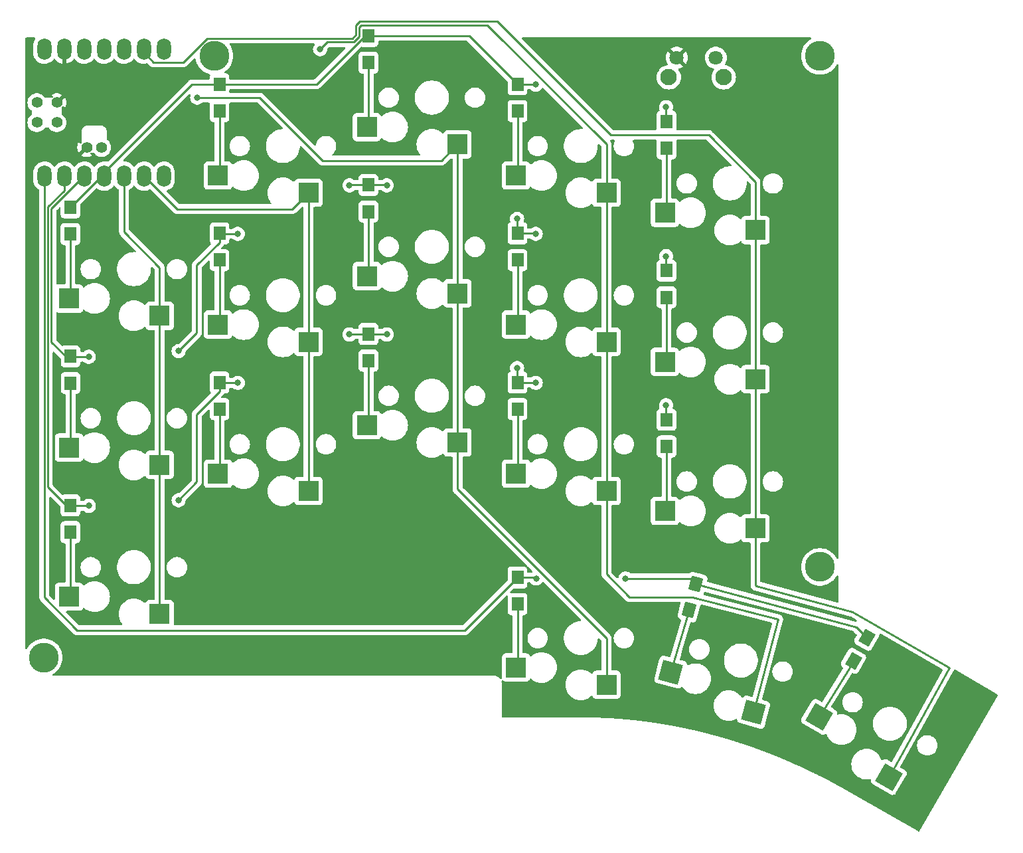
<source format=gbr>
%TF.GenerationSoftware,KiCad,Pcbnew,7.0.1*%
%TF.CreationDate,2023-05-27T21:31:49-04:00*%
%TF.ProjectId,pcb-left,7063622d-6c65-4667-942e-6b696361645f,0.3*%
%TF.SameCoordinates,Original*%
%TF.FileFunction,Copper,L2,Bot*%
%TF.FilePolarity,Positive*%
%FSLAX46Y46*%
G04 Gerber Fmt 4.6, Leading zero omitted, Abs format (unit mm)*
G04 Created by KiCad (PCBNEW 7.0.1) date 2023-05-27 21:31:49*
%MOMM*%
%LPD*%
G01*
G04 APERTURE LIST*
G04 Aperture macros list*
%AMRotRect*
0 Rectangle, with rotation*
0 The origin of the aperture is its center*
0 $1 length*
0 $2 width*
0 $3 Rotation angle, in degrees counterclockwise*
0 Add horizontal line*
21,1,$1,$2,0,0,$3*%
G04 Aperture macros list end*
%TA.AperFunction,SMDPad,CuDef*%
%ADD10R,2.600000X2.600000*%
%TD*%
%TA.AperFunction,SMDPad,CuDef*%
%ADD11RotRect,2.600000X2.600000X150.000000*%
%TD*%
%TA.AperFunction,SMDPad,CuDef*%
%ADD12RotRect,2.600000X2.600000X165.000000*%
%TD*%
%TA.AperFunction,ComponentPad*%
%ADD13C,1.800000*%
%TD*%
%TA.AperFunction,ComponentPad*%
%ADD14C,2.100000*%
%TD*%
%TA.AperFunction,ComponentPad*%
%ADD15C,3.800000*%
%TD*%
%TA.AperFunction,ComponentPad*%
%ADD16O,1.800000X2.750000*%
%TD*%
%TA.AperFunction,ComponentPad*%
%ADD17C,1.397000*%
%TD*%
%TA.AperFunction,SMDPad,CuDef*%
%ADD18RotRect,1.800000X1.500000X240.000000*%
%TD*%
%TA.AperFunction,SMDPad,CuDef*%
%ADD19R,1.500000X1.800000*%
%TD*%
%TA.AperFunction,SMDPad,CuDef*%
%ADD20RotRect,1.800000X1.500000X255.000000*%
%TD*%
%TA.AperFunction,ViaPad*%
%ADD21C,0.800000*%
%TD*%
%TA.AperFunction,Conductor*%
%ADD22C,0.250000*%
%TD*%
G04 APERTURE END LIST*
D10*
%TO.P,SWL5,1,1*%
%TO.N,COL4_L*%
X131290625Y-60800000D03*
%TO.P,SWL5,2,2*%
%TO.N,Net-(DL5-A)*%
X119740625Y-58600000D03*
%TD*%
%TO.P,SWL13,1,1*%
%TO.N,COL2_L*%
X93290625Y-87875000D03*
%TO.P,SWL13,2,2*%
%TO.N,Net-(DL13-A)*%
X81740625Y-85675000D03*
%TD*%
%TO.P,SWL9,1,1*%
%TO.N,COL3_L*%
X112290625Y-75050000D03*
%TO.P,SWL9,2,2*%
%TO.N,Net-(DL9-A)*%
X100740625Y-72850000D03*
%TD*%
D11*
%TO.P,SWL18,1,1*%
%TO.N,COL4_L*%
X148301858Y-130515351D03*
%TO.P,SWL18,2,2*%
%TO.N,Net-(DL18-A)*%
X139399265Y-122835095D03*
%TD*%
D10*
%TO.P,SWL1,1,1*%
%TO.N,COL0_L*%
X55290625Y-71725000D03*
%TO.P,SWL1,2,2*%
%TO.N,Net-(DL1-A)*%
X43740625Y-69525000D03*
%TD*%
D12*
%TO.P,SWL17,1,1*%
%TO.N,COL3_L*%
X131064059Y-122244891D03*
%TO.P,SWL17,2,2*%
%TO.N,Net-(DL17-A)*%
X120477017Y-117130494D03*
%TD*%
D10*
%TO.P,SWL7,1,1*%
%TO.N,COL1_L*%
X74290625Y-75050000D03*
%TO.P,SWL7,2,2*%
%TO.N,Net-(DL7-A)*%
X62740625Y-72850000D03*
%TD*%
%TO.P,SWL15,1,1*%
%TO.N,COL4_L*%
X131290625Y-98800000D03*
%TO.P,SWL15,2,2*%
%TO.N,Net-(DL15-A)*%
X119740625Y-96600000D03*
%TD*%
%TO.P,SWL4,1,1*%
%TO.N,COL3_L*%
X112290625Y-56050000D03*
%TO.P,SWL4,2,2*%
%TO.N,Net-(DL4-A)*%
X100740625Y-53850000D03*
%TD*%
%TO.P,SWL14,1,1*%
%TO.N,COL3_L*%
X112290625Y-94050000D03*
%TO.P,SWL14,2,2*%
%TO.N,Net-(DL14-A)*%
X100740625Y-91850000D03*
%TD*%
%TO.P,SWL8,1,1*%
%TO.N,COL2_L*%
X93290625Y-68875000D03*
%TO.P,SWL8,2,2*%
%TO.N,Net-(DL8-A)*%
X81740625Y-66675000D03*
%TD*%
%TO.P,SWL10,1,1*%
%TO.N,COL4_L*%
X131290625Y-79800000D03*
%TO.P,SWL10,2,2*%
%TO.N,Net-(DL10-A)*%
X119740625Y-77600000D03*
%TD*%
%TO.P,SWL11,1,1*%
%TO.N,COL0_L*%
X55290625Y-109725000D03*
%TO.P,SWL11,2,2*%
%TO.N,Net-(DL11-A)*%
X43740625Y-107525000D03*
%TD*%
%TO.P,SWL3,1,1*%
%TO.N,COL2_L*%
X93290625Y-49875000D03*
%TO.P,SWL3,2,2*%
%TO.N,Net-(DL3-A)*%
X81740625Y-47675000D03*
%TD*%
%TO.P,SWL6,1,1*%
%TO.N,COL0_L*%
X55290625Y-90725000D03*
%TO.P,SWL6,2,2*%
%TO.N,Net-(DL6-A)*%
X43740625Y-88525000D03*
%TD*%
D13*
%TO.P,RSW1,1,1*%
%TO.N,RESET_L*%
X126240625Y-38830000D03*
%TO.P,RSW1,2,2*%
%TO.N,GND_L*%
X121240625Y-38830000D03*
D14*
%TO.P,RSW1,MP*%
%TO.N,N/C*%
X120240625Y-41330000D03*
X127240625Y-41330000D03*
%TD*%
D15*
%TO.P,REF\u002A\u002A,1*%
%TO.N,N/C*%
X139512297Y-103739073D03*
%TD*%
D16*
%TO.P,U1,1,A2/0.02_H*%
%TO.N,ROW3_L*%
X40595625Y-53920000D03*
%TO.P,U1,2,A4/0.03_H*%
%TO.N,ROW2_L*%
X43135625Y-53920000D03*
%TO.P,U1,3,A10/0.28*%
%TO.N,ROW1_L*%
X45675625Y-53920000D03*
%TO.P,U1,4,A11/0.29*%
%TO.N,ROW0_L*%
X48215625Y-53920000D03*
%TO.P,U1,5,A8_SDA/0.04_H*%
%TO.N,COL0_L*%
X50755625Y-53920000D03*
%TO.P,U1,6,A9_SCL/0.05_H*%
%TO.N,COL1_L*%
X53295625Y-53920000D03*
%TO.P,U1,7,B8_TX/1.11*%
%TO.N,unconnected-(U1-B8_TX{slash}1.11-Pad7)*%
X55835625Y-53920000D03*
%TO.P,U1,8,B9_RX/1.12*%
%TO.N,unconnected-(U1-B9_RX{slash}1.12-Pad8)*%
X55835625Y-37730000D03*
%TO.P,U1,9,A7_SCK/1.13*%
%TO.N,COL4_L*%
X53295625Y-37730000D03*
%TO.P,U1,10,A5_MISO/1.14*%
%TO.N,COL3_L*%
X50755625Y-37730000D03*
%TO.P,U1,11,A6_MOSI/1.15*%
%TO.N,COL2_L*%
X48215625Y-37730000D03*
%TO.P,U1,12,3V3*%
%TO.N,unconnected-(U1-3V3-Pad12)*%
X45675625Y-37730000D03*
%TO.P,U1,13,GND*%
%TO.N,GND_L*%
X43135625Y-37730000D03*
%TO.P,U1,14,5V*%
%TO.N,unconnected-(U1-5V-Pad14)*%
X40595625Y-37730000D03*
D17*
%TO.P,U1,15,A31_SWDIO*%
%TO.N,unconnected-(U1-A31_SWDIO-Pad15)*%
X39643625Y-47095000D03*
%TO.P,U1,16,A30_SWCLK*%
%TO.N,unconnected-(U1-A30_SWCLK-Pad16)*%
X39643625Y-44555000D03*
%TO.P,U1,17,RESET*%
%TO.N,RESET_L*%
X42183625Y-47095000D03*
%TO.P,U1,18,GND*%
%TO.N,GND_L*%
X42183625Y-44555000D03*
%TO.P,U1,19,BAT*%
%TO.N,VBAT_L*%
X47898625Y-50270000D03*
%TO.P,U1,20,GND*%
%TO.N,GND_L*%
X45993625Y-50270000D03*
%TD*%
D15*
%TO.P,REF\u002A\u002A,1*%
%TO.N,N/C*%
X40522298Y-115278567D03*
%TD*%
%TO.P,REF\u002A\u002A,1*%
%TO.N,N/C*%
X139512298Y-38603567D03*
%TD*%
D10*
%TO.P,SWL12,1,1*%
%TO.N,COL1_L*%
X74290625Y-94050000D03*
%TO.P,SWL12,2,2*%
%TO.N,Net-(DL12-A)*%
X62740625Y-91850000D03*
%TD*%
%TO.P,SWL2,1,1*%
%TO.N,COL1_L*%
X74290625Y-56050000D03*
%TO.P,SWL2,2,2*%
%TO.N,Net-(DL2-A)*%
X62740625Y-53850000D03*
%TD*%
D15*
%TO.P,REF\u002A\u002A,1*%
%TO.N,N/C*%
X62262298Y-38603567D03*
%TD*%
D10*
%TO.P,SWL16,1,1*%
%TO.N,COL2_L*%
X112290625Y-118750000D03*
%TO.P,SWL16,2,2*%
%TO.N,Net-(DL16-A)*%
X100740625Y-116550000D03*
%TD*%
D18*
%TO.P,DL18,1,K*%
%TO.N,ROW3_L*%
X145490625Y-112752757D03*
%TO.P,DL18,2,A*%
%TO.N,Net-(DL18-A)*%
X143790625Y-115697243D03*
%TD*%
D19*
%TO.P,DL13,1,K*%
%TO.N,ROW2_L*%
X81940625Y-74050000D03*
%TO.P,DL13,2,A*%
%TO.N,Net-(DL13-A)*%
X81940625Y-77450000D03*
%TD*%
%TO.P,DL3,1,K*%
%TO.N,ROW0_L*%
X81940625Y-36050000D03*
%TO.P,DL3,2,A*%
%TO.N,Net-(DL3-A)*%
X81940625Y-39450000D03*
%TD*%
%TO.P,DL2,1,K*%
%TO.N,ROW0_L*%
X62940625Y-42225000D03*
%TO.P,DL2,2,A*%
%TO.N,Net-(DL2-A)*%
X62940625Y-45625000D03*
%TD*%
%TO.P,DL9,1,K*%
%TO.N,ROW1_L*%
X100940625Y-61225000D03*
%TO.P,DL9,2,A*%
%TO.N,Net-(DL9-A)*%
X100940625Y-64625000D03*
%TD*%
%TO.P,DL5,1,K*%
%TO.N,ROW0_L*%
X119940625Y-46975000D03*
%TO.P,DL5,2,A*%
%TO.N,Net-(DL5-A)*%
X119940625Y-50375000D03*
%TD*%
%TO.P,DL11,1,K*%
%TO.N,ROW2_L*%
X43921875Y-95900000D03*
%TO.P,DL11,2,A*%
%TO.N,Net-(DL11-A)*%
X43921875Y-99300000D03*
%TD*%
D20*
%TO.P,DL17,1,K*%
%TO.N,ROW3_L*%
X123705617Y-105932926D03*
%TO.P,DL17,2,A*%
%TO.N,Net-(DL17-A)*%
X122825633Y-109217074D03*
%TD*%
D19*
%TO.P,DL14,1,K*%
%TO.N,ROW2_L*%
X100940625Y-80225000D03*
%TO.P,DL14,2,A*%
%TO.N,Net-(DL14-A)*%
X100940625Y-83625000D03*
%TD*%
%TO.P,DL1,1,K*%
%TO.N,ROW0_L*%
X43921875Y-57900000D03*
%TO.P,DL1,2,A*%
%TO.N,Net-(DL1-A)*%
X43921875Y-61300000D03*
%TD*%
%TO.P,DL15,1,K*%
%TO.N,ROW2_L*%
X119940625Y-84975000D03*
%TO.P,DL15,2,A*%
%TO.N,Net-(DL15-A)*%
X119940625Y-88375000D03*
%TD*%
%TO.P,DL6,1,K*%
%TO.N,ROW1_L*%
X43940625Y-76900000D03*
%TO.P,DL6,2,A*%
%TO.N,Net-(DL6-A)*%
X43940625Y-80300000D03*
%TD*%
%TO.P,DL4,1,K*%
%TO.N,ROW0_L*%
X100940625Y-42225000D03*
%TO.P,DL4,2,A*%
%TO.N,Net-(DL4-A)*%
X100940625Y-45625000D03*
%TD*%
%TO.P,DL7,1,K*%
%TO.N,ROW1_L*%
X62940625Y-61225000D03*
%TO.P,DL7,2,A*%
%TO.N,Net-(DL7-A)*%
X62940625Y-64625000D03*
%TD*%
%TO.P,DL10,1,K*%
%TO.N,ROW1_L*%
X119940625Y-65975000D03*
%TO.P,DL10,2,A*%
%TO.N,Net-(DL10-A)*%
X119940625Y-69375000D03*
%TD*%
%TO.P,DL12,1,K*%
%TO.N,ROW2_L*%
X62940625Y-80225000D03*
%TO.P,DL12,2,A*%
%TO.N,Net-(DL12-A)*%
X62940625Y-83625000D03*
%TD*%
%TO.P,DL16,1,K*%
%TO.N,ROW3_L*%
X100940625Y-105065625D03*
%TO.P,DL16,2,A*%
%TO.N,Net-(DL16-A)*%
X100940625Y-108465625D03*
%TD*%
%TO.P,DL8,1,K*%
%TO.N,ROW1_L*%
X81940625Y-55050000D03*
%TO.P,DL8,2,A*%
%TO.N,Net-(DL8-A)*%
X81940625Y-58450000D03*
%TD*%
D21*
%TO.N,ROW0_L*%
X103265625Y-42275000D03*
X119890625Y-45125000D03*
%TO.N,ROW1_L*%
X46265625Y-76950000D03*
X57715625Y-76225000D03*
X65265625Y-61275000D03*
X100890625Y-59375000D03*
X119890625Y-64125000D03*
X103265625Y-61275000D03*
X79515625Y-55100000D03*
X84265625Y-55100000D03*
%TO.N,ROW2_L*%
X79515625Y-74100000D03*
X57715625Y-95225000D03*
X46265625Y-95950000D03*
X84265625Y-74100000D03*
X119890625Y-83125000D03*
X100890625Y-78375000D03*
X103265625Y-80275000D03*
X65265625Y-80275000D03*
%TO.N,ROW3_L*%
X114715625Y-105200000D03*
X103315625Y-105200000D03*
%TO.N,GND_L*%
X116140625Y-53425000D03*
X57715625Y-61500000D03*
X68640625Y-39175000D03*
X111390625Y-39175000D03*
X94765625Y-39175000D03*
X113765625Y-52000000D03*
X116140625Y-52000000D03*
X118515625Y-37750000D03*
X113765625Y-39175000D03*
X85265625Y-37750000D03*
X104265625Y-37750000D03*
X68640625Y-37750000D03*
X90015625Y-37750000D03*
X55340625Y-60075000D03*
X57715625Y-60075000D03*
X106640625Y-39175000D03*
X85265625Y-39175000D03*
X113765625Y-53425000D03*
X71015625Y-39175000D03*
X87640625Y-39175000D03*
X66265625Y-37750000D03*
X48215625Y-61500000D03*
X113765625Y-37750000D03*
X118515625Y-52000000D03*
X48215625Y-60075000D03*
X116140625Y-37750000D03*
X55340625Y-61500000D03*
X118515625Y-53425000D03*
X109015625Y-39175000D03*
X111390625Y-37750000D03*
X52965625Y-60075000D03*
X92390625Y-37750000D03*
X45840625Y-60075000D03*
X87640625Y-37750000D03*
X66265625Y-39175000D03*
X118515625Y-39175000D03*
X116140625Y-39175000D03*
X45840625Y-61500000D03*
X92390625Y-39175000D03*
X90015625Y-39175000D03*
X106640625Y-37750000D03*
X109015625Y-37750000D03*
X73390625Y-37750000D03*
X71015625Y-37750000D03*
X94765625Y-37750000D03*
X52965625Y-61500000D03*
%TO.N,COL2_L*%
X60090625Y-43925000D03*
%TO.N,COL3_L*%
X75765625Y-37750000D03*
%TD*%
D22*
%TO.N,ROW0_L*%
X75290625Y-42225000D02*
X81465625Y-36050000D01*
X94765625Y-36050000D02*
X100940625Y-42225000D01*
X119890625Y-46925000D02*
X119940625Y-46975000D01*
X48215625Y-53587412D02*
X43921875Y-57881162D01*
X59435625Y-42225000D02*
X48215625Y-53445000D01*
X103215625Y-42225000D02*
X103265625Y-42275000D01*
X100940625Y-42225000D02*
X103215625Y-42225000D01*
X119890625Y-45125000D02*
X119890625Y-46925000D01*
X62940625Y-42225000D02*
X59435625Y-42225000D01*
X62940625Y-42225000D02*
X75290625Y-42225000D01*
X81465625Y-36050000D02*
X81940625Y-36050000D01*
X48215625Y-53445000D02*
X48215625Y-53587412D01*
X81940625Y-36050000D02*
X94765625Y-36050000D01*
X43921875Y-57881162D02*
X43921875Y-57900000D01*
%TO.N,Net-(DL1-A)*%
X43921875Y-69343750D02*
X43740625Y-69525000D01*
X43921875Y-61300000D02*
X43921875Y-69343750D01*
%TO.N,Net-(DL2-A)*%
X62940625Y-53650000D02*
X62740625Y-53850000D01*
X62940625Y-45625000D02*
X62940625Y-53650000D01*
%TO.N,Net-(DL3-A)*%
X81940625Y-47475000D02*
X81740625Y-47675000D01*
X81940625Y-39450000D02*
X81940625Y-47475000D01*
%TO.N,Net-(DL4-A)*%
X100940625Y-45625000D02*
X100940625Y-53650000D01*
X100940625Y-53650000D02*
X100740625Y-53850000D01*
%TO.N,Net-(DL5-A)*%
X119940625Y-58400000D02*
X119740625Y-58600000D01*
X119940625Y-50375000D02*
X119940625Y-58400000D01*
%TO.N,ROW1_L*%
X81940625Y-55050000D02*
X84215625Y-55050000D01*
X57715625Y-76225000D02*
X60040625Y-73900000D01*
X62940625Y-61225000D02*
X62940625Y-62375000D01*
X119890625Y-65925000D02*
X119940625Y-65975000D01*
X60040625Y-73900000D02*
X60040625Y-65275000D01*
X81940625Y-55050000D02*
X79565625Y-55050000D01*
X46265625Y-76950000D02*
X43990625Y-76950000D01*
X103215625Y-61225000D02*
X103265625Y-61275000D01*
X45675625Y-53445000D02*
X45675625Y-53846250D01*
X62940625Y-62375000D02*
X60040625Y-65275000D01*
X43990625Y-76950000D02*
X43940625Y-76900000D01*
X119890625Y-64125000D02*
X119890625Y-65925000D01*
X79565625Y-55050000D02*
X79515625Y-55100000D01*
X100890625Y-61175000D02*
X100940625Y-61225000D01*
X100890625Y-59375000D02*
X100890625Y-61175000D01*
X65265625Y-61275000D02*
X62990625Y-61275000D01*
X43340625Y-76900000D02*
X43940625Y-76900000D01*
X41490625Y-58031250D02*
X41490625Y-75050000D01*
X41490625Y-75050000D02*
X43340625Y-76900000D01*
X84215625Y-55050000D02*
X84265625Y-55100000D01*
X45675625Y-53846250D02*
X41490625Y-58031250D01*
X62990625Y-61275000D02*
X62940625Y-61225000D01*
X100940625Y-61225000D02*
X103215625Y-61225000D01*
%TO.N,Net-(DL6-A)*%
X43940625Y-88325000D02*
X43740625Y-88525000D01*
X43940625Y-80300000D02*
X43940625Y-88325000D01*
%TO.N,Net-(DL7-A)*%
X62940625Y-72650000D02*
X62740625Y-72850000D01*
X62940625Y-64625000D02*
X62940625Y-72650000D01*
%TO.N,Net-(DL8-A)*%
X81940625Y-58450000D02*
X81940625Y-66475000D01*
X81940625Y-66475000D02*
X81740625Y-66675000D01*
%TO.N,Net-(DL9-A)*%
X100940625Y-64625000D02*
X100940625Y-72650000D01*
X100940625Y-72650000D02*
X100740625Y-72850000D01*
%TO.N,Net-(DL10-A)*%
X119940625Y-77400000D02*
X119740625Y-77600000D01*
X119940625Y-69375000D02*
X119940625Y-77400000D01*
%TO.N,ROW2_L*%
X119890625Y-83125000D02*
X119890625Y-84925000D01*
X119890625Y-84925000D02*
X119940625Y-84975000D01*
X84215625Y-74050000D02*
X84265625Y-74100000D01*
X103215625Y-80225000D02*
X103265625Y-80275000D01*
X81940625Y-74050000D02*
X79565625Y-74050000D01*
X60040625Y-92900000D02*
X60040625Y-84275000D01*
X46265625Y-95950000D02*
X43971875Y-95950000D01*
X41040625Y-57844854D02*
X41040625Y-93575000D01*
X100890625Y-78375000D02*
X100890625Y-80175000D01*
X100890625Y-80175000D02*
X100940625Y-80225000D01*
X62940625Y-81375000D02*
X60040625Y-84275000D01*
X43365625Y-95900000D02*
X43921875Y-95900000D01*
X100940625Y-80225000D02*
X103215625Y-80225000D01*
X62990625Y-80275000D02*
X62940625Y-80225000D01*
X62940625Y-80225000D02*
X62940625Y-81375000D01*
X43135625Y-55749854D02*
X41040625Y-57844854D01*
X57715625Y-95225000D02*
X60040625Y-92900000D01*
X79565625Y-74050000D02*
X79515625Y-74100000D01*
X43135625Y-53445000D02*
X43135625Y-55749854D01*
X65265625Y-80275000D02*
X62990625Y-80275000D01*
X43971875Y-95950000D02*
X43921875Y-95900000D01*
X41040625Y-93575000D02*
X43365625Y-95900000D01*
X81940625Y-74050000D02*
X84215625Y-74050000D01*
%TO.N,Net-(DL11-A)*%
X43921875Y-99300000D02*
X43921875Y-107343750D01*
X43921875Y-107343750D02*
X43740625Y-107525000D01*
%TO.N,Net-(DL12-A)*%
X62940625Y-83625000D02*
X62940625Y-91650000D01*
X62940625Y-91650000D02*
X62740625Y-91850000D01*
%TO.N,Net-(DL13-A)*%
X81940625Y-85475000D02*
X81740625Y-85675000D01*
X81940625Y-77450000D02*
X81940625Y-85475000D01*
%TO.N,Net-(DL14-A)*%
X100940625Y-91650000D02*
X100740625Y-91850000D01*
X100940625Y-83625000D02*
X100940625Y-91650000D01*
%TO.N,Net-(DL15-A)*%
X119940625Y-88375000D02*
X119940625Y-96400000D01*
X119940625Y-96400000D02*
X119740625Y-96600000D01*
%TO.N,ROW3_L*%
X144165625Y-111375000D02*
X145490625Y-112752757D01*
X40590625Y-107625000D02*
X44765625Y-111800000D01*
X100940625Y-105065625D02*
X103181250Y-105065625D01*
X44840625Y-111800000D02*
X94206250Y-111800000D01*
X94206250Y-111800000D02*
X100940625Y-105065625D01*
X40590625Y-53450000D02*
X40590625Y-107625000D01*
X44765625Y-111800000D02*
X44840625Y-111800000D01*
X103181250Y-105065625D02*
X103315625Y-105200000D01*
X122972691Y-105200000D02*
X114715625Y-105200000D01*
X40595625Y-53445000D02*
X40590625Y-53450000D01*
X123705617Y-105932926D02*
X122972691Y-105200000D01*
X123705617Y-105932926D02*
X144165625Y-111375000D01*
%TO.N,Net-(DL16-A)*%
X100940625Y-108465625D02*
X100940625Y-116350000D01*
X100940625Y-116350000D02*
X100740625Y-116550000D01*
%TO.N,Net-(DL17-A)*%
X122825633Y-109217074D02*
X120477017Y-117130494D01*
%TO.N,Net-(DL18-A)*%
X143790625Y-115697243D02*
X139399265Y-122835095D01*
%TO.N,COL0_L*%
X50755625Y-53445000D02*
X50755625Y-61031527D01*
X55290625Y-65566527D02*
X55290625Y-71725000D01*
X55290625Y-71725000D02*
X55290625Y-90725000D01*
X50755625Y-61031527D02*
X55290625Y-65566527D01*
X55290625Y-90725000D02*
X55290625Y-109725000D01*
%TO.N,COL1_L*%
X53295625Y-53880000D02*
X57540625Y-58125000D01*
X53295625Y-53445000D02*
X53295625Y-53880000D01*
X74290625Y-56050000D02*
X74290625Y-75050000D01*
X72215625Y-58125000D02*
X74290625Y-56050000D01*
X74290625Y-75050000D02*
X74290625Y-94050000D01*
X57540625Y-58125000D02*
X72215625Y-58125000D01*
%TO.N,COL2_L*%
X93290625Y-93837158D02*
X93290625Y-87875000D01*
X68078467Y-43925000D02*
X76103467Y-51950000D01*
X60090625Y-43925000D02*
X68078467Y-43925000D01*
X76103467Y-51950000D02*
X91215625Y-51950000D01*
X93290625Y-68875000D02*
X93290625Y-87875000D01*
X112290625Y-112837158D02*
X93290625Y-93837158D01*
X112290625Y-118750000D02*
X112290625Y-112837158D01*
X91215625Y-51950000D02*
X93290625Y-49875000D01*
X93290625Y-49875000D02*
X93290625Y-68875000D01*
%TO.N,COL3_L*%
X112290625Y-94050000D02*
X112290625Y-104675000D01*
X81015625Y-34675000D02*
X97074098Y-34675000D01*
X80050676Y-36828553D02*
X76687072Y-36828553D01*
X76687072Y-36828553D02*
X75765625Y-37750000D01*
X115190625Y-107575000D02*
X123265625Y-107575000D01*
X80050676Y-36828553D02*
X80772427Y-36106802D01*
X80772427Y-36106802D02*
X80772427Y-34918198D01*
X112290625Y-49891527D02*
X112290625Y-56050000D01*
X112290625Y-56050000D02*
X112290625Y-75050000D01*
X80772427Y-34918198D02*
X81015625Y-34675000D01*
X112290625Y-75050000D02*
X112290625Y-94050000D01*
X123265625Y-107575000D02*
X134190625Y-110425000D01*
X112290625Y-104675000D02*
X115190625Y-107575000D01*
X134190625Y-110425000D02*
X131064059Y-122244891D01*
X97074098Y-34675000D02*
X112290625Y-49891527D01*
%TO.N,COL4_L*%
X98364873Y-34200000D02*
X112838973Y-48674100D01*
X112838973Y-48674100D02*
X125323198Y-48674100D01*
X54520625Y-39430000D02*
X58289239Y-39430000D01*
X58289239Y-39430000D02*
X61340686Y-36378553D01*
X61340686Y-36378553D02*
X79864280Y-36378553D01*
X131290625Y-60800000D02*
X131290625Y-79800000D01*
X80322427Y-35920406D02*
X80322427Y-34731802D01*
X143690625Y-109475000D02*
X131340625Y-106150000D01*
X131340625Y-106150000D02*
X131290625Y-106100000D01*
X125323198Y-48674100D02*
X131290625Y-54641527D01*
X143690625Y-109475000D02*
X156040625Y-116600000D01*
X131290625Y-106100000D02*
X131290625Y-98800000D01*
X156040625Y-116600000D02*
X148301858Y-130515351D01*
X80854229Y-34200000D02*
X98364873Y-34200000D01*
X80322427Y-34731802D02*
X80854229Y-34200000D01*
X79864280Y-36378553D02*
X80322427Y-35920406D01*
X53295625Y-38205000D02*
X54520625Y-39430000D01*
X131290625Y-54641527D02*
X131290625Y-60800000D01*
X131290625Y-79800000D02*
X131290625Y-98800000D01*
%TD*%
%TA.AperFunction,Conductor*%
%TO.N,GND_L*%
G36*
X94502626Y-36684939D02*
G01*
X94542854Y-36711819D01*
X99653806Y-41822771D01*
X99680686Y-41862999D01*
X99690125Y-41910452D01*
X99690125Y-43172869D01*
X99696534Y-43232484D01*
X99706227Y-43258472D01*
X99746829Y-43367331D01*
X99833079Y-43482546D01*
X99948294Y-43568796D01*
X100083142Y-43619091D01*
X100142752Y-43625500D01*
X101738497Y-43625499D01*
X101798108Y-43619091D01*
X101932956Y-43568796D01*
X102048171Y-43482546D01*
X102134421Y-43367331D01*
X102184716Y-43232483D01*
X102191125Y-43172873D01*
X102191125Y-42974500D01*
X102207738Y-42912500D01*
X102253125Y-42867113D01*
X102315125Y-42850500D01*
X102516857Y-42850500D01*
X102567292Y-42861220D01*
X102609007Y-42891528D01*
X102659754Y-42947889D01*
X102812894Y-43059151D01*
X102985822Y-43136144D01*
X103170977Y-43175500D01*
X103170979Y-43175500D01*
X103360271Y-43175500D01*
X103360273Y-43175500D01*
X103483709Y-43149262D01*
X103545428Y-43136144D01*
X103718355Y-43059151D01*
X103871496Y-42947888D01*
X103998158Y-42807216D01*
X104035792Y-42742031D01*
X104074286Y-42700931D01*
X104126992Y-42681093D01*
X104183036Y-42686613D01*
X104230859Y-42716351D01*
X109241962Y-47727454D01*
X109272724Y-47778431D01*
X109276179Y-47837871D01*
X109251530Y-47892068D01*
X109204459Y-47928529D01*
X109145820Y-47938846D01*
X109089586Y-47935000D01*
X109089585Y-47935000D01*
X108941665Y-47935000D01*
X108915087Y-47936818D01*
X108720132Y-47950153D01*
X108430149Y-48010412D01*
X108151074Y-48109595D01*
X107888096Y-48245858D01*
X107646129Y-48416659D01*
X107591673Y-48467517D01*
X107455784Y-48594429D01*
X107429665Y-48618822D01*
X107242751Y-48848571D01*
X107088862Y-49101631D01*
X106988561Y-49332546D01*
X106970863Y-49373291D01*
X106958113Y-49418796D01*
X106890954Y-49658490D01*
X106850625Y-49951910D01*
X106850625Y-50248090D01*
X106890954Y-50541509D01*
X106890955Y-50541512D01*
X106970863Y-50826709D01*
X107088862Y-51098368D01*
X107242752Y-51351430D01*
X107429668Y-51581181D01*
X107646127Y-51783339D01*
X107722854Y-51837499D01*
X107888096Y-51954141D01*
X107962138Y-51992506D01*
X108151071Y-52090403D01*
X108151074Y-52090404D01*
X108430149Y-52189587D01*
X108504042Y-52204942D01*
X108720135Y-52249847D01*
X108941665Y-52265000D01*
X109089584Y-52265000D01*
X109089585Y-52265000D01*
X109311115Y-52249847D01*
X109601100Y-52189587D01*
X109880179Y-52090403D01*
X110143153Y-51954141D01*
X110385123Y-51783339D01*
X110601582Y-51581181D01*
X110788498Y-51351430D01*
X110942388Y-51098368D01*
X111060387Y-50826709D01*
X111140295Y-50541512D01*
X111180625Y-50248090D01*
X111180625Y-49965480D01*
X111194140Y-49909185D01*
X111231740Y-49865162D01*
X111285227Y-49843007D01*
X111342943Y-49847549D01*
X111392306Y-49877799D01*
X111628806Y-50114299D01*
X111655686Y-50154527D01*
X111665125Y-50201980D01*
X111665125Y-54125501D01*
X111648512Y-54187501D01*
X111603125Y-54232888D01*
X111541125Y-54249501D01*
X110942753Y-54249501D01*
X110912947Y-54252705D01*
X110883140Y-54255909D01*
X110748294Y-54306204D01*
X110633079Y-54392454D01*
X110546829Y-54507668D01*
X110528655Y-54556397D01*
X110493676Y-54606776D01*
X110438831Y-54634229D01*
X110377538Y-54632040D01*
X110324792Y-54600744D01*
X110296195Y-54572147D01*
X110296193Y-54572145D01*
X110139039Y-54454501D01*
X110072836Y-54404942D01*
X109881564Y-54300500D01*
X109827962Y-54271231D01*
X109566548Y-54173729D01*
X109566543Y-54173727D01*
X109293919Y-54114422D01*
X109085283Y-54099500D01*
X109085282Y-54099500D01*
X108945968Y-54099500D01*
X108945967Y-54099500D01*
X108737330Y-54114422D01*
X108464706Y-54173727D01*
X108367616Y-54209940D01*
X108203288Y-54271231D01*
X108203285Y-54271232D01*
X108203284Y-54271233D01*
X107958413Y-54404942D01*
X107735054Y-54572147D01*
X107537772Y-54769429D01*
X107370567Y-54992788D01*
X107258583Y-55197873D01*
X107236856Y-55237663D01*
X107203216Y-55327855D01*
X107139352Y-55499081D01*
X107080047Y-55771705D01*
X107060142Y-56050000D01*
X107080047Y-56328294D01*
X107139352Y-56600918D01*
X107152315Y-56635675D01*
X107236856Y-56862337D01*
X107236858Y-56862340D01*
X107370567Y-57107211D01*
X107454169Y-57218890D01*
X107537770Y-57330568D01*
X107735057Y-57527855D01*
X107902573Y-57653255D01*
X107958413Y-57695057D01*
X108031727Y-57735089D01*
X108203288Y-57828769D01*
X108464702Y-57926271D01*
X108464705Y-57926271D01*
X108464706Y-57926272D01*
X108500843Y-57934133D01*
X108737331Y-57985578D01*
X108931045Y-57999432D01*
X108945967Y-58000500D01*
X108945968Y-58000500D01*
X109085282Y-58000500D01*
X109085283Y-58000500D01*
X109099208Y-57999503D01*
X109293919Y-57985578D01*
X109566548Y-57926271D01*
X109827962Y-57828769D01*
X110072838Y-57695056D01*
X110296193Y-57527855D01*
X110324793Y-57499254D01*
X110377537Y-57467959D01*
X110438830Y-57465770D01*
X110493676Y-57493223D01*
X110528654Y-57543601D01*
X110546829Y-57592331D01*
X110633079Y-57707546D01*
X110748294Y-57793796D01*
X110883142Y-57844091D01*
X110942752Y-57850500D01*
X111541125Y-57850500D01*
X111603125Y-57867113D01*
X111648512Y-57912500D01*
X111665125Y-57974500D01*
X111665125Y-73125501D01*
X111648512Y-73187501D01*
X111603125Y-73232888D01*
X111541125Y-73249501D01*
X110942753Y-73249501D01*
X110912947Y-73252704D01*
X110883140Y-73255909D01*
X110748294Y-73306204D01*
X110633079Y-73392454D01*
X110546829Y-73507668D01*
X110528655Y-73556397D01*
X110493676Y-73606776D01*
X110438831Y-73634229D01*
X110377538Y-73632040D01*
X110324792Y-73600744D01*
X110296195Y-73572147D01*
X110296193Y-73572145D01*
X110158133Y-73468795D01*
X110072836Y-73404942D01*
X109881564Y-73300500D01*
X109827962Y-73271231D01*
X109566548Y-73173729D01*
X109566543Y-73173727D01*
X109293919Y-73114422D01*
X109085283Y-73099500D01*
X109085282Y-73099500D01*
X108945968Y-73099500D01*
X108945967Y-73099500D01*
X108737330Y-73114422D01*
X108464706Y-73173727D01*
X108344390Y-73218603D01*
X108203288Y-73271231D01*
X108203285Y-73271232D01*
X108203284Y-73271233D01*
X107958413Y-73404942D01*
X107735054Y-73572147D01*
X107537772Y-73769429D01*
X107370567Y-73992788D01*
X107237348Y-74236762D01*
X107236856Y-74237663D01*
X107203216Y-74327855D01*
X107139352Y-74499081D01*
X107080047Y-74771705D01*
X107060142Y-75050000D01*
X107080047Y-75328294D01*
X107139352Y-75600918D01*
X107139354Y-75600923D01*
X107236856Y-75862337D01*
X107236858Y-75862340D01*
X107370567Y-76107211D01*
X107443715Y-76204925D01*
X107537770Y-76330568D01*
X107735057Y-76527855D01*
X107902573Y-76653255D01*
X107958413Y-76695057D01*
X108045956Y-76742858D01*
X108203288Y-76828769D01*
X108464702Y-76926271D01*
X108464705Y-76926271D01*
X108464706Y-76926272D01*
X108503508Y-76934712D01*
X108737331Y-76985578D01*
X108931044Y-76999432D01*
X108945967Y-77000500D01*
X108945968Y-77000500D01*
X109085282Y-77000500D01*
X109085283Y-77000500D01*
X109099208Y-76999503D01*
X109293919Y-76985578D01*
X109566548Y-76926271D01*
X109827962Y-76828769D01*
X110072838Y-76695056D01*
X110296193Y-76527855D01*
X110324793Y-76499254D01*
X110377537Y-76467959D01*
X110438830Y-76465770D01*
X110493676Y-76493223D01*
X110528654Y-76543601D01*
X110546829Y-76592331D01*
X110633079Y-76707546D01*
X110748294Y-76793796D01*
X110883142Y-76844091D01*
X110942752Y-76850500D01*
X111541125Y-76850500D01*
X111603125Y-76867113D01*
X111648512Y-76912500D01*
X111665125Y-76974500D01*
X111665125Y-92125501D01*
X111648512Y-92187501D01*
X111603125Y-92232888D01*
X111541125Y-92249501D01*
X110942753Y-92249501D01*
X110912947Y-92252704D01*
X110883140Y-92255909D01*
X110748294Y-92306204D01*
X110633079Y-92392454D01*
X110546829Y-92507668D01*
X110528655Y-92556397D01*
X110493676Y-92606776D01*
X110438831Y-92634229D01*
X110377538Y-92632040D01*
X110324792Y-92600744D01*
X110296195Y-92572147D01*
X110296193Y-92572145D01*
X110158133Y-92468795D01*
X110072836Y-92404942D01*
X109892010Y-92306204D01*
X109827962Y-92271231D01*
X109566548Y-92173729D01*
X109566543Y-92173727D01*
X109293919Y-92114422D01*
X109085283Y-92099500D01*
X109085282Y-92099500D01*
X108945968Y-92099500D01*
X108945967Y-92099500D01*
X108737330Y-92114422D01*
X108464706Y-92173727D01*
X108344390Y-92218603D01*
X108203288Y-92271231D01*
X108203285Y-92271232D01*
X108203284Y-92271233D01*
X107958413Y-92404942D01*
X107735054Y-92572147D01*
X107537772Y-92769429D01*
X107370567Y-92992788D01*
X107237348Y-93236762D01*
X107236856Y-93237663D01*
X107203216Y-93327855D01*
X107139352Y-93499081D01*
X107080047Y-93771705D01*
X107060142Y-94049999D01*
X107080047Y-94328294D01*
X107139352Y-94600918D01*
X107139354Y-94600923D01*
X107236856Y-94862337D01*
X107253335Y-94892515D01*
X107370567Y-95107211D01*
X107443715Y-95204925D01*
X107537770Y-95330568D01*
X107735057Y-95527855D01*
X107902573Y-95653255D01*
X107958413Y-95695057D01*
X108045956Y-95742858D01*
X108203288Y-95828769D01*
X108464702Y-95926271D01*
X108464705Y-95926271D01*
X108464706Y-95926272D01*
X108503508Y-95934712D01*
X108737331Y-95985578D01*
X108931045Y-95999432D01*
X108945967Y-96000500D01*
X108945968Y-96000500D01*
X109085282Y-96000500D01*
X109085283Y-96000500D01*
X109099208Y-95999503D01*
X109293919Y-95985578D01*
X109566548Y-95926271D01*
X109827962Y-95828769D01*
X110072838Y-95695056D01*
X110296193Y-95527855D01*
X110324793Y-95499254D01*
X110377537Y-95467959D01*
X110438830Y-95465770D01*
X110493676Y-95493223D01*
X110528654Y-95543601D01*
X110546829Y-95592331D01*
X110633079Y-95707546D01*
X110748294Y-95793796D01*
X110883142Y-95844091D01*
X110942752Y-95850500D01*
X111541125Y-95850500D01*
X111603125Y-95867113D01*
X111648512Y-95912500D01*
X111665125Y-95974500D01*
X111665125Y-104592256D01*
X111662860Y-104612762D01*
X111665064Y-104682873D01*
X111665125Y-104686768D01*
X111665125Y-104714349D01*
X111665628Y-104718334D01*
X111666543Y-104729967D01*
X111667915Y-104773626D01*
X111673504Y-104792860D01*
X111677450Y-104811916D01*
X111679960Y-104831792D01*
X111696039Y-104872404D01*
X111699822Y-104883451D01*
X111712007Y-104925391D01*
X111722205Y-104942635D01*
X111730761Y-104960100D01*
X111738139Y-104978732D01*
X111738140Y-104978733D01*
X111763805Y-105014059D01*
X111770218Y-105023822D01*
X111792451Y-105061416D01*
X111792454Y-105061419D01*
X111792455Y-105061420D01*
X111806620Y-105075585D01*
X111819252Y-105090375D01*
X111831031Y-105106587D01*
X111864683Y-105134426D01*
X111873324Y-105142289D01*
X114689821Y-107958787D01*
X114702721Y-107974888D01*
X114753848Y-108022900D01*
X114756644Y-108025610D01*
X114776154Y-108045120D01*
X114779336Y-108047588D01*
X114788196Y-108055155D01*
X114810306Y-108075918D01*
X114820043Y-108085062D01*
X114837595Y-108094711D01*
X114853863Y-108105397D01*
X114869689Y-108117673D01*
X114909771Y-108135017D01*
X114920258Y-108140155D01*
X114958532Y-108161197D01*
X114967035Y-108163379D01*
X114977933Y-108166178D01*
X114996338Y-108172478D01*
X115014729Y-108180437D01*
X115057875Y-108187270D01*
X115069293Y-108189635D01*
X115111606Y-108200500D01*
X115131641Y-108200500D01*
X115151040Y-108202027D01*
X115170821Y-108205160D01*
X115214299Y-108201050D01*
X115225969Y-108200500D01*
X121641810Y-108200500D01*
X121696654Y-108213288D01*
X121740186Y-108249014D01*
X121763427Y-108300309D01*
X121761585Y-108356593D01*
X121372415Y-109808995D01*
X121363335Y-109867227D01*
X121363178Y-109868233D01*
X121366903Y-109907245D01*
X121376858Y-110011506D01*
X121430348Y-110145115D01*
X121486317Y-110216287D01*
X121519315Y-110258247D01*
X121636551Y-110341730D01*
X121636552Y-110341730D01*
X121636553Y-110341731D01*
X121692468Y-110363347D01*
X121692471Y-110363348D01*
X121696297Y-110364373D01*
X121699595Y-110365257D01*
X121755960Y-110398134D01*
X121787829Y-110455076D01*
X121786377Y-110520313D01*
X120419429Y-115126103D01*
X120386660Y-115180050D01*
X120331580Y-115210878D01*
X120268461Y-115210597D01*
X119641077Y-115042490D01*
X119581839Y-115033252D01*
X119581838Y-115033252D01*
X119546020Y-115036672D01*
X119438564Y-115046932D01*
X119304955Y-115100422D01*
X119191823Y-115189388D01*
X119108342Y-115306623D01*
X119088540Y-115357844D01*
X119086723Y-115362545D01*
X119049460Y-115501614D01*
X118389013Y-117966436D01*
X118383895Y-117999255D01*
X118379775Y-118025673D01*
X118381487Y-118043604D01*
X118393455Y-118168946D01*
X118446945Y-118302555D01*
X118535911Y-118415687D01*
X118653146Y-118499168D01*
X118653147Y-118499168D01*
X118653148Y-118499169D01*
X118709068Y-118520788D01*
X121312958Y-119218497D01*
X121372196Y-119227736D01*
X121515467Y-119214056D01*
X121649079Y-119160565D01*
X121762210Y-119071599D01*
X121790604Y-119031724D01*
X121834133Y-118993777D01*
X121890133Y-118979661D01*
X121946453Y-118992439D01*
X121990877Y-119029341D01*
X121995368Y-119035340D01*
X122162569Y-119258695D01*
X122359856Y-119455982D01*
X122501930Y-119562337D01*
X122583212Y-119623184D01*
X122670755Y-119670985D01*
X122828087Y-119756896D01*
X123089501Y-119854398D01*
X123089504Y-119854398D01*
X123089505Y-119854399D01*
X123128307Y-119862839D01*
X123362130Y-119913705D01*
X123555843Y-119927559D01*
X123570766Y-119928627D01*
X123570767Y-119928627D01*
X123710081Y-119928627D01*
X123710082Y-119928627D01*
X123724007Y-119927630D01*
X123918718Y-119913705D01*
X124191347Y-119854398D01*
X124452761Y-119756896D01*
X124697637Y-119623183D01*
X124920992Y-119455982D01*
X125118279Y-119258695D01*
X125285480Y-119035340D01*
X125419193Y-118790464D01*
X125516695Y-118529050D01*
X125576002Y-118256421D01*
X125595906Y-117978127D01*
X125576002Y-117699833D01*
X125516695Y-117427204D01*
X125419193Y-117165790D01*
X125332052Y-117006204D01*
X125285481Y-116920915D01*
X125205761Y-116814422D01*
X125118279Y-116697559D01*
X124920992Y-116500272D01*
X124806395Y-116414486D01*
X124697635Y-116333069D01*
X124515804Y-116233782D01*
X124452761Y-116199358D01*
X124191347Y-116101856D01*
X124191342Y-116101854D01*
X123918718Y-116042549D01*
X123710082Y-116027627D01*
X123710081Y-116027627D01*
X123570767Y-116027627D01*
X123570766Y-116027627D01*
X123362129Y-116042549D01*
X123089505Y-116101854D01*
X122972491Y-116145498D01*
X122828087Y-116199358D01*
X122780454Y-116225367D01*
X122748569Y-116242778D01*
X122689879Y-116257943D01*
X122631014Y-116243476D01*
X122586040Y-116202834D01*
X122565705Y-116145734D01*
X122560579Y-116092044D01*
X122559613Y-116089632D01*
X122507088Y-115958432D01*
X122418122Y-115845300D01*
X122351824Y-115798090D01*
X127275625Y-115798090D01*
X127315954Y-116091509D01*
X127315955Y-116091512D01*
X127395863Y-116376709D01*
X127513862Y-116648368D01*
X127667752Y-116901430D01*
X127854668Y-117131181D01*
X128071127Y-117333339D01*
X128104888Y-117357170D01*
X128313096Y-117504141D01*
X128360447Y-117528676D01*
X128576071Y-117640403D01*
X128576074Y-117640404D01*
X128855149Y-117739587D01*
X128958263Y-117761014D01*
X129145135Y-117799847D01*
X129366665Y-117815000D01*
X129514584Y-117815000D01*
X129514585Y-117815000D01*
X129736115Y-117799847D01*
X130026100Y-117739587D01*
X130305179Y-117640403D01*
X130568153Y-117504141D01*
X130810123Y-117333339D01*
X131026582Y-117131181D01*
X131213498Y-116901430D01*
X131367388Y-116648368D01*
X131485387Y-116376709D01*
X131565295Y-116091512D01*
X131605625Y-115798090D01*
X131605625Y-115501910D01*
X131565295Y-115208488D01*
X131485387Y-114923291D01*
X131367388Y-114651632D01*
X131213498Y-114398570D01*
X131026582Y-114168819D01*
X130810123Y-113966661D01*
X130665820Y-113864800D01*
X130568153Y-113795858D01*
X130305175Y-113659595D01*
X130026100Y-113560412D01*
X129736117Y-113500153D01*
X129588428Y-113490051D01*
X129514585Y-113485000D01*
X129366665Y-113485000D01*
X129311282Y-113488788D01*
X129145132Y-113500153D01*
X128855149Y-113560412D01*
X128576074Y-113659595D01*
X128313096Y-113795858D01*
X128071129Y-113966659D01*
X128071126Y-113966661D01*
X128071127Y-113966661D01*
X127882691Y-114142648D01*
X127854665Y-114168822D01*
X127667751Y-114398571D01*
X127513862Y-114651631D01*
X127397872Y-114918666D01*
X127395863Y-114923291D01*
X127384177Y-114965000D01*
X127315954Y-115208490D01*
X127275625Y-115501910D01*
X127275625Y-115798090D01*
X122351824Y-115798090D01*
X122300887Y-115761819D01*
X122265642Y-115748193D01*
X122244966Y-115740200D01*
X121934562Y-115657027D01*
X121716901Y-115598705D01*
X121660537Y-115565827D01*
X121628668Y-115508886D01*
X121630120Y-115443649D01*
X121681827Y-115269429D01*
X121991358Y-114226495D01*
X122821661Y-114226495D01*
X122841508Y-114453341D01*
X122900446Y-114673301D01*
X122907068Y-114687501D01*
X122996683Y-114879680D01*
X123127295Y-115066214D01*
X123288314Y-115227233D01*
X123474848Y-115357845D01*
X123681228Y-115454082D01*
X123901184Y-115513019D01*
X123986199Y-115520456D01*
X124071213Y-115527895D01*
X124071215Y-115527895D01*
X124184851Y-115527895D01*
X124184853Y-115527895D01*
X124252863Y-115521944D01*
X124354882Y-115513019D01*
X124574838Y-115454082D01*
X124781218Y-115357845D01*
X124967752Y-115227233D01*
X125128771Y-115066214D01*
X125259383Y-114879681D01*
X125355620Y-114673300D01*
X125414557Y-114453344D01*
X125434404Y-114226495D01*
X125414557Y-113999646D01*
X125355620Y-113779690D01*
X125259383Y-113573310D01*
X125128771Y-113386776D01*
X124967752Y-113225757D01*
X124781218Y-113095145D01*
X124574839Y-112998908D01*
X124354879Y-112939970D01*
X124184853Y-112925095D01*
X124184851Y-112925095D01*
X124071215Y-112925095D01*
X124071213Y-112925095D01*
X123901186Y-112939970D01*
X123681226Y-112998908D01*
X123474847Y-113095145D01*
X123288313Y-113225757D01*
X123127298Y-113386772D01*
X123127295Y-113386775D01*
X123127295Y-113386776D01*
X123001319Y-113566689D01*
X122996682Y-113573311D01*
X122900446Y-113779688D01*
X122841508Y-113999648D01*
X122821661Y-114226495D01*
X121991358Y-114226495D01*
X122997068Y-110837857D01*
X123029837Y-110783911D01*
X123084917Y-110753084D01*
X123148034Y-110753364D01*
X123233842Y-110776357D01*
X123293081Y-110785595D01*
X123436351Y-110771915D01*
X123569963Y-110718424D01*
X123683094Y-110629458D01*
X123766577Y-110512222D01*
X123788196Y-110456302D01*
X124278850Y-108625153D01*
X124278850Y-108625150D01*
X124280570Y-108618733D01*
X124282105Y-108619144D01*
X124307228Y-108564815D01*
X124364251Y-108527411D01*
X124432427Y-108525816D01*
X133305027Y-110840406D01*
X133360925Y-110872231D01*
X133393360Y-110927778D01*
X133393603Y-110992101D01*
X130952110Y-120222095D01*
X130920101Y-120277879D01*
X130864455Y-120310125D01*
X130800140Y-120310160D01*
X130228119Y-120156887D01*
X130168881Y-120147649D01*
X130168880Y-120147649D01*
X130133062Y-120151069D01*
X130025606Y-120161329D01*
X129891997Y-120214819D01*
X129778865Y-120303785D01*
X129750471Y-120343660D01*
X129706938Y-120381608D01*
X129650939Y-120395723D01*
X129594620Y-120382944D01*
X129550197Y-120346042D01*
X129401682Y-120147649D01*
X129378507Y-120116691D01*
X129181220Y-119919404D01*
X129031350Y-119807213D01*
X128957863Y-119752201D01*
X128721585Y-119623184D01*
X128712989Y-119618490D01*
X128451575Y-119520988D01*
X128451570Y-119520986D01*
X128178946Y-119461681D01*
X127970310Y-119446759D01*
X127970309Y-119446759D01*
X127830995Y-119446759D01*
X127830994Y-119446759D01*
X127622357Y-119461681D01*
X127349733Y-119520986D01*
X127219021Y-119569739D01*
X127088315Y-119618490D01*
X127088312Y-119618491D01*
X127088311Y-119618492D01*
X126843440Y-119752201D01*
X126620081Y-119919406D01*
X126422799Y-120116688D01*
X126255594Y-120340047D01*
X126125867Y-120577625D01*
X126121883Y-120584922D01*
X126079659Y-120698130D01*
X126024379Y-120846340D01*
X125965074Y-121118964D01*
X125945169Y-121397258D01*
X125965074Y-121675553D01*
X126024379Y-121948177D01*
X126024967Y-121949753D01*
X126121883Y-122209596D01*
X126121885Y-122209599D01*
X126255594Y-122454470D01*
X126317388Y-122537017D01*
X126422797Y-122677827D01*
X126620084Y-122875114D01*
X126756183Y-122976996D01*
X126843440Y-123042316D01*
X126921925Y-123085172D01*
X127088315Y-123176028D01*
X127349729Y-123273530D01*
X127349732Y-123273530D01*
X127349733Y-123273531D01*
X127382776Y-123280719D01*
X127622358Y-123332837D01*
X127816071Y-123346691D01*
X127830994Y-123347759D01*
X127830995Y-123347759D01*
X127970309Y-123347759D01*
X127970310Y-123347759D01*
X127984235Y-123346762D01*
X128178946Y-123332837D01*
X128451575Y-123273530D01*
X128712989Y-123176028D01*
X128792507Y-123132607D01*
X128851194Y-123117442D01*
X128910060Y-123131908D01*
X128955034Y-123172549D01*
X128975370Y-123229653D01*
X128976249Y-123238854D01*
X128980497Y-123283343D01*
X129033987Y-123416952D01*
X129122953Y-123530084D01*
X129240188Y-123613565D01*
X129240189Y-123613565D01*
X129240190Y-123613566D01*
X129296110Y-123635185D01*
X131900000Y-124332894D01*
X131959238Y-124342133D01*
X132102509Y-124328453D01*
X132236121Y-124274962D01*
X132349252Y-124185996D01*
X132432734Y-124068760D01*
X132454353Y-124012840D01*
X132645654Y-123298895D01*
X137117927Y-123298895D01*
X137128658Y-123388634D01*
X137135015Y-123441799D01*
X137191669Y-123574101D01*
X137277909Y-123678549D01*
X137283304Y-123685083D01*
X137331723Y-123720437D01*
X139666306Y-125068309D01*
X139690561Y-125079039D01*
X139721136Y-125092565D01*
X139863065Y-125116432D01*
X140005969Y-125099345D01*
X140138271Y-125042691D01*
X140178395Y-125009561D01*
X140230982Y-124984016D01*
X140289434Y-124985407D01*
X140340750Y-125013428D01*
X140373523Y-125061848D01*
X140404958Y-125146128D01*
X140452762Y-125274297D01*
X140456730Y-125284934D01*
X140590440Y-125529806D01*
X140652350Y-125612508D01*
X140757643Y-125753163D01*
X140954930Y-125950450D01*
X141100563Y-126059469D01*
X141178286Y-126117652D01*
X141238780Y-126150684D01*
X141423161Y-126251364D01*
X141684575Y-126348866D01*
X141684578Y-126348866D01*
X141684579Y-126348867D01*
X141690146Y-126350078D01*
X141957204Y-126408173D01*
X142150918Y-126422027D01*
X142165840Y-126423095D01*
X142165841Y-126423095D01*
X142305155Y-126423095D01*
X142305156Y-126423095D01*
X142319081Y-126422098D01*
X142513792Y-126408173D01*
X142786421Y-126348866D01*
X143047835Y-126251364D01*
X143292711Y-126117651D01*
X143516066Y-125950450D01*
X143713353Y-125753163D01*
X143880554Y-125529808D01*
X144014267Y-125284932D01*
X144111769Y-125023518D01*
X144171076Y-124750889D01*
X144190980Y-124472595D01*
X144171076Y-124194301D01*
X144116517Y-123943499D01*
X144111770Y-123921676D01*
X144111769Y-123921672D01*
X144093649Y-123873090D01*
X146275625Y-123873090D01*
X146315954Y-124166509D01*
X146323741Y-124194300D01*
X146395863Y-124451709D01*
X146513862Y-124723368D01*
X146667752Y-124976430D01*
X146854668Y-125206181D01*
X147071127Y-125408339D01*
X147128583Y-125448896D01*
X147313096Y-125579141D01*
X147440133Y-125644965D01*
X147576071Y-125715403D01*
X147576074Y-125715404D01*
X147855149Y-125814587D01*
X147895967Y-125823069D01*
X148145135Y-125874847D01*
X148366665Y-125890000D01*
X148514584Y-125890000D01*
X148514585Y-125890000D01*
X148736115Y-125874847D01*
X149026100Y-125814587D01*
X149305179Y-125715403D01*
X149568153Y-125579141D01*
X149810123Y-125408339D01*
X150026582Y-125206181D01*
X150213498Y-124976430D01*
X150367388Y-124723368D01*
X150485387Y-124451709D01*
X150565295Y-124166512D01*
X150605625Y-123873090D01*
X150605625Y-123576910D01*
X150565295Y-123283488D01*
X150485387Y-122998291D01*
X150367388Y-122726632D01*
X150213498Y-122473570D01*
X150026582Y-122243819D01*
X149810123Y-122041661D01*
X149730006Y-121985108D01*
X149568153Y-121870858D01*
X149305175Y-121734595D01*
X149026100Y-121635412D01*
X148736117Y-121575153D01*
X148588428Y-121565050D01*
X148514585Y-121560000D01*
X148366665Y-121560000D01*
X148311282Y-121563788D01*
X148145132Y-121575153D01*
X147855149Y-121635412D01*
X147576074Y-121734595D01*
X147313096Y-121870858D01*
X147071129Y-122041659D01*
X147071126Y-122041661D01*
X147071127Y-122041661D01*
X146871188Y-122228391D01*
X146854665Y-122243822D01*
X146667751Y-122473571D01*
X146513862Y-122726631D01*
X146396539Y-122996735D01*
X146395863Y-122998291D01*
X146381252Y-123050440D01*
X146315954Y-123283490D01*
X146275625Y-123576910D01*
X146275625Y-123873090D01*
X144093649Y-123873090D01*
X144014267Y-123660258D01*
X143911515Y-123472083D01*
X143880555Y-123415383D01*
X143836678Y-123356771D01*
X143713353Y-123192027D01*
X143516066Y-122994740D01*
X143397204Y-122905761D01*
X143292709Y-122827537D01*
X143107913Y-122726631D01*
X143047835Y-122693826D01*
X142786421Y-122596324D01*
X142786416Y-122596322D01*
X142513792Y-122537017D01*
X142305156Y-122522095D01*
X142305155Y-122522095D01*
X142165841Y-122522095D01*
X142165840Y-122522095D01*
X141957202Y-122537017D01*
X141820196Y-122566821D01*
X141760321Y-122565039D01*
X141708267Y-122535397D01*
X141676183Y-122484813D01*
X141671555Y-122425093D01*
X141680602Y-122371295D01*
X141663515Y-122228391D01*
X141606861Y-122096089D01*
X141515227Y-121985108D01*
X141515226Y-121985107D01*
X141515225Y-121985106D01*
X141466806Y-121949752D01*
X140995428Y-121677602D01*
X140949468Y-121631212D01*
X140933450Y-121567906D01*
X140951813Y-121505243D01*
X141278031Y-120974999D01*
X142371113Y-120974999D01*
X142390960Y-121201846D01*
X142446453Y-121408950D01*
X142449898Y-121421805D01*
X142546135Y-121628185D01*
X142676747Y-121814719D01*
X142837766Y-121975738D01*
X143024300Y-122106350D01*
X143230680Y-122202587D01*
X143450636Y-122261524D01*
X143535651Y-122268961D01*
X143620665Y-122276400D01*
X143620667Y-122276400D01*
X143734303Y-122276400D01*
X143734305Y-122276400D01*
X143802315Y-122270449D01*
X143904334Y-122261524D01*
X144124290Y-122202587D01*
X144330670Y-122106350D01*
X144517204Y-121975738D01*
X144678223Y-121814719D01*
X144808835Y-121628186D01*
X144905072Y-121421805D01*
X144964009Y-121201849D01*
X144983856Y-120975000D01*
X144964009Y-120748151D01*
X144905072Y-120528195D01*
X144808835Y-120321815D01*
X144678223Y-120135281D01*
X144517204Y-119974262D01*
X144330670Y-119843650D01*
X144252527Y-119807211D01*
X144124291Y-119747413D01*
X143904331Y-119688475D01*
X143734305Y-119673600D01*
X143734303Y-119673600D01*
X143620667Y-119673600D01*
X143620665Y-119673600D01*
X143450638Y-119688475D01*
X143230678Y-119747413D01*
X143024299Y-119843650D01*
X142837765Y-119974262D01*
X142676750Y-120135277D01*
X142676747Y-120135280D01*
X142676747Y-120135281D01*
X142554296Y-120310160D01*
X142546134Y-120321816D01*
X142449898Y-120528193D01*
X142390960Y-120748153D01*
X142371113Y-120974999D01*
X141278031Y-120974999D01*
X143535209Y-117306112D01*
X143580830Y-117262569D01*
X143641974Y-117247097D01*
X143702817Y-117263704D01*
X143781353Y-117309047D01*
X143781355Y-117309048D01*
X143781357Y-117309049D01*
X143797387Y-117316140D01*
X143836182Y-117333303D01*
X143978111Y-117357170D01*
X144121015Y-117340083D01*
X144253317Y-117283429D01*
X144364298Y-117191794D01*
X144399653Y-117143375D01*
X145347525Y-115501611D01*
X145371781Y-115446783D01*
X145395648Y-115304853D01*
X145378561Y-115161949D01*
X145321907Y-115029647D01*
X145230273Y-114918666D01*
X145230272Y-114918665D01*
X145230271Y-114918664D01*
X145181852Y-114883310D01*
X143799897Y-114085438D01*
X143745068Y-114061183D01*
X143603138Y-114037315D01*
X143474025Y-114052754D01*
X143460235Y-114054403D01*
X143387760Y-114085438D01*
X143327930Y-114111058D01*
X143216952Y-114202691D01*
X143181597Y-114251110D01*
X142233726Y-115892871D01*
X142209468Y-115947704D01*
X142185601Y-116089632D01*
X142197742Y-116191166D01*
X142202689Y-116232537D01*
X142259343Y-116364839D01*
X142350977Y-116475820D01*
X142399397Y-116511175D01*
X142404140Y-116513913D01*
X142450100Y-116560303D01*
X142466118Y-116623609D01*
X142447753Y-116686276D01*
X139864362Y-120885399D01*
X139818738Y-120928946D01*
X139757594Y-120944418D01*
X139696749Y-120927810D01*
X139132223Y-120601880D01*
X139077394Y-120577625D01*
X138935464Y-120553757D01*
X138817714Y-120567837D01*
X138792561Y-120570845D01*
X138699480Y-120610704D01*
X138660259Y-120627499D01*
X138549276Y-120719134D01*
X138513922Y-120767553D01*
X137166050Y-123102136D01*
X137141795Y-123156965D01*
X137117927Y-123298895D01*
X132645654Y-123298895D01*
X133152062Y-121408950D01*
X133161301Y-121349712D01*
X133147621Y-121206441D01*
X133145781Y-121201846D01*
X133094130Y-121072829D01*
X133005164Y-120959697D01*
X132887929Y-120876216D01*
X132852684Y-120862590D01*
X132832008Y-120854597D01*
X132612770Y-120795852D01*
X132248069Y-120698130D01*
X132192575Y-120666130D01*
X132160457Y-120610704D01*
X132160286Y-120546646D01*
X133078992Y-117073504D01*
X133446845Y-117073504D01*
X133466692Y-117300351D01*
X133525630Y-117520311D01*
X133581631Y-117640404D01*
X133621867Y-117726690D01*
X133752479Y-117913224D01*
X133913498Y-118074243D01*
X134100032Y-118204855D01*
X134306412Y-118301092D01*
X134526368Y-118360029D01*
X134611383Y-118367466D01*
X134696397Y-118374905D01*
X134696399Y-118374905D01*
X134810035Y-118374905D01*
X134810037Y-118374905D01*
X134878047Y-118368954D01*
X134980066Y-118360029D01*
X135200022Y-118301092D01*
X135406402Y-118204855D01*
X135592936Y-118074243D01*
X135753955Y-117913224D01*
X135884567Y-117726691D01*
X135980804Y-117520310D01*
X136039741Y-117300354D01*
X136059588Y-117073505D01*
X136039741Y-116846656D01*
X135980804Y-116626700D01*
X135884567Y-116420320D01*
X135753955Y-116233786D01*
X135592936Y-116072767D01*
X135406402Y-115942155D01*
X135200023Y-115845918D01*
X134980063Y-115786980D01*
X134810037Y-115772105D01*
X134810035Y-115772105D01*
X134696399Y-115772105D01*
X134696397Y-115772105D01*
X134526370Y-115786980D01*
X134306410Y-115845918D01*
X134100031Y-115942155D01*
X133913497Y-116072767D01*
X133752482Y-116233782D01*
X133752479Y-116233785D01*
X133752479Y-116233786D01*
X133625952Y-116414486D01*
X133621866Y-116420321D01*
X133525630Y-116626698D01*
X133466692Y-116846658D01*
X133446845Y-117073504D01*
X133078992Y-117073504D01*
X134777539Y-110652197D01*
X134785424Y-110630677D01*
X134786019Y-110629423D01*
X134789483Y-110622137D01*
X134799844Y-110568932D01*
X134801676Y-110560950D01*
X134805388Y-110546918D01*
X134805390Y-110546912D01*
X134807657Y-110529955D01*
X134808841Y-110522739D01*
X134819695Y-110467013D01*
X134819289Y-110460146D01*
X134820167Y-110436400D01*
X134821080Y-110429581D01*
X134814369Y-110373176D01*
X134813725Y-110365930D01*
X134810379Y-110309250D01*
X134808280Y-110302707D01*
X134803224Y-110279480D01*
X134802801Y-110275923D01*
X134802412Y-110272650D01*
X134781895Y-110219710D01*
X134779446Y-110212785D01*
X134762122Y-110158760D01*
X134758459Y-110152939D01*
X134747793Y-110131715D01*
X134745304Y-110125291D01*
X134745303Y-110125289D01*
X134745302Y-110125287D01*
X134712277Y-110079131D01*
X134708169Y-110073014D01*
X134677954Y-110024994D01*
X134672959Y-110020267D01*
X134657348Y-110002361D01*
X134653343Y-109996764D01*
X134609864Y-109960259D01*
X134604378Y-109955368D01*
X134563170Y-109916371D01*
X134563167Y-109916369D01*
X134557153Y-109913032D01*
X134537583Y-109899573D01*
X134532307Y-109895143D01*
X134481136Y-109870609D01*
X134474608Y-109867237D01*
X134424975Y-109839701D01*
X134424974Y-109839700D01*
X134424973Y-109839700D01*
X134418311Y-109837962D01*
X134396008Y-109829792D01*
X134389803Y-109826817D01*
X134334162Y-109815783D01*
X134326983Y-109814137D01*
X124758333Y-107317969D01*
X124702340Y-107286051D01*
X124669929Y-107230342D01*
X124669858Y-107165891D01*
X124681664Y-107121829D01*
X124720174Y-106978105D01*
X124752213Y-106922574D01*
X124807708Y-106890466D01*
X124871819Y-106890368D01*
X143802449Y-111925648D01*
X143859950Y-111959528D01*
X144198166Y-112311211D01*
X144225854Y-112356273D01*
X144232245Y-112408775D01*
X144216177Y-112459164D01*
X143933726Y-112948385D01*
X143909468Y-113003218D01*
X143885601Y-113145146D01*
X143897124Y-113241509D01*
X143902689Y-113288051D01*
X143959343Y-113420353D01*
X144025232Y-113500153D01*
X144050978Y-113531335D01*
X144099397Y-113566689D01*
X145481352Y-114364561D01*
X145505607Y-114375291D01*
X145536182Y-114388817D01*
X145678111Y-114412684D01*
X145821015Y-114395597D01*
X145953317Y-114338943D01*
X146064298Y-114247308D01*
X146099653Y-114198889D01*
X147047525Y-112557125D01*
X147071781Y-112502297D01*
X147095648Y-112360367D01*
X147095647Y-112360365D01*
X147096515Y-112355209D01*
X147119969Y-112300880D01*
X147165930Y-112263607D01*
X147223931Y-112251878D01*
X147280761Y-112268364D01*
X153908468Y-116092041D01*
X155088981Y-116773106D01*
X155134055Y-116817916D01*
X155151008Y-116879172D01*
X155135384Y-116940780D01*
X148696537Y-128518699D01*
X148651314Y-128565149D01*
X148588832Y-128582430D01*
X148526168Y-128565819D01*
X148034816Y-128282136D01*
X147979987Y-128257881D01*
X147838057Y-128234013D01*
X147720307Y-128248093D01*
X147695154Y-128251101D01*
X147562852Y-128307755D01*
X147531879Y-128333329D01*
X147522730Y-128340883D01*
X147470138Y-128366429D01*
X147411687Y-128365038D01*
X147360371Y-128337017D01*
X147327599Y-128288597D01*
X147325190Y-128282137D01*
X147244394Y-128065514D01*
X147136786Y-127868445D01*
X147110682Y-127820639D01*
X147058159Y-127750477D01*
X146943480Y-127597283D01*
X146746193Y-127399996D01*
X146632276Y-127314719D01*
X146522836Y-127232793D01*
X146329154Y-127127035D01*
X146277962Y-127099082D01*
X146044678Y-127012072D01*
X146016543Y-127001578D01*
X145743919Y-126942273D01*
X145535283Y-126927351D01*
X145535282Y-126927351D01*
X145395968Y-126927351D01*
X145395967Y-126927351D01*
X145187330Y-126942273D01*
X144914706Y-127001578D01*
X144804304Y-127042756D01*
X144653288Y-127099082D01*
X144653285Y-127099083D01*
X144653284Y-127099084D01*
X144408413Y-127232793D01*
X144185054Y-127399998D01*
X143987772Y-127597280D01*
X143820567Y-127820639D01*
X143698303Y-128044550D01*
X143686856Y-128065514D01*
X143648934Y-128167187D01*
X143589352Y-128326932D01*
X143530047Y-128599556D01*
X143510142Y-128877850D01*
X143530047Y-129156145D01*
X143589352Y-129428769D01*
X143595369Y-129444900D01*
X143686856Y-129690188D01*
X143715658Y-129742935D01*
X143820567Y-129935062D01*
X143902941Y-130045101D01*
X143987770Y-130158419D01*
X144185057Y-130355706D01*
X144251943Y-130405776D01*
X144408413Y-130522908D01*
X144478613Y-130561240D01*
X144653288Y-130656620D01*
X144914702Y-130754122D01*
X144914705Y-130754122D01*
X144914706Y-130754123D01*
X144953508Y-130762563D01*
X145187331Y-130813429D01*
X145381044Y-130827283D01*
X145395967Y-130828351D01*
X145395968Y-130828351D01*
X145535282Y-130828351D01*
X145535283Y-130828351D01*
X145548337Y-130827417D01*
X145743919Y-130813429D01*
X145880929Y-130783624D01*
X145940800Y-130785405D01*
X145992853Y-130815047D01*
X146024938Y-130865631D01*
X146029567Y-130925353D01*
X146020520Y-130979149D01*
X146030367Y-131061495D01*
X146037608Y-131122055D01*
X146094262Y-131254357D01*
X146185896Y-131365338D01*
X146185897Y-131365339D01*
X146234316Y-131400693D01*
X148568899Y-132748565D01*
X148593155Y-132759295D01*
X148623729Y-132772821D01*
X148765658Y-132796688D01*
X148908562Y-132779601D01*
X149040864Y-132722947D01*
X149151845Y-132631313D01*
X149187200Y-132582893D01*
X150535072Y-130248309D01*
X150559328Y-130193480D01*
X150583195Y-130051551D01*
X150566108Y-129908647D01*
X150509454Y-129776345D01*
X150417820Y-129665364D01*
X150417819Y-129665363D01*
X150417818Y-129665362D01*
X150369399Y-129630008D01*
X149824507Y-129315415D01*
X149779453Y-129270602D01*
X149762514Y-129209356D01*
X149778138Y-129147761D01*
X150089194Y-128588440D01*
X151264546Y-126474999D01*
X151897393Y-126474999D01*
X151917240Y-126701846D01*
X151976178Y-126921806D01*
X152037764Y-127053876D01*
X152072415Y-127128185D01*
X152203027Y-127314719D01*
X152364046Y-127475738D01*
X152550580Y-127606350D01*
X152756960Y-127702587D01*
X152976916Y-127761524D01*
X153061931Y-127768962D01*
X153146945Y-127776400D01*
X153146947Y-127776400D01*
X153260583Y-127776400D01*
X153260585Y-127776400D01*
X153328595Y-127770449D01*
X153430614Y-127761524D01*
X153650570Y-127702587D01*
X153856950Y-127606350D01*
X154043484Y-127475738D01*
X154204503Y-127314719D01*
X154335115Y-127128186D01*
X154431352Y-126921805D01*
X154490289Y-126701849D01*
X154510136Y-126475000D01*
X154490289Y-126248151D01*
X154431352Y-126028195D01*
X154335115Y-125821815D01*
X154204503Y-125635281D01*
X154043484Y-125474262D01*
X153856950Y-125343650D01*
X153839708Y-125335610D01*
X153650571Y-125247413D01*
X153430611Y-125188475D01*
X153260585Y-125173600D01*
X153260583Y-125173600D01*
X153146947Y-125173600D01*
X153146945Y-125173600D01*
X152976918Y-125188475D01*
X152756958Y-125247413D01*
X152550579Y-125343650D01*
X152364045Y-125474262D01*
X152203030Y-125635277D01*
X152203027Y-125635280D01*
X152203027Y-125635281D01*
X152073590Y-125820137D01*
X152072414Y-125821816D01*
X151976178Y-126028193D01*
X151917240Y-126248153D01*
X151897393Y-126474999D01*
X151264546Y-126474999D01*
X156549950Y-116971127D01*
X156564429Y-116950398D01*
X156565203Y-116949501D01*
X156565869Y-116948729D01*
X156582293Y-116915613D01*
X156626913Y-116866030D01*
X156690769Y-116846738D01*
X156755377Y-116863323D01*
X162136091Y-119969879D01*
X162181477Y-120015265D01*
X162198090Y-120077265D01*
X162181477Y-120139265D01*
X152230668Y-137374570D01*
X152230631Y-137374619D01*
X152205981Y-137417324D01*
X152160590Y-137462720D01*
X152098580Y-137479334D01*
X152036572Y-137462712D01*
X151993402Y-137437779D01*
X151993326Y-137437748D01*
X143430547Y-132494025D01*
X143425784Y-132490794D01*
X143396173Y-132474169D01*
X143394879Y-132473432D01*
X143365380Y-132456401D01*
X143360143Y-132453941D01*
X143254543Y-132394656D01*
X143254314Y-132394501D01*
X143217792Y-132374022D01*
X143217791Y-132374021D01*
X143182934Y-132354452D01*
X143182686Y-132354337D01*
X143086316Y-132300300D01*
X143086065Y-132300133D01*
X143077722Y-132295461D01*
X143049853Y-132279855D01*
X143049853Y-132279854D01*
X143049852Y-132279854D01*
X143022926Y-132264756D01*
X143022922Y-132264754D01*
X143014689Y-132260138D01*
X143014428Y-132260017D01*
X142925008Y-132209942D01*
X142924760Y-132209777D01*
X142890473Y-132190602D01*
X142890471Y-132190602D01*
X142861878Y-132174591D01*
X142861877Y-132174590D01*
X142853463Y-132169879D01*
X142853166Y-132169742D01*
X142770995Y-132123792D01*
X142770710Y-132123602D01*
X142734292Y-132103268D01*
X142734292Y-132103267D01*
X142734290Y-132103267D01*
X142699300Y-132083700D01*
X142698999Y-132083561D01*
X142622942Y-132041095D01*
X142622643Y-132040896D01*
X142586950Y-132021000D01*
X142586872Y-132020956D01*
X142551327Y-132001108D01*
X142550985Y-132000951D01*
X142481503Y-131962219D01*
X142481190Y-131962011D01*
X142472831Y-131957359D01*
X142472827Y-131957356D01*
X142445011Y-131941877D01*
X142445008Y-131941875D01*
X142428279Y-131932550D01*
X142418011Y-131926826D01*
X142418007Y-131926824D01*
X142409989Y-131922355D01*
X142409656Y-131922201D01*
X142345728Y-131886627D01*
X142345396Y-131886407D01*
X142310138Y-131866822D01*
X142310057Y-131866777D01*
X142282373Y-131851372D01*
X142282374Y-131851372D01*
X142274154Y-131846798D01*
X142273777Y-131846626D01*
X142216020Y-131814544D01*
X142215649Y-131814297D01*
X142179650Y-131794342D01*
X142176417Y-131792546D01*
X142152504Y-131779264D01*
X142152499Y-131779262D01*
X142144359Y-131774741D01*
X142143966Y-131774561D01*
X142091737Y-131745607D01*
X142091357Y-131745355D01*
X142083007Y-131740736D01*
X142083006Y-131740735D01*
X142055152Y-131725326D01*
X142055100Y-131725297D01*
X142020102Y-131705896D01*
X142019682Y-131705704D01*
X141972503Y-131679605D01*
X141972090Y-131679333D01*
X141936553Y-131659717D01*
X141936457Y-131659664D01*
X141901102Y-131640107D01*
X141900648Y-131639900D01*
X141858620Y-131616702D01*
X141858189Y-131616419D01*
X141850036Y-131611930D01*
X141850034Y-131611928D01*
X141822784Y-131596923D01*
X141822781Y-131596921D01*
X141786923Y-131577130D01*
X141786442Y-131576912D01*
X141749696Y-131556678D01*
X141749242Y-131556379D01*
X141725649Y-131543421D01*
X141713721Y-131536869D01*
X141699747Y-131529175D01*
X141677968Y-131517183D01*
X141677464Y-131516955D01*
X141645006Y-131499128D01*
X141644521Y-131498810D01*
X141636419Y-131494372D01*
X141609199Y-131479462D01*
X141581547Y-131464274D01*
X141581545Y-131464273D01*
X141573368Y-131459782D01*
X141572827Y-131459538D01*
X141562686Y-131453983D01*
X141545011Y-131444301D01*
X141544495Y-131443964D01*
X141536291Y-131439483D01*
X141536290Y-131439482D01*
X141509108Y-131424634D01*
X141509001Y-131424532D01*
X141508983Y-131424566D01*
X141481403Y-131409459D01*
X141481400Y-131409458D01*
X141473309Y-131405026D01*
X141472744Y-131404771D01*
X141449020Y-131391813D01*
X141448473Y-131391456D01*
X141412999Y-131372138D01*
X141412884Y-131372028D01*
X141412865Y-131372065D01*
X141409725Y-131370350D01*
X141385401Y-131357064D01*
X141385397Y-131357062D01*
X141377395Y-131352692D01*
X141376804Y-131352426D01*
X141356865Y-131341568D01*
X141356278Y-131341186D01*
X141320585Y-131321810D01*
X141320441Y-131321732D01*
X141285133Y-131302503D01*
X141284504Y-131302223D01*
X141268461Y-131293514D01*
X141267866Y-131293128D01*
X141246284Y-131281450D01*
X141232089Y-131273769D01*
X141204883Y-131259000D01*
X141204884Y-131259000D01*
X141196832Y-131254629D01*
X141196189Y-131254343D01*
X141183504Y-131247479D01*
X141182890Y-131247082D01*
X141147789Y-131228153D01*
X141147636Y-131228070D01*
X141111940Y-131208755D01*
X141111250Y-131208449D01*
X141101847Y-131203378D01*
X141101201Y-131202962D01*
X141093139Y-131198630D01*
X141065600Y-131183832D01*
X141063143Y-131182507D01*
X141030064Y-131164667D01*
X141029349Y-131164352D01*
X141023109Y-131160998D01*
X141022459Y-131160581D01*
X141014394Y-131156263D01*
X140987389Y-131141804D01*
X140987248Y-131141671D01*
X140987225Y-131141716D01*
X140951345Y-131122435D01*
X140950620Y-131122116D01*
X140947113Y-131120238D01*
X140946451Y-131119815D01*
X140938414Y-131115528D01*
X140938413Y-131115527D01*
X140910872Y-131100836D01*
X140883359Y-131086105D01*
X140883358Y-131086104D01*
X140875492Y-131081893D01*
X140874770Y-131081576D01*
X140873750Y-131081033D01*
X140873079Y-131080605D01*
X140837291Y-131061586D01*
X140825787Y-131055449D01*
X140802156Y-131042843D01*
X140802131Y-131042827D01*
X140789932Y-131036368D01*
X140765994Y-131023695D01*
X140738682Y-131009180D01*
X140738678Y-131009178D01*
X140733004Y-131006163D01*
X140732976Y-131006145D01*
X140732482Y-131005884D01*
X140732202Y-131005735D01*
X140730404Y-131004779D01*
X140730321Y-131004744D01*
X140697492Y-130987426D01*
X140697327Y-130987339D01*
X140665868Y-130970683D01*
X140665806Y-130970644D01*
X140664289Y-130969847D01*
X140663968Y-130969678D01*
X140661313Y-130968272D01*
X140661203Y-130968225D01*
X140629805Y-130951723D01*
X140613047Y-130942884D01*
X140600266Y-130936142D01*
X140600176Y-130936086D01*
X140597952Y-130934921D01*
X140597631Y-130934753D01*
X140594032Y-130932855D01*
X140593885Y-130932791D01*
X140579681Y-130925353D01*
X140564671Y-130917492D01*
X140564533Y-130917364D01*
X140564510Y-130917408D01*
X140536055Y-130902453D01*
X140535948Y-130902386D01*
X140533246Y-130900976D01*
X140532950Y-130900822D01*
X140528345Y-130898402D01*
X140528171Y-130898328D01*
X140527764Y-130898115D01*
X140527762Y-130898114D01*
X140512566Y-130890182D01*
X140499765Y-130883501D01*
X140499613Y-130883422D01*
X140473231Y-130869605D01*
X140473125Y-130869539D01*
X140470110Y-130867970D01*
X140469832Y-130867825D01*
X140464249Y-130864901D01*
X140464043Y-130864813D01*
X140437340Y-130850920D01*
X140437198Y-130850846D01*
X140411154Y-130837253D01*
X140411045Y-130837185D01*
X140407616Y-130835406D01*
X140407342Y-130835264D01*
X140401104Y-130832008D01*
X140400894Y-130831918D01*
X140375226Y-130818602D01*
X140375116Y-130818501D01*
X140375099Y-130818536D01*
X140349805Y-130805376D01*
X140349718Y-130805321D01*
X140346413Y-130803611D01*
X140346186Y-130803493D01*
X140338956Y-130799732D01*
X140338740Y-130799640D01*
X140313223Y-130786436D01*
X140313124Y-130786344D01*
X140313108Y-130786376D01*
X140288979Y-130773858D01*
X140288874Y-130773793D01*
X140284720Y-130771649D01*
X140284497Y-130771534D01*
X140277415Y-130767860D01*
X140277229Y-130767781D01*
X140252396Y-130754959D01*
X140252395Y-130754959D01*
X140225686Y-130741138D01*
X140220913Y-130738215D01*
X140190688Y-130723088D01*
X140189298Y-130722382D01*
X140187783Y-130721600D01*
X140181326Y-130718265D01*
X140159331Y-130706909D01*
X140153772Y-130704613D01*
X140046823Y-130651087D01*
X140046585Y-130650942D01*
X140031650Y-130643477D01*
X140009078Y-130632196D01*
X139973312Y-130614295D01*
X139973061Y-130614193D01*
X139875901Y-130565631D01*
X139875639Y-130565473D01*
X139838795Y-130547085D01*
X139838794Y-130547084D01*
X139802668Y-130529028D01*
X139802396Y-130528917D01*
X139712313Y-130483957D01*
X139712050Y-130483799D01*
X139703473Y-130479524D01*
X139703472Y-130479524D01*
X139675581Y-130465625D01*
X139647279Y-130451499D01*
X139639079Y-130447406D01*
X139638779Y-130447284D01*
X139555486Y-130405776D01*
X139555191Y-130405598D01*
X139519124Y-130387655D01*
X139519050Y-130387618D01*
X139490405Y-130373343D01*
X139490403Y-130373342D01*
X139482037Y-130369173D01*
X139481716Y-130369043D01*
X139405057Y-130330903D01*
X139404740Y-130330713D01*
X139367577Y-130312256D01*
X139367499Y-130312217D01*
X139331925Y-130294518D01*
X139331593Y-130294383D01*
X139261288Y-130259466D01*
X139260954Y-130259266D01*
X139224127Y-130241010D01*
X139224127Y-130241009D01*
X139224124Y-130241009D01*
X139187722Y-130222929D01*
X139187355Y-130222781D01*
X139123230Y-130190992D01*
X139122884Y-130190786D01*
X139087074Y-130173068D01*
X139087028Y-130173046D01*
X139086990Y-130173027D01*
X139058288Y-130158799D01*
X139058287Y-130158798D01*
X139049884Y-130154633D01*
X139049499Y-130154478D01*
X138991223Y-130125646D01*
X138990834Y-130125415D01*
X138954086Y-130107273D01*
X138926295Y-130093524D01*
X138917887Y-130089364D01*
X138917482Y-130089202D01*
X138865036Y-130063311D01*
X138864649Y-130063080D01*
X138856142Y-130058889D01*
X138856140Y-130058888D01*
X138828159Y-130045105D01*
X138828157Y-130045104D01*
X138828154Y-130045101D01*
X138791653Y-130027083D01*
X138791216Y-130026908D01*
X138743875Y-130003589D01*
X138743456Y-130003341D01*
X138707176Y-129985513D01*
X138707175Y-129985513D01*
X138670623Y-129967509D01*
X138670157Y-129967323D01*
X138628177Y-129946696D01*
X138627707Y-129946418D01*
X138590738Y-129928300D01*
X138590737Y-129928299D01*
X138563130Y-129914734D01*
X138554734Y-129910608D01*
X138554245Y-129910414D01*
X138517231Y-129892273D01*
X138516750Y-129891989D01*
X138480708Y-129874373D01*
X138480592Y-129874317D01*
X138472465Y-129870334D01*
X138452224Y-129860414D01*
X138452219Y-129860412D01*
X138443840Y-129856306D01*
X138443320Y-129856100D01*
X138411098Y-129840351D01*
X138410582Y-129840047D01*
X138374382Y-129822405D01*
X138374257Y-129822344D01*
X138337778Y-129804515D01*
X138337212Y-129804291D01*
X138309446Y-129790760D01*
X138308896Y-129790436D01*
X138272440Y-129772724D01*
X138272307Y-129772659D01*
X138236008Y-129754970D01*
X138235408Y-129754733D01*
X138211799Y-129743263D01*
X138211240Y-129742935D01*
X138174867Y-129725320D01*
X138174859Y-129725316D01*
X138146643Y-129711608D01*
X138138404Y-129707605D01*
X138137789Y-129707364D01*
X138118295Y-129697923D01*
X138117695Y-129697572D01*
X138081187Y-129679953D01*
X138081038Y-129679881D01*
X138044700Y-129662283D01*
X138044057Y-129662032D01*
X138028430Y-129654490D01*
X138027810Y-129654129D01*
X137991326Y-129636582D01*
X137991241Y-129636541D01*
X137963180Y-129622999D01*
X137963178Y-129622998D01*
X137954993Y-129619048D01*
X137954328Y-129618789D01*
X137942100Y-129612909D01*
X137941457Y-129612536D01*
X137904890Y-129595014D01*
X137904734Y-129594939D01*
X137868655Y-129577589D01*
X137867958Y-129577318D01*
X137859048Y-129573050D01*
X137858387Y-129572667D01*
X137821668Y-129555140D01*
X137821505Y-129555062D01*
X137785437Y-129537781D01*
X137784719Y-129537504D01*
X137779033Y-129534790D01*
X137778358Y-129534401D01*
X137770025Y-129530439D01*
X137770021Y-129530436D01*
X137742024Y-129517125D01*
X137713665Y-129503589D01*
X137713663Y-129503588D01*
X137705475Y-129499680D01*
X137704727Y-129499393D01*
X137701820Y-129498010D01*
X137701133Y-129497615D01*
X137687620Y-129491216D01*
X137664926Y-129480470D01*
X137636403Y-129466909D01*
X137636401Y-129466908D01*
X137628236Y-129463026D01*
X137627484Y-129462739D01*
X137627133Y-129462573D01*
X137626419Y-129462165D01*
X137589987Y-129444983D01*
X137589986Y-129444982D01*
X137561716Y-129431596D01*
X137561714Y-129431595D01*
X137554301Y-129428085D01*
X137554275Y-129428070D01*
X137553863Y-129427877D01*
X137553426Y-129427671D01*
X137553246Y-129427585D01*
X137553239Y-129427583D01*
X137517710Y-129410897D01*
X137517527Y-129410811D01*
X137484063Y-129395028D01*
X137484022Y-129395005D01*
X137483088Y-129394568D01*
X137482737Y-129394403D01*
X137481067Y-129393615D01*
X137480985Y-129393584D01*
X137475630Y-129391079D01*
X137447388Y-129377868D01*
X137447235Y-129377737D01*
X137447213Y-129377786D01*
X137415775Y-129363020D01*
X137415711Y-129362984D01*
X137413940Y-129362159D01*
X137413580Y-129361990D01*
X137410647Y-129360612D01*
X137410522Y-129360565D01*
X137379176Y-129345960D01*
X137379030Y-129345835D01*
X137379009Y-129345882D01*
X137349241Y-129331958D01*
X137349118Y-129331889D01*
X137346145Y-129330509D01*
X137345812Y-129330354D01*
X137342372Y-129328745D01*
X137342227Y-129328690D01*
X137312458Y-129314875D01*
X137312303Y-129314803D01*
X137302724Y-129310340D01*
X137284002Y-129301616D01*
X137283888Y-129301552D01*
X137280819Y-129300133D01*
X137280496Y-129299983D01*
X137275568Y-129297687D01*
X137275371Y-129297613D01*
X137268461Y-129294417D01*
X137246792Y-129284397D01*
X137233158Y-129278069D01*
X137220021Y-129271972D01*
X137219894Y-129271901D01*
X137216229Y-129270212D01*
X137215944Y-129270080D01*
X137210360Y-129267488D01*
X137210154Y-129267412D01*
X137183027Y-129254911D01*
X137171809Y-129249723D01*
X137156920Y-129242838D01*
X137156799Y-129242771D01*
X137153015Y-129241032D01*
X137152753Y-129240911D01*
X137146224Y-129237892D01*
X137146006Y-129237811D01*
X137119717Y-129225735D01*
X137119713Y-129225733D01*
X137094592Y-129214156D01*
X137094486Y-129214097D01*
X137090813Y-129212414D01*
X137090569Y-129212302D01*
X137083019Y-129208822D01*
X137082793Y-129208739D01*
X137057308Y-129197063D01*
X137057307Y-129197062D01*
X137032908Y-129185854D01*
X137032813Y-129185801D01*
X137028750Y-129183944D01*
X137028526Y-129183841D01*
X137020733Y-129180261D01*
X137020520Y-129180182D01*
X136995708Y-129168842D01*
X136995706Y-129168842D01*
X136968437Y-129156349D01*
X136963463Y-129153623D01*
X136932658Y-129140018D01*
X136931216Y-129139370D01*
X136900607Y-129125381D01*
X136894871Y-129123328D01*
X136786222Y-129075339D01*
X136785971Y-129075205D01*
X136748827Y-129058824D01*
X136748825Y-129058823D01*
X136711273Y-129042237D01*
X136711010Y-129042145D01*
X136612895Y-128998872D01*
X136612631Y-128998731D01*
X136574637Y-128982000D01*
X136574574Y-128981972D01*
X136538173Y-128965918D01*
X136537884Y-128965816D01*
X136446830Y-128925722D01*
X136446536Y-128925564D01*
X136431081Y-128918770D01*
X136408610Y-128908892D01*
X136380265Y-128896411D01*
X136380263Y-128896410D01*
X136371596Y-128892594D01*
X136371293Y-128892488D01*
X136287373Y-128855597D01*
X136287065Y-128855432D01*
X136250205Y-128839259D01*
X136250202Y-128839256D01*
X136250202Y-128839257D01*
X136212305Y-128822597D01*
X136211961Y-128822476D01*
X136134443Y-128788461D01*
X136134127Y-128788292D01*
X136125640Y-128784575D01*
X136097269Y-128772149D01*
X136059590Y-128755615D01*
X136059236Y-128755492D01*
X135988231Y-128724394D01*
X135987880Y-128724207D01*
X135950639Y-128707931D01*
X135950552Y-128707893D01*
X135913333Y-128691592D01*
X135912962Y-128691463D01*
X135848154Y-128663137D01*
X135847798Y-128662948D01*
X135811295Y-128647029D01*
X135791764Y-128638493D01*
X135773348Y-128630444D01*
X135772940Y-128630302D01*
X135714117Y-128604650D01*
X135713716Y-128604437D01*
X135676948Y-128588441D01*
X135676948Y-128588440D01*
X135639097Y-128571935D01*
X135638661Y-128571785D01*
X135585891Y-128548827D01*
X135585466Y-128548600D01*
X135547804Y-128532256D01*
X135547703Y-128532212D01*
X135510746Y-128516134D01*
X135510300Y-128515981D01*
X135462767Y-128495352D01*
X135462312Y-128495112D01*
X135425550Y-128479201D01*
X135425440Y-128479154D01*
X135387789Y-128462815D01*
X135387305Y-128462649D01*
X135345200Y-128444425D01*
X135344724Y-128444174D01*
X135307439Y-128428082D01*
X135307326Y-128428033D01*
X135270300Y-128412009D01*
X135269779Y-128411830D01*
X135232589Y-128395780D01*
X135232077Y-128395511D01*
X135194689Y-128379424D01*
X135194565Y-128379370D01*
X135157480Y-128363365D01*
X135156926Y-128363176D01*
X135124808Y-128349357D01*
X135124275Y-128349077D01*
X135086897Y-128333046D01*
X135086896Y-128333045D01*
X135072687Y-128326932D01*
X135049614Y-128317004D01*
X135049037Y-128316808D01*
X135027928Y-128307755D01*
X135021335Y-128304927D01*
X135020762Y-128304626D01*
X134983351Y-128288636D01*
X134983213Y-128288577D01*
X134946261Y-128272729D01*
X134945655Y-128272524D01*
X134922142Y-128262474D01*
X134921556Y-128262168D01*
X134884363Y-128246328D01*
X134884362Y-128246327D01*
X134855557Y-128234016D01*
X134855555Y-128234015D01*
X134847199Y-128230444D01*
X134846550Y-128230224D01*
X134827117Y-128221948D01*
X134826496Y-128221624D01*
X134817969Y-128218006D01*
X134789065Y-128205742D01*
X134760455Y-128193558D01*
X134760454Y-128193557D01*
X134751917Y-128189922D01*
X134751248Y-128189697D01*
X134735916Y-128183192D01*
X134735261Y-128182852D01*
X134719256Y-128176088D01*
X134698034Y-128167119D01*
X134669149Y-128154864D01*
X134669148Y-128154863D01*
X134660805Y-128151324D01*
X134660107Y-128151090D01*
X134648159Y-128146041D01*
X134647476Y-128145687D01*
X134610032Y-128129928D01*
X134609863Y-128129857D01*
X134573015Y-128114284D01*
X134572286Y-128114042D01*
X134563634Y-128110400D01*
X134562947Y-128110046D01*
X134550282Y-128104738D01*
X134525888Y-128094514D01*
X134496970Y-128082344D01*
X134496971Y-128082344D01*
X134488488Y-128078774D01*
X134487745Y-128078529D01*
X134482393Y-128076286D01*
X134481670Y-128075914D01*
X134444575Y-128060436D01*
X134444573Y-128060435D01*
X134429147Y-128053970D01*
X134407285Y-128044808D01*
X134406508Y-128044552D01*
X134403823Y-128043431D01*
X134403082Y-128043053D01*
X134394732Y-128039584D01*
X134394731Y-128039584D01*
X134365731Y-128027538D01*
X134337126Y-128015602D01*
X134337124Y-128015601D01*
X134328160Y-128011861D01*
X134328708Y-128010545D01*
X134328490Y-128010454D01*
X134327946Y-128011772D01*
X134289731Y-127995968D01*
X134289550Y-127995893D01*
X134254158Y-127981191D01*
X134254104Y-127981164D01*
X134252955Y-127980691D01*
X134252643Y-127980562D01*
X134252533Y-127980516D01*
X134216748Y-127965786D01*
X134216565Y-127965711D01*
X134182727Y-127951719D01*
X134182662Y-127951686D01*
X134181306Y-127951130D01*
X134181004Y-127951006D01*
X134179254Y-127950283D01*
X134179175Y-127950257D01*
X134145464Y-127936444D01*
X134145286Y-127936371D01*
X134116348Y-127924459D01*
X134116347Y-127924458D01*
X134113406Y-127923248D01*
X134113311Y-127923200D01*
X134111226Y-127922349D01*
X134110896Y-127922214D01*
X134107857Y-127920963D01*
X134107712Y-127920916D01*
X134094101Y-127915363D01*
X134075908Y-127907941D01*
X134046882Y-127896047D01*
X134045689Y-127895558D01*
X134045565Y-127895496D01*
X134042567Y-127894278D01*
X134042225Y-127894138D01*
X134038279Y-127892521D01*
X134038110Y-127892467D01*
X134008101Y-127880277D01*
X134008011Y-127880240D01*
X133992327Y-127873842D01*
X133979415Y-127868574D01*
X133979301Y-127868517D01*
X133976392Y-127867340D01*
X133976071Y-127867210D01*
X133970517Y-127864944D01*
X133970304Y-127864876D01*
X133941930Y-127853397D01*
X133941771Y-127853333D01*
X133934045Y-127850195D01*
X133914357Y-127842197D01*
X133914210Y-127842124D01*
X133909952Y-127840408D01*
X133909632Y-127840279D01*
X133904277Y-127838104D01*
X133904072Y-127838039D01*
X133876793Y-127827045D01*
X133876659Y-127826941D01*
X133876642Y-127826984D01*
X133850241Y-127816303D01*
X133850120Y-127816243D01*
X133846378Y-127814740D01*
X133846114Y-127814633D01*
X133839086Y-127811790D01*
X133838831Y-127811710D01*
X133835094Y-127810209D01*
X133812551Y-127801156D01*
X133804931Y-127798085D01*
X133786808Y-127790781D01*
X133786687Y-127790721D01*
X133782624Y-127789095D01*
X133782370Y-127788993D01*
X133774794Y-127785940D01*
X133774560Y-127785867D01*
X133748652Y-127775495D01*
X133724117Y-127765642D01*
X133724011Y-127765590D01*
X133719829Y-127763920D01*
X133719602Y-127763829D01*
X133711531Y-127760588D01*
X133711313Y-127760519D01*
X133686160Y-127750477D01*
X133686159Y-127750476D01*
X133658681Y-127739476D01*
X133653447Y-127736933D01*
X133622075Y-127724881D01*
X133620568Y-127724290D01*
X133589613Y-127711931D01*
X133583658Y-127710123D01*
X133564038Y-127702586D01*
X133525791Y-127687893D01*
X133473625Y-127667853D01*
X133473373Y-127667733D01*
X133464633Y-127664381D01*
X133435730Y-127653296D01*
X133434553Y-127652844D01*
X133397163Y-127638480D01*
X133396879Y-127638396D01*
X133297324Y-127600215D01*
X133297049Y-127600085D01*
X133260123Y-127585949D01*
X133260120Y-127585947D01*
X133220922Y-127570915D01*
X133220622Y-127570826D01*
X133128313Y-127535486D01*
X133128021Y-127535348D01*
X133090447Y-127520991D01*
X133090379Y-127520965D01*
X133060831Y-127509654D01*
X133051905Y-127506237D01*
X133051583Y-127506142D01*
X132966725Y-127473718D01*
X132966404Y-127473566D01*
X132957557Y-127470192D01*
X132957555Y-127470191D01*
X132938690Y-127462997D01*
X132927836Y-127458858D01*
X132927835Y-127458858D01*
X132890273Y-127444505D01*
X132889920Y-127444401D01*
X132811690Y-127414572D01*
X132811342Y-127414407D01*
X132772971Y-127399807D01*
X132772971Y-127399808D01*
X132772969Y-127399807D01*
X132743791Y-127388682D01*
X132743789Y-127388681D01*
X132734899Y-127385292D01*
X132734547Y-127385189D01*
X132662957Y-127357951D01*
X132662601Y-127357783D01*
X132653843Y-127354458D01*
X132653839Y-127354456D01*
X132624931Y-127343483D01*
X132595209Y-127332175D01*
X132595208Y-127332174D01*
X132586683Y-127328931D01*
X132586292Y-127328816D01*
X132520651Y-127303900D01*
X132520264Y-127303718D01*
X132481903Y-127289194D01*
X132481809Y-127289158D01*
X132444232Y-127274895D01*
X132443820Y-127274774D01*
X132384514Y-127252319D01*
X132384105Y-127252127D01*
X132373403Y-127248086D01*
X132346875Y-127238069D01*
X132332946Y-127232795D01*
X132307940Y-127223327D01*
X132307481Y-127223193D01*
X132254007Y-127203001D01*
X132253561Y-127202792D01*
X132215733Y-127188549D01*
X132215730Y-127188547D01*
X132177675Y-127174178D01*
X132177193Y-127174038D01*
X132129125Y-127155939D01*
X132128641Y-127155713D01*
X132090412Y-127141363D01*
X132090300Y-127141321D01*
X132052733Y-127127178D01*
X132052240Y-127127035D01*
X132009526Y-127111001D01*
X132009027Y-127110769D01*
X131999245Y-127107109D01*
X131971375Y-127096682D01*
X131971266Y-127096601D01*
X131971253Y-127096636D01*
X131933195Y-127082351D01*
X131932652Y-127082194D01*
X131895214Y-127068187D01*
X131894678Y-127067937D01*
X131864896Y-127056833D01*
X131856962Y-127053875D01*
X131827367Y-127042803D01*
X131827365Y-127042802D01*
X131818776Y-127039589D01*
X131818201Y-127039423D01*
X131785509Y-127027234D01*
X131784926Y-127026964D01*
X131746713Y-127012770D01*
X131746674Y-127012755D01*
X131717724Y-127001962D01*
X131709193Y-126998781D01*
X131708597Y-126998610D01*
X131680465Y-126988160D01*
X131679880Y-126987890D01*
X131641640Y-126973740D01*
X131641499Y-126973688D01*
X131612661Y-126962976D01*
X131612657Y-126962975D01*
X131604122Y-126959805D01*
X131603500Y-126959627D01*
X131579903Y-126950896D01*
X131579272Y-126950604D01*
X131541571Y-126936711D01*
X131541421Y-126936655D01*
X131503405Y-126922589D01*
X131502742Y-126922401D01*
X131483228Y-126915210D01*
X131482582Y-126914913D01*
X131466373Y-126908966D01*
X131444745Y-126901030D01*
X131444602Y-126900926D01*
X131444586Y-126900972D01*
X131406795Y-126887046D01*
X131406097Y-126886849D01*
X131390459Y-126881111D01*
X131389773Y-126880798D01*
X131351437Y-126866795D01*
X131351367Y-126866769D01*
X131322570Y-126856204D01*
X131322569Y-126856203D01*
X131313927Y-126853033D01*
X131313208Y-126852832D01*
X131301370Y-126848508D01*
X131300650Y-126848180D01*
X131262840Y-126834435D01*
X131262675Y-126834375D01*
X131233424Y-126823691D01*
X131233421Y-126823690D01*
X131224933Y-126820590D01*
X131224182Y-126820380D01*
X131215687Y-126817292D01*
X131214948Y-126816956D01*
X131176884Y-126803186D01*
X131176702Y-126803120D01*
X131139128Y-126789460D01*
X131138336Y-126789241D01*
X131132996Y-126787309D01*
X131132250Y-126786972D01*
X131094720Y-126773462D01*
X131094542Y-126773397D01*
X131056370Y-126759590D01*
X131055573Y-126759371D01*
X131053258Y-126758537D01*
X131052497Y-126758195D01*
X131043970Y-126755141D01*
X131043966Y-126755139D01*
X131014476Y-126744578D01*
X130985254Y-126734060D01*
X130985253Y-126734059D01*
X130976108Y-126730768D01*
X130976585Y-126729442D01*
X130976516Y-126729417D01*
X130976044Y-126730745D01*
X130966894Y-126727485D01*
X130966892Y-126727484D01*
X130937562Y-126717035D01*
X130937462Y-126716999D01*
X130937373Y-126716967D01*
X130901051Y-126703961D01*
X130901017Y-126703946D01*
X130900163Y-126703643D01*
X130899849Y-126703531D01*
X130899495Y-126703404D01*
X130899477Y-126703399D01*
X130862708Y-126690370D01*
X130862512Y-126690300D01*
X130828487Y-126678179D01*
X130828430Y-126678154D01*
X130826993Y-126677647D01*
X130826658Y-126677528D01*
X130824682Y-126676824D01*
X130824587Y-126676799D01*
X130819767Y-126675099D01*
X130819766Y-126675099D01*
X130808499Y-126671127D01*
X130790769Y-126664876D01*
X130790583Y-126664810D01*
X130758025Y-126653273D01*
X130757940Y-126653235D01*
X130755913Y-126652524D01*
X130755592Y-126652410D01*
X130752225Y-126651217D01*
X130752071Y-126651176D01*
X130720054Y-126639947D01*
X130719866Y-126639881D01*
X130689201Y-126629071D01*
X130689079Y-126629017D01*
X130686153Y-126627996D01*
X130685806Y-126627875D01*
X130681756Y-126626447D01*
X130681583Y-126626401D01*
X130650655Y-126615608D01*
X130650533Y-126615565D01*
X130621901Y-126605523D01*
X130621749Y-126605457D01*
X130618170Y-126604214D01*
X130617826Y-126604094D01*
X130612856Y-126602351D01*
X130612644Y-126602295D01*
X130583851Y-126592294D01*
X130583677Y-126592234D01*
X130555924Y-126582548D01*
X130555782Y-126582486D01*
X130552183Y-126581242D01*
X130551854Y-126581128D01*
X130545442Y-126578890D01*
X130545187Y-126578823D01*
X130529617Y-126573439D01*
X130517735Y-126569330D01*
X130517590Y-126569228D01*
X130517575Y-126569274D01*
X130490719Y-126559946D01*
X130490579Y-126559885D01*
X130486409Y-126558449D01*
X130486104Y-126558344D01*
X130479189Y-126555942D01*
X130478940Y-126555877D01*
X130452575Y-126546797D01*
X130452428Y-126546746D01*
X130426613Y-126537819D01*
X130426488Y-126537765D01*
X130422316Y-126536333D01*
X130422057Y-126536244D01*
X130414005Y-126533460D01*
X130413749Y-126533393D01*
X130387359Y-126524338D01*
X130387243Y-126524257D01*
X130387231Y-126524294D01*
X130362509Y-126515781D01*
X130362393Y-126515731D01*
X130358414Y-126514370D01*
X130358205Y-126514299D01*
X130349646Y-126511352D01*
X130349415Y-126511292D01*
X130324608Y-126502807D01*
X130324608Y-126502805D01*
X130324603Y-126502805D01*
X130296034Y-126493002D01*
X130290516Y-126490658D01*
X130258948Y-126480336D01*
X130257354Y-126479803D01*
X130225936Y-126469056D01*
X130219689Y-126467498D01*
X130108350Y-126431093D01*
X130108066Y-126430975D01*
X130069567Y-126418412D01*
X130069542Y-126418404D01*
X130069496Y-126418389D01*
X130054140Y-126413367D01*
X130030459Y-126405624D01*
X130030155Y-126405550D01*
X129928939Y-126372520D01*
X129928631Y-126372393D01*
X129889329Y-126359594D01*
X129889261Y-126359572D01*
X129851517Y-126347256D01*
X129851210Y-126347181D01*
X129757571Y-126316688D01*
X129757238Y-126316550D01*
X129718201Y-126303867D01*
X129718123Y-126303842D01*
X129679541Y-126291278D01*
X129679202Y-126291196D01*
X129593148Y-126263236D01*
X129592814Y-126263098D01*
X129554458Y-126250665D01*
X129554457Y-126250665D01*
X129534456Y-126244166D01*
X129515236Y-126237922D01*
X129514875Y-126237835D01*
X129435601Y-126212140D01*
X129435225Y-126211985D01*
X129396334Y-126199412D01*
X129396246Y-126199384D01*
X129357562Y-126186846D01*
X129357185Y-126186756D01*
X129284720Y-126163329D01*
X129284337Y-126163171D01*
X129255975Y-126154027D01*
X129245605Y-126150684D01*
X129206863Y-126138160D01*
X129206446Y-126138060D01*
X129140069Y-126116660D01*
X129139662Y-126116493D01*
X129130796Y-126113643D01*
X129101115Y-126104102D01*
X129101039Y-126104077D01*
X129062162Y-126091544D01*
X129061712Y-126091437D01*
X129001885Y-126072206D01*
X129001437Y-126072022D01*
X128992414Y-126069131D01*
X128962256Y-126059468D01*
X128962255Y-126059467D01*
X128962254Y-126059467D01*
X128942183Y-126053016D01*
X128923980Y-126047164D01*
X128923512Y-126047053D01*
X128869193Y-126029648D01*
X128868718Y-126029455D01*
X128830695Y-126017313D01*
X128830583Y-126017277D01*
X128791380Y-126004717D01*
X128790876Y-126004598D01*
X128742305Y-125989087D01*
X128741802Y-125988883D01*
X128703030Y-125976546D01*
X128702912Y-125976508D01*
X128664522Y-125964249D01*
X128663987Y-125964124D01*
X128620949Y-125950430D01*
X128620426Y-125950218D01*
X128582541Y-125938210D01*
X128582426Y-125938133D01*
X128582415Y-125938170D01*
X128543313Y-125925729D01*
X128542746Y-125925596D01*
X128504669Y-125913528D01*
X128504088Y-125913293D01*
X128464906Y-125900925D01*
X128464769Y-125900882D01*
X128426887Y-125888875D01*
X128426298Y-125888739D01*
X128393378Y-125878347D01*
X128392779Y-125878106D01*
X128367913Y-125870291D01*
X128354340Y-125866026D01*
X128324366Y-125856565D01*
X128315613Y-125853802D01*
X128314975Y-125853654D01*
X128286767Y-125844789D01*
X128286139Y-125844537D01*
X128277302Y-125841772D01*
X128277301Y-125841772D01*
X128247732Y-125832522D01*
X128247593Y-125832429D01*
X128247580Y-125832474D01*
X128208808Y-125820289D01*
X128208143Y-125820137D01*
X128184476Y-125812733D01*
X128183804Y-125812463D01*
X128145339Y-125800489D01*
X128145263Y-125800465D01*
X128126154Y-125794488D01*
X128106741Y-125788415D01*
X128106030Y-125788252D01*
X128086360Y-125782129D01*
X128085665Y-125781851D01*
X128047096Y-125769906D01*
X128046941Y-125769803D01*
X128046926Y-125769853D01*
X128008428Y-125757868D01*
X128007692Y-125757701D01*
X127991991Y-125752838D01*
X127991258Y-125752548D01*
X127982638Y-125749892D01*
X127982637Y-125749892D01*
X127952720Y-125740676D01*
X127922987Y-125731467D01*
X127914302Y-125728777D01*
X127913541Y-125728605D01*
X127901564Y-125724916D01*
X127900812Y-125724619D01*
X127862578Y-125712906D01*
X127862520Y-125712888D01*
X127832431Y-125703620D01*
X127832430Y-125703619D01*
X127823812Y-125700965D01*
X127823016Y-125700786D01*
X127814417Y-125698152D01*
X127813645Y-125697849D01*
X127804971Y-125695207D01*
X127804969Y-125695206D01*
X127775173Y-125686131D01*
X127775002Y-125686019D01*
X127774986Y-125686074D01*
X127736639Y-125674327D01*
X127735811Y-125674143D01*
X127730607Y-125672558D01*
X127729804Y-125672243D01*
X127691174Y-125660546D01*
X127690990Y-125660491D01*
X127652726Y-125648839D01*
X127651891Y-125648655D01*
X127649563Y-125647950D01*
X127648753Y-125647635D01*
X127640040Y-125645013D01*
X127640038Y-125645012D01*
X127610023Y-125635980D01*
X127607701Y-125635277D01*
X127571124Y-125624204D01*
X127571535Y-125622843D01*
X127571439Y-125622814D01*
X127571032Y-125624176D01*
X127561744Y-125621398D01*
X127561741Y-125621397D01*
X127532015Y-125612508D01*
X127531897Y-125612472D01*
X127531813Y-125612447D01*
X127494846Y-125601324D01*
X127494807Y-125601309D01*
X127494088Y-125601095D01*
X127493785Y-125601005D01*
X127493119Y-125600805D01*
X127493093Y-125600799D01*
X127456219Y-125589842D01*
X127456012Y-125589781D01*
X127421258Y-125579388D01*
X127421187Y-125579361D01*
X127419728Y-125578930D01*
X127419369Y-125578823D01*
X127417368Y-125578225D01*
X127417261Y-125578202D01*
X127412280Y-125576731D01*
X127412278Y-125576730D01*
X127382446Y-125567920D01*
X127382266Y-125567803D01*
X127382249Y-125567861D01*
X127349562Y-125558148D01*
X127349457Y-125558108D01*
X127346994Y-125557385D01*
X127346618Y-125557274D01*
X127343645Y-125556391D01*
X127343511Y-125556362D01*
X127310751Y-125546747D01*
X127310556Y-125546690D01*
X127280799Y-125537903D01*
X127280796Y-125537902D01*
X127279626Y-125537557D01*
X127279498Y-125537508D01*
X127276695Y-125536690D01*
X127276347Y-125536588D01*
X127272035Y-125535315D01*
X127271840Y-125535274D01*
X127270725Y-125534948D01*
X127270724Y-125534948D01*
X127240810Y-125526219D01*
X127240623Y-125526164D01*
X127211267Y-125517548D01*
X127211122Y-125517493D01*
X127207497Y-125516442D01*
X127207128Y-125516334D01*
X127202104Y-125514859D01*
X127201879Y-125514812D01*
X127172500Y-125506289D01*
X127144265Y-125498050D01*
X127144132Y-125498000D01*
X127140529Y-125496960D01*
X127140218Y-125496869D01*
X127133594Y-125494937D01*
X127133327Y-125494881D01*
X127105432Y-125486831D01*
X127105262Y-125486782D01*
X127078174Y-125478923D01*
X127078019Y-125478865D01*
X127073373Y-125477531D01*
X127073058Y-125477440D01*
X127066264Y-125475469D01*
X127066016Y-125475418D01*
X127038862Y-125467620D01*
X127038708Y-125467575D01*
X127012878Y-125460121D01*
X127012764Y-125460078D01*
X127008828Y-125458953D01*
X127008548Y-125458872D01*
X127000036Y-125456416D01*
X126999754Y-125456358D01*
X126973906Y-125448968D01*
X126973780Y-125448896D01*
X126973771Y-125448929D01*
X126948090Y-125441555D01*
X126947969Y-125441509D01*
X126943351Y-125440194D01*
X126943110Y-125440125D01*
X126934621Y-125437688D01*
X126934384Y-125437639D01*
X126908859Y-125430370D01*
X126908743Y-125430304D01*
X126908735Y-125430335D01*
X126880177Y-125422170D01*
X126874371Y-125420054D01*
X126842533Y-125411466D01*
X126840868Y-125411005D01*
X126819627Y-125404956D01*
X126814030Y-125403362D01*
X126814029Y-125403361D01*
X126809159Y-125401975D01*
X126802677Y-125400714D01*
X126689124Y-125370083D01*
X126688822Y-125369976D01*
X126649506Y-125359396D01*
X126610086Y-125348763D01*
X126609777Y-125348705D01*
X126507629Y-125321216D01*
X126507311Y-125321103D01*
X126492823Y-125317214D01*
X126467425Y-125310397D01*
X126467425Y-125310396D01*
X126467423Y-125310396D01*
X126428570Y-125299940D01*
X126428244Y-125299879D01*
X126372558Y-125284932D01*
X126333392Y-125274419D01*
X126333048Y-125274297D01*
X126305523Y-125266929D01*
X126292984Y-125263573D01*
X126292982Y-125263572D01*
X126254535Y-125253252D01*
X126254190Y-125253187D01*
X126166085Y-125229601D01*
X126165722Y-125229474D01*
X126126509Y-125219008D01*
X126126509Y-125219007D01*
X126126507Y-125219007D01*
X126107937Y-125214036D01*
X126087427Y-125208545D01*
X126087053Y-125208475D01*
X126006521Y-125186981D01*
X126006150Y-125186850D01*
X125996934Y-125184397D01*
X125996931Y-125184396D01*
X125966585Y-125176321D01*
X125954290Y-125173039D01*
X125927433Y-125165871D01*
X125927027Y-125165795D01*
X125853111Y-125146128D01*
X125852717Y-125145990D01*
X125843692Y-125143596D01*
X125843691Y-125143596D01*
X125813834Y-125135678D01*
X125783086Y-125127497D01*
X125783085Y-125127496D01*
X125774152Y-125125120D01*
X125773721Y-125125040D01*
X125706378Y-125107181D01*
X125705939Y-125107028D01*
X125688712Y-125102476D01*
X125666692Y-125096658D01*
X125666691Y-125096657D01*
X125627434Y-125086247D01*
X125626972Y-125086162D01*
X125565949Y-125070038D01*
X125565487Y-125069877D01*
X125526227Y-125059541D01*
X125526224Y-125059541D01*
X125495844Y-125051515D01*
X125486984Y-125049174D01*
X125486493Y-125049083D01*
X125431424Y-125034588D01*
X125430931Y-125034416D01*
X125405392Y-125027722D01*
X125391808Y-125024161D01*
X125391716Y-125024136D01*
X125391687Y-125024129D01*
X125352424Y-125013794D01*
X125351894Y-125013697D01*
X125302648Y-125000788D01*
X125302125Y-125000606D01*
X125293128Y-124998258D01*
X125263237Y-124990457D01*
X125232563Y-124982416D01*
X125232561Y-124982415D01*
X125223522Y-124980046D01*
X125222960Y-124979945D01*
X125193367Y-124972222D01*
X125179454Y-124968591D01*
X125178900Y-124968399D01*
X125140198Y-124958345D01*
X125140068Y-124958311D01*
X125100278Y-124947927D01*
X125099699Y-124947824D01*
X125061274Y-124937842D01*
X125060690Y-124937641D01*
X125021648Y-124927550D01*
X125021514Y-124927477D01*
X125021505Y-124927513D01*
X124991216Y-124919645D01*
X124991215Y-124919644D01*
X124982277Y-124917323D01*
X124981652Y-124917212D01*
X124948218Y-124908570D01*
X124947571Y-124908348D01*
X124908067Y-124898192D01*
X124907924Y-124898115D01*
X124907915Y-124898153D01*
X124869303Y-124888173D01*
X124868645Y-124888056D01*
X124855373Y-124884644D01*
X124839774Y-124880633D01*
X124839095Y-124880402D01*
X124799965Y-124870399D01*
X124799864Y-124870373D01*
X124786380Y-124866906D01*
X124760930Y-124860363D01*
X124760239Y-124860242D01*
X124736075Y-124854064D01*
X124735387Y-124853830D01*
X124726458Y-124851560D01*
X124726457Y-124851560D01*
X124696099Y-124843844D01*
X124695931Y-124843801D01*
X124657095Y-124833872D01*
X124656363Y-124833745D01*
X124636430Y-124828679D01*
X124635697Y-124828431D01*
X124626813Y-124826187D01*
X124596390Y-124818503D01*
X124566282Y-124810851D01*
X124566281Y-124810850D01*
X124557496Y-124808618D01*
X124556745Y-124808489D01*
X124540821Y-124804467D01*
X124540062Y-124804211D01*
X124500923Y-124794390D01*
X124500922Y-124794389D01*
X124470619Y-124786737D01*
X124470616Y-124786736D01*
X124461870Y-124784528D01*
X124461081Y-124784393D01*
X124448820Y-124781316D01*
X124448027Y-124781051D01*
X124409215Y-124771379D01*
X124409036Y-124771284D01*
X124409025Y-124771331D01*
X124369989Y-124761537D01*
X124369149Y-124761394D01*
X124360337Y-124759198D01*
X124359524Y-124758927D01*
X124320956Y-124749384D01*
X124320774Y-124749288D01*
X124320763Y-124749336D01*
X124281488Y-124739550D01*
X124280641Y-124739408D01*
X124275116Y-124738040D01*
X124274273Y-124737761D01*
X124235218Y-124728168D01*
X124235014Y-124728118D01*
X124196204Y-124718515D01*
X124195318Y-124718368D01*
X124192905Y-124717775D01*
X124192049Y-124717494D01*
X124153128Y-124708005D01*
X124152923Y-124707955D01*
X124132415Y-124702918D01*
X124122737Y-124700541D01*
X124122735Y-124700540D01*
X124113396Y-124698247D01*
X124113720Y-124696927D01*
X124113493Y-124696871D01*
X124113174Y-124698191D01*
X124073662Y-124688631D01*
X124073455Y-124688581D01*
X124035887Y-124679423D01*
X124035849Y-124679410D01*
X124035218Y-124679259D01*
X124034889Y-124679180D01*
X124034332Y-124679044D01*
X124034298Y-124679039D01*
X124026803Y-124677239D01*
X124026802Y-124677239D01*
X123996483Y-124669960D01*
X123972826Y-124664237D01*
X123961188Y-124661421D01*
X123961110Y-124661396D01*
X123959655Y-124661050D01*
X123959218Y-124660945D01*
X123957288Y-124660478D01*
X123957183Y-124660461D01*
X123952060Y-124659240D01*
X123952059Y-124659240D01*
X123921948Y-124652066D01*
X123921736Y-124652015D01*
X123888380Y-124644006D01*
X123888279Y-124643974D01*
X123886134Y-124643467D01*
X123885723Y-124643369D01*
X123882481Y-124642590D01*
X123882324Y-124642566D01*
X123849265Y-124634749D01*
X123849060Y-124634701D01*
X123817484Y-124627178D01*
X123817348Y-124627135D01*
X123814514Y-124626470D01*
X123814102Y-124626373D01*
X123809714Y-124625327D01*
X123809514Y-124625296D01*
X123777531Y-124617789D01*
X123777336Y-124617743D01*
X123748096Y-124610830D01*
X123747931Y-124610777D01*
X123744023Y-124609866D01*
X123743665Y-124609782D01*
X123738736Y-124608617D01*
X123738513Y-124608582D01*
X123708815Y-124601661D01*
X123708636Y-124601570D01*
X123708626Y-124601617D01*
X123679938Y-124594883D01*
X123679773Y-124594831D01*
X123675819Y-124593916D01*
X123675458Y-124593832D01*
X123669298Y-124592386D01*
X123669038Y-124592346D01*
X123668421Y-124592203D01*
X123640282Y-124585688D01*
X123612728Y-124579266D01*
X123612583Y-124579220D01*
X123608477Y-124578275D01*
X123608155Y-124578200D01*
X123601046Y-124576543D01*
X123600769Y-124576501D01*
X123573235Y-124570164D01*
X123573234Y-124570163D01*
X123546399Y-124563951D01*
X123546262Y-124563908D01*
X123542069Y-124562948D01*
X123541783Y-124562882D01*
X123533646Y-124560998D01*
X123533373Y-124560957D01*
X123522415Y-124558449D01*
X123506407Y-124554785D01*
X123485839Y-124550051D01*
X123480861Y-124548906D01*
X123480738Y-124548867D01*
X123476315Y-124547860D01*
X123476048Y-124547799D01*
X123467348Y-124545796D01*
X123467096Y-124545759D01*
X123441329Y-124539889D01*
X123441204Y-124539861D01*
X123411842Y-124533140D01*
X123405853Y-124531314D01*
X123373685Y-124524466D01*
X123371964Y-124524087D01*
X123339976Y-124516800D01*
X123333318Y-124515873D01*
X123217991Y-124491323D01*
X123217698Y-124491236D01*
X123179033Y-124483030D01*
X123179033Y-124483029D01*
X123179031Y-124483029D01*
X123169056Y-124480906D01*
X123138007Y-124474297D01*
X123137685Y-124474254D01*
X123033876Y-124452222D01*
X123033545Y-124452124D01*
X123014313Y-124448055D01*
X122992953Y-124443536D01*
X122953562Y-124435176D01*
X122953229Y-124435132D01*
X122856858Y-124414744D01*
X122856502Y-124414640D01*
X122816146Y-124406131D01*
X122816144Y-124406130D01*
X122816144Y-124406131D01*
X122805535Y-124403886D01*
X122777112Y-124397874D01*
X122776760Y-124397827D01*
X122687467Y-124379002D01*
X122687090Y-124378891D01*
X122647289Y-124370530D01*
X122647287Y-124370531D01*
X122607451Y-124362132D01*
X122607069Y-124362082D01*
X122525094Y-124344863D01*
X122524710Y-124344751D01*
X122515634Y-124342852D01*
X122485473Y-124336541D01*
X122485472Y-124336540D01*
X122485471Y-124336540D01*
X122445335Y-124328110D01*
X122444917Y-124328055D01*
X122369670Y-124312311D01*
X122369232Y-124312184D01*
X122328985Y-124303799D01*
X122289817Y-124295604D01*
X122289371Y-124295545D01*
X122273834Y-124292308D01*
X122220953Y-124281291D01*
X122220494Y-124281157D01*
X122180934Y-124272953D01*
X122180934Y-124272952D01*
X122180931Y-124272952D01*
X122163681Y-124269358D01*
X122140690Y-124264568D01*
X122140210Y-124264507D01*
X122117027Y-124259699D01*
X122078273Y-124251661D01*
X122077778Y-124251518D01*
X122037510Y-124243207D01*
X122037510Y-124243206D01*
X122037507Y-124243206D01*
X122023401Y-124240281D01*
X121998465Y-124235109D01*
X121997964Y-124235044D01*
X121941826Y-124223458D01*
X121941306Y-124223308D01*
X121901503Y-124215134D01*
X121901502Y-124215135D01*
X121861820Y-124206946D01*
X121861278Y-124206877D01*
X121857041Y-124206007D01*
X121811278Y-124196611D01*
X121810726Y-124196452D01*
X121785134Y-124191226D01*
X121770570Y-124188253D01*
X121757127Y-124185493D01*
X121731122Y-124180153D01*
X121730551Y-124180082D01*
X121686173Y-124171021D01*
X121685598Y-124170856D01*
X121646080Y-124162834D01*
X121645945Y-124162807D01*
X121606191Y-124154690D01*
X121605593Y-124154616D01*
X121566348Y-124146651D01*
X121565744Y-124146478D01*
X121550321Y-124143367D01*
X121526136Y-124138489D01*
X121495395Y-124132250D01*
X121495392Y-124132249D01*
X121486332Y-124130411D01*
X121485702Y-124130334D01*
X121451758Y-124123488D01*
X121451106Y-124123303D01*
X121411494Y-124115367D01*
X121411345Y-124115296D01*
X121411338Y-124115336D01*
X121380681Y-124109153D01*
X121380680Y-124109152D01*
X121371825Y-124107367D01*
X121371151Y-124107284D01*
X121341731Y-124101391D01*
X121341037Y-124101195D01*
X121301298Y-124093291D01*
X121301297Y-124093290D01*
X121278884Y-124088801D01*
X121261878Y-124085394D01*
X121261165Y-124085308D01*
X121236372Y-124080377D01*
X121235656Y-124080175D01*
X121215082Y-124076114D01*
X121196190Y-124072384D01*
X121196027Y-124072308D01*
X121196019Y-124072351D01*
X121156479Y-124064486D01*
X121155731Y-124064398D01*
X121135239Y-124060352D01*
X121134482Y-124060141D01*
X121095166Y-124052442D01*
X121095125Y-124052434D01*
X121094987Y-124052407D01*
X121077350Y-124048926D01*
X121055398Y-124044593D01*
X121054612Y-124044501D01*
X121038230Y-124041293D01*
X121037447Y-124041076D01*
X120997782Y-124033372D01*
X120997596Y-124033336D01*
X120958397Y-124025660D01*
X120957586Y-124025566D01*
X120945067Y-124023135D01*
X120944242Y-124022908D01*
X120904779Y-124015311D01*
X120904598Y-124015226D01*
X120904589Y-124015274D01*
X120865150Y-124007617D01*
X120864308Y-124007521D01*
X120855251Y-124005778D01*
X120854412Y-124005548D01*
X120815127Y-123998055D01*
X120814934Y-123997965D01*
X120814925Y-123998016D01*
X120775460Y-123990420D01*
X120774599Y-123990323D01*
X120768760Y-123989209D01*
X120767903Y-123988976D01*
X120728474Y-123981526D01*
X120728269Y-123981487D01*
X120711339Y-123978258D01*
X120697838Y-123975683D01*
X120697835Y-123975682D01*
X120688917Y-123973982D01*
X120688029Y-123973884D01*
X120685397Y-123973386D01*
X120684504Y-123973146D01*
X120645386Y-123965826D01*
X120645172Y-123965786D01*
X120604869Y-123958171D01*
X120605127Y-123956802D01*
X120604833Y-123956747D01*
X120604580Y-123958118D01*
X120564267Y-123950648D01*
X120564051Y-123950608D01*
X120526063Y-123943499D01*
X120526033Y-123943491D01*
X120525355Y-123943367D01*
X120524958Y-123943293D01*
X120524632Y-123943232D01*
X120524606Y-123943229D01*
X120503886Y-123939429D01*
X120486658Y-123936269D01*
X120486445Y-123936172D01*
X120486435Y-123936228D01*
X120450275Y-123929527D01*
X120450227Y-123929515D01*
X120449286Y-123929344D01*
X120448853Y-123929265D01*
X120446611Y-123928849D01*
X120446501Y-123928838D01*
X120441124Y-123927861D01*
X120441123Y-123927861D01*
X120410613Y-123922319D01*
X120410415Y-123922229D01*
X120410406Y-123922282D01*
X120391063Y-123918734D01*
X120379800Y-123916669D01*
X120379799Y-123916668D01*
X120376555Y-123916074D01*
X120376437Y-123916043D01*
X120373909Y-123915588D01*
X120373538Y-123915520D01*
X120370748Y-123915009D01*
X120370612Y-123914995D01*
X120336475Y-123908856D01*
X120336264Y-123908818D01*
X120304609Y-123903069D01*
X120304462Y-123903031D01*
X120301185Y-123902447D01*
X120300807Y-123902379D01*
X120296927Y-123901675D01*
X120296743Y-123901656D01*
X120269506Y-123896806D01*
X120264612Y-123895934D01*
X120264413Y-123895845D01*
X120264404Y-123895897D01*
X120234159Y-123890458D01*
X120234018Y-123890422D01*
X120230598Y-123889818D01*
X120230235Y-123889753D01*
X120224873Y-123888789D01*
X120224638Y-123888766D01*
X120194232Y-123883400D01*
X120194053Y-123883319D01*
X120194045Y-123883367D01*
X120165056Y-123878205D01*
X120164895Y-123878163D01*
X120160972Y-123877477D01*
X120160609Y-123877413D01*
X120154544Y-123876333D01*
X120154298Y-123876309D01*
X120125322Y-123871239D01*
X120125192Y-123871216D01*
X120097053Y-123866251D01*
X120096906Y-123866214D01*
X120093215Y-123865573D01*
X120092900Y-123865518D01*
X120085296Y-123864176D01*
X120085006Y-123864149D01*
X120056948Y-123859279D01*
X120056786Y-123859251D01*
X120029862Y-123854541D01*
X120029723Y-123854505D01*
X120025279Y-123853740D01*
X120024970Y-123853686D01*
X120017116Y-123852312D01*
X120016847Y-123852286D01*
X119989203Y-123847522D01*
X119963034Y-123842981D01*
X119962923Y-123842953D01*
X119958929Y-123842269D01*
X119958808Y-123842248D01*
X119958806Y-123842247D01*
X119958748Y-123842238D01*
X119958480Y-123842191D01*
X119949708Y-123840668D01*
X119949449Y-123840644D01*
X119922940Y-123836105D01*
X119922889Y-123836096D01*
X119907426Y-123833432D01*
X119893180Y-123830977D01*
X119887008Y-123829458D01*
X119882021Y-123828678D01*
X119872342Y-123827164D01*
X119854634Y-123824395D01*
X119852866Y-123824105D01*
X119820692Y-123818595D01*
X119813874Y-123818022D01*
X119696575Y-123799681D01*
X119696250Y-123799605D01*
X119654866Y-123793160D01*
X119654866Y-123793159D01*
X119654865Y-123793160D01*
X119615788Y-123787051D01*
X119615477Y-123787027D01*
X119553852Y-123777430D01*
X119509574Y-123770535D01*
X119509237Y-123770456D01*
X119468985Y-123764215D01*
X119468984Y-123764214D01*
X119428935Y-123757979D01*
X119428596Y-123757953D01*
X119418023Y-123756313D01*
X119330732Y-123742779D01*
X119330384Y-123742697D01*
X119290774Y-123736584D01*
X119249808Y-123730232D01*
X119249432Y-123730204D01*
X119224885Y-123726415D01*
X119158713Y-123716203D01*
X119158334Y-123716115D01*
X119118840Y-123710050D01*
X119078142Y-123703770D01*
X119077743Y-123703740D01*
X119037542Y-123697567D01*
X118994423Y-123690947D01*
X118994019Y-123690852D01*
X118963708Y-123686222D01*
X118953773Y-123684705D01*
X118953771Y-123684704D01*
X118913674Y-123678549D01*
X118913254Y-123678517D01*
X118891334Y-123675169D01*
X118836839Y-123666847D01*
X118836402Y-123666745D01*
X118827109Y-123665334D01*
X118796155Y-123660634D01*
X118796154Y-123660634D01*
X118796154Y-123660633D01*
X118756161Y-123654526D01*
X118755703Y-123654492D01*
X118685956Y-123643903D01*
X118685475Y-123643791D01*
X118644632Y-123637629D01*
X118644566Y-123637619D01*
X118644518Y-123637612D01*
X118636507Y-123636395D01*
X118604977Y-123631608D01*
X118604505Y-123631574D01*
X118541270Y-123622032D01*
X118540766Y-123621916D01*
X118500487Y-123615879D01*
X118500487Y-123615878D01*
X118500485Y-123615878D01*
X118469752Y-123611242D01*
X118460606Y-123609862D01*
X118460094Y-123609825D01*
X118403164Y-123601292D01*
X118402623Y-123601167D01*
X118362742Y-123595233D01*
X118362613Y-123595214D01*
X118322419Y-123589189D01*
X118321853Y-123589148D01*
X118270511Y-123581508D01*
X118269942Y-123581378D01*
X118230209Y-123575511D01*
X118230083Y-123575458D01*
X118230079Y-123575492D01*
X118189806Y-123569500D01*
X118189229Y-123569460D01*
X118143897Y-123562766D01*
X118143307Y-123562631D01*
X118134131Y-123561287D01*
X118103078Y-123556738D01*
X118102972Y-123556723D01*
X118063145Y-123550842D01*
X118062537Y-123550800D01*
X118022408Y-123544923D01*
X118021781Y-123544781D01*
X118002968Y-123542050D01*
X117982014Y-123539008D01*
X117981937Y-123538996D01*
X117981858Y-123538985D01*
X117941909Y-123533134D01*
X117941245Y-123533088D01*
X117906169Y-123527996D01*
X117905493Y-123527844D01*
X117865648Y-123522114D01*
X117865488Y-123522091D01*
X117825540Y-123516292D01*
X117824838Y-123516245D01*
X117814064Y-123514695D01*
X117794899Y-123511940D01*
X117794197Y-123511782D01*
X117754164Y-123506081D01*
X117753998Y-123506057D01*
X117714273Y-123500344D01*
X117713546Y-123500296D01*
X117688011Y-123496661D01*
X117687285Y-123496499D01*
X117678223Y-123495222D01*
X117647495Y-123490892D01*
X117616393Y-123486464D01*
X117607424Y-123485187D01*
X117606667Y-123485139D01*
X117585628Y-123482175D01*
X117584855Y-123482004D01*
X117545132Y-123476470D01*
X117544946Y-123476444D01*
X117530794Y-123474450D01*
X117513952Y-123472078D01*
X117513950Y-123472078D01*
X117504949Y-123470810D01*
X117504142Y-123470760D01*
X117487132Y-123468390D01*
X117486312Y-123468211D01*
X117446332Y-123462707D01*
X117446138Y-123462680D01*
X117406738Y-123457192D01*
X117405907Y-123457141D01*
X117398397Y-123456107D01*
X117392649Y-123455316D01*
X117391792Y-123455130D01*
X117351893Y-123449705D01*
X117351698Y-123449625D01*
X117351691Y-123449678D01*
X117312192Y-123444240D01*
X117311342Y-123444190D01*
X117301821Y-123442896D01*
X117300951Y-123442708D01*
X117261036Y-123437350D01*
X117260834Y-123437323D01*
X117221251Y-123431942D01*
X117220359Y-123431892D01*
X117214149Y-123431058D01*
X117213272Y-123430871D01*
X117203854Y-123429623D01*
X117173708Y-123425631D01*
X117142549Y-123421450D01*
X117133622Y-123420252D01*
X117132719Y-123420203D01*
X117129703Y-123419804D01*
X117128776Y-123419607D01*
X117088740Y-123414379D01*
X117078900Y-123413076D01*
X117049178Y-123409140D01*
X117048243Y-123409091D01*
X117048135Y-123409077D01*
X117047224Y-123408886D01*
X117038084Y-123407709D01*
X117038083Y-123407709D01*
X117007626Y-123403788D01*
X116991234Y-123401647D01*
X116968058Y-123398621D01*
X116968037Y-123398617D01*
X116967717Y-123398576D01*
X116967488Y-123398546D01*
X116967088Y-123398494D01*
X116967054Y-123398492D01*
X116946954Y-123395941D01*
X116927988Y-123393535D01*
X116915440Y-123391919D01*
X116891407Y-123388826D01*
X116891329Y-123388809D01*
X116889923Y-123388634D01*
X116889497Y-123388580D01*
X116888056Y-123388394D01*
X116887965Y-123388390D01*
X116882112Y-123387658D01*
X116851131Y-123383783D01*
X116850918Y-123383699D01*
X116850911Y-123383755D01*
X116835641Y-123381818D01*
X116816592Y-123379401D01*
X116816477Y-123379378D01*
X116814346Y-123379115D01*
X116813940Y-123379064D01*
X116811108Y-123378704D01*
X116810964Y-123378698D01*
X116776896Y-123374498D01*
X116776687Y-123374416D01*
X116776681Y-123374471D01*
X116745496Y-123370572D01*
X116743657Y-123370342D01*
X116743524Y-123370315D01*
X116740982Y-123370006D01*
X116740591Y-123369958D01*
X116736465Y-123369442D01*
X116736259Y-123369433D01*
X116734414Y-123369208D01*
X116734412Y-123369208D01*
X116708637Y-123366074D01*
X116703400Y-123365438D01*
X116703197Y-123365413D01*
X116672311Y-123361606D01*
X116672164Y-123361576D01*
X116668952Y-123361191D01*
X116668588Y-123361147D01*
X116663476Y-123360517D01*
X116663253Y-123360507D01*
X116632092Y-123356771D01*
X116632018Y-123356762D01*
X116618351Y-123355101D01*
X116602398Y-123353162D01*
X116602230Y-123353128D01*
X116598462Y-123352682D01*
X116598115Y-123352641D01*
X116592063Y-123351906D01*
X116591811Y-123351895D01*
X116562054Y-123348373D01*
X116561866Y-123348351D01*
X116533336Y-123344930D01*
X116533172Y-123344897D01*
X116529088Y-123344420D01*
X116528730Y-123344378D01*
X116521890Y-123343557D01*
X116521623Y-123343547D01*
X116508171Y-123341973D01*
X116492781Y-123340173D01*
X116492612Y-123340153D01*
X116465258Y-123336915D01*
X116465128Y-123336889D01*
X116461280Y-123336444D01*
X116460969Y-123336408D01*
X116452903Y-123335453D01*
X116452622Y-123335442D01*
X116452323Y-123335407D01*
X116425143Y-123332261D01*
X116405069Y-123329912D01*
X116397642Y-123329044D01*
X116397520Y-123329020D01*
X116393254Y-123328530D01*
X116393012Y-123328502D01*
X116384683Y-123327528D01*
X116384432Y-123327518D01*
X116357127Y-123324387D01*
X116356997Y-123324372D01*
X116326816Y-123320879D01*
X116320448Y-123319682D01*
X116287978Y-123316445D01*
X116286169Y-123316250D01*
X116282893Y-123315875D01*
X116253923Y-123312554D01*
X116246972Y-123312357D01*
X116127708Y-123300467D01*
X116127384Y-123300409D01*
X116086974Y-123296406D01*
X116086955Y-123296404D01*
X116086903Y-123296399D01*
X116081197Y-123295830D01*
X116046383Y-123292360D01*
X116046051Y-123292353D01*
X115938639Y-123281714D01*
X115938305Y-123281654D01*
X115905791Y-123278455D01*
X115897325Y-123277622D01*
X115891395Y-123277034D01*
X115857259Y-123273654D01*
X115856907Y-123273646D01*
X115757157Y-123263833D01*
X115756790Y-123263768D01*
X115716621Y-123259846D01*
X115716621Y-123259845D01*
X115716619Y-123259845D01*
X115708557Y-123259052D01*
X115675759Y-123255826D01*
X115675369Y-123255817D01*
X115582930Y-123246791D01*
X115582520Y-123246719D01*
X115541725Y-123242768D01*
X115541725Y-123242767D01*
X115541721Y-123242767D01*
X115527688Y-123241398D01*
X115501631Y-123238854D01*
X115501214Y-123238845D01*
X115486081Y-123237379D01*
X115416511Y-123230641D01*
X115416086Y-123230566D01*
X115375612Y-123226679D01*
X115375518Y-123226670D01*
X115334913Y-123222738D01*
X115334489Y-123222730D01*
X115256838Y-123215273D01*
X115256391Y-123215195D01*
X115244275Y-123214042D01*
X115216023Y-123211354D01*
X115216023Y-123211353D01*
X115216021Y-123211353D01*
X115201961Y-123210004D01*
X115175348Y-123207449D01*
X115174881Y-123207441D01*
X115103869Y-123200685D01*
X115103401Y-123200604D01*
X115094253Y-123199742D01*
X115094248Y-123199741D01*
X115063378Y-123196833D01*
X115063375Y-123196832D01*
X115063374Y-123196832D01*
X115022824Y-123192976D01*
X115022331Y-123192967D01*
X114957666Y-123186877D01*
X114957150Y-123186788D01*
X114917084Y-123183055D01*
X114917083Y-123183054D01*
X114917083Y-123183055D01*
X114876500Y-123179233D01*
X114875972Y-123179224D01*
X114817701Y-123173796D01*
X114817138Y-123173699D01*
X114776354Y-123169943D01*
X114776232Y-123169899D01*
X114776229Y-123169932D01*
X114752379Y-123167710D01*
X114745457Y-123167066D01*
X114736363Y-123166219D01*
X114735816Y-123166210D01*
X114683302Y-123161375D01*
X114682723Y-123161276D01*
X114642748Y-123157641D01*
X114642615Y-123157593D01*
X114642612Y-123157629D01*
X114602343Y-123153921D01*
X114601749Y-123153912D01*
X114554992Y-123149660D01*
X114554365Y-123149554D01*
X114514282Y-123145957D01*
X114514146Y-123145945D01*
X114473783Y-123142277D01*
X114473155Y-123142269D01*
X114432073Y-123138583D01*
X114431412Y-123138473D01*
X114422314Y-123137668D01*
X114422313Y-123137668D01*
X114390678Y-123134870D01*
X114390640Y-123134866D01*
X114390525Y-123134856D01*
X114350850Y-123131297D01*
X114350183Y-123131290D01*
X114314395Y-123128125D01*
X114313711Y-123128011D01*
X114304547Y-123127213D01*
X114304546Y-123127213D01*
X114273806Y-123124537D01*
X114273733Y-123124530D01*
X114273639Y-123124522D01*
X114233137Y-123120941D01*
X114232422Y-123120934D01*
X114201520Y-123118244D01*
X114200792Y-123118123D01*
X114160701Y-123114691D01*
X114160530Y-123114676D01*
X114120358Y-123111180D01*
X114119613Y-123111174D01*
X114113841Y-123110679D01*
X114093473Y-123108936D01*
X114092709Y-123108810D01*
X114071649Y-123107038D01*
X114052462Y-123105425D01*
X114052430Y-123105422D01*
X114052280Y-123105409D01*
X114012332Y-123101989D01*
X114011549Y-123101984D01*
X113989742Y-123100150D01*
X113988930Y-123100018D01*
X113949121Y-123096734D01*
X113948930Y-123096667D01*
X113948926Y-123096718D01*
X113908584Y-123093325D01*
X113907756Y-123093321D01*
X113904016Y-123093012D01*
X113890088Y-123091863D01*
X113889235Y-123091726D01*
X113880182Y-123090994D01*
X113848780Y-123088455D01*
X113848713Y-123088449D01*
X113848576Y-123088438D01*
X113809039Y-123085176D01*
X113808178Y-123085172D01*
X113794443Y-123084062D01*
X113793579Y-123083924D01*
X113753465Y-123080749D01*
X113753266Y-123080679D01*
X113753262Y-123080733D01*
X113713394Y-123077510D01*
X113712520Y-123077508D01*
X113702317Y-123076701D01*
X113701419Y-123076559D01*
X113661464Y-123073468D01*
X113661253Y-123073395D01*
X113661249Y-123073452D01*
X113621263Y-123070287D01*
X113620356Y-123070287D01*
X113615036Y-123069875D01*
X113613536Y-123069759D01*
X113612600Y-123069614D01*
X113572722Y-123066601D01*
X113572500Y-123066585D01*
X113532512Y-123063491D01*
X113531570Y-123063492D01*
X113527939Y-123063218D01*
X113526979Y-123063071D01*
X113486862Y-123060114D01*
X113486642Y-123060038D01*
X113486638Y-123060098D01*
X113446977Y-123057101D01*
X113446027Y-123057104D01*
X113445218Y-123057044D01*
X113444278Y-123056901D01*
X113404236Y-123054024D01*
X113404017Y-123053949D01*
X113404013Y-123054008D01*
X113364395Y-123051089D01*
X113364369Y-123051085D01*
X113364169Y-123051071D01*
X113364036Y-123051062D01*
X113363917Y-123051053D01*
X113324213Y-123048274D01*
X113323995Y-123048200D01*
X113323991Y-123048258D01*
X113286602Y-123045573D01*
X113286547Y-123045565D01*
X113285338Y-123045483D01*
X113284903Y-123045452D01*
X113283890Y-123045379D01*
X113283833Y-123045379D01*
X113246479Y-123042835D01*
X113246254Y-123042759D01*
X113246250Y-123042820D01*
X113210924Y-123040348D01*
X113210834Y-123040334D01*
X113209114Y-123040220D01*
X113208752Y-123040195D01*
X113206000Y-123040003D01*
X113205861Y-123040004D01*
X113170422Y-123037653D01*
X113164745Y-123037266D01*
X113137182Y-123035388D01*
X113137066Y-123035371D01*
X113134585Y-123035211D01*
X113134184Y-123035184D01*
X113130269Y-123034917D01*
X113130077Y-123034920D01*
X113114247Y-123033897D01*
X113096708Y-123032764D01*
X113085811Y-123032041D01*
X113064880Y-123030653D01*
X113064723Y-123030630D01*
X113061270Y-123030413D01*
X113060862Y-123030386D01*
X113056457Y-123030094D01*
X113056250Y-123030096D01*
X113024445Y-123028095D01*
X113024236Y-123028082D01*
X112993930Y-123026124D01*
X112993804Y-123026106D01*
X112990896Y-123025928D01*
X112990520Y-123025904D01*
X112984243Y-123025498D01*
X112983966Y-123025502D01*
X112953743Y-123023646D01*
X112953556Y-123023634D01*
X112924126Y-123021782D01*
X112923978Y-123021761D01*
X112920115Y-123021529D01*
X112919792Y-123021509D01*
X112913049Y-123021085D01*
X112912793Y-123021089D01*
X112883523Y-123019333D01*
X112883351Y-123019276D01*
X112883349Y-123019322D01*
X112876564Y-123018906D01*
X112855180Y-123017593D01*
X112855048Y-123017575D01*
X112851455Y-123017364D01*
X112851140Y-123017345D01*
X112843359Y-123016867D01*
X112843073Y-123016871D01*
X112815219Y-123015235D01*
X112815070Y-123015187D01*
X112815068Y-123015227D01*
X112809173Y-123014873D01*
X112786787Y-123013530D01*
X112786688Y-123013517D01*
X112783525Y-123013334D01*
X112783277Y-123013319D01*
X112774036Y-123012765D01*
X112773755Y-123012771D01*
X112746010Y-123011171D01*
X112745880Y-123011128D01*
X112745878Y-123011163D01*
X112739546Y-123010792D01*
X112715000Y-123009350D01*
X112708495Y-123008505D01*
X112676073Y-123007124D01*
X112674222Y-123007031D01*
X112641899Y-123005169D01*
X112634839Y-123005370D01*
X112513623Y-123000211D01*
X112513300Y-123000171D01*
X112475094Y-122998569D01*
X112472701Y-122998469D01*
X112468518Y-122998291D01*
X112431962Y-122996735D01*
X112431625Y-122996746D01*
X112321698Y-122992137D01*
X112321336Y-122992095D01*
X112280780Y-122990423D01*
X112280780Y-122990422D01*
X112240067Y-122988716D01*
X112239702Y-122988729D01*
X112138124Y-122984541D01*
X112137756Y-122984497D01*
X112099314Y-122982939D01*
X112097222Y-122982855D01*
X112097220Y-122982854D01*
X112066153Y-122981575D01*
X112065764Y-122981559D01*
X112056704Y-122981186D01*
X112056331Y-122981198D01*
X111961997Y-122977378D01*
X111961586Y-122977330D01*
X111952399Y-122976965D01*
X111920197Y-122975686D01*
X111920196Y-122975686D01*
X111920196Y-122975685D01*
X111920194Y-122975685D01*
X111916556Y-122975538D01*
X111880692Y-122974085D01*
X111880278Y-122974099D01*
X111793326Y-122970646D01*
X111792885Y-122970595D01*
X111751679Y-122968993D01*
X111751678Y-122968992D01*
X111750375Y-122968941D01*
X111711850Y-122967411D01*
X111711411Y-122967428D01*
X111631968Y-122964340D01*
X111631515Y-122964287D01*
X111590972Y-122962745D01*
X111590876Y-122962742D01*
X111550115Y-122961159D01*
X111549660Y-122961178D01*
X111477219Y-122958426D01*
X111476721Y-122958368D01*
X111436056Y-122956862D01*
X111395763Y-122955332D01*
X111395267Y-122955351D01*
X111329069Y-122952901D01*
X111328544Y-122952841D01*
X111307101Y-122952069D01*
X111287771Y-122951373D01*
X111287757Y-122951372D01*
X111287645Y-122951368D01*
X111247485Y-122949881D01*
X111246955Y-122949903D01*
X111187352Y-122947757D01*
X111186790Y-122947693D01*
X111146551Y-122946288D01*
X111146422Y-122946249D01*
X111146421Y-122946284D01*
X111130793Y-122945721D01*
X111114948Y-122945151D01*
X111105752Y-122944820D01*
X111105194Y-122944843D01*
X111051447Y-122942966D01*
X111050843Y-122942899D01*
X111010696Y-122941543D01*
X111010558Y-122941501D01*
X111010557Y-122941539D01*
X110969999Y-122940123D01*
X110969400Y-122940149D01*
X110921692Y-122938538D01*
X110921064Y-122938467D01*
X110880796Y-122937157D01*
X110880647Y-122937152D01*
X110840175Y-122935785D01*
X110839531Y-122935814D01*
X110797131Y-122934434D01*
X110796458Y-122934360D01*
X110756233Y-122933103D01*
X110756131Y-122933100D01*
X110724855Y-122932083D01*
X110724851Y-122932083D01*
X110715676Y-122931785D01*
X110715027Y-122931815D01*
X110678072Y-122930660D01*
X110677380Y-122930584D01*
X110637010Y-122929378D01*
X110636847Y-122929373D01*
X110628591Y-122929115D01*
X110605689Y-122928400D01*
X110605685Y-122928400D01*
X110596573Y-122928116D01*
X110595874Y-122928148D01*
X110563892Y-122927193D01*
X110563142Y-122927112D01*
X110522784Y-122925964D01*
X110522614Y-122925959D01*
X110499733Y-122925276D01*
X110491515Y-122925031D01*
X110482328Y-122924757D01*
X110481586Y-122924793D01*
X110454341Y-122924019D01*
X110453563Y-122923936D01*
X110413589Y-122922860D01*
X110413407Y-122922855D01*
X110372953Y-122921706D01*
X110372168Y-122921745D01*
X110349376Y-122921132D01*
X110348559Y-122921046D01*
X110308247Y-122920025D01*
X110308054Y-122920020D01*
X110267998Y-122918942D01*
X110267171Y-122918985D01*
X110248578Y-122918514D01*
X110247731Y-122918427D01*
X110208064Y-122917488D01*
X110207860Y-122917483D01*
X110167316Y-122916456D01*
X110166436Y-122916502D01*
X110151598Y-122916151D01*
X110150714Y-122916062D01*
X110113354Y-122915242D01*
X110110339Y-122915176D01*
X110110215Y-122915173D01*
X110110129Y-122915171D01*
X110070436Y-122914232D01*
X110069553Y-122914280D01*
X110058520Y-122914038D01*
X110057604Y-122913947D01*
X110017238Y-122913133D01*
X110017021Y-122913128D01*
X109977334Y-122912257D01*
X109976424Y-122912308D01*
X109968628Y-122912151D01*
X109967697Y-122912061D01*
X109927895Y-122911330D01*
X109927677Y-122911267D01*
X109927676Y-122911326D01*
X109887408Y-122910514D01*
X109886467Y-122910569D01*
X109885102Y-122910544D01*
X109881981Y-122910487D01*
X109881032Y-122910397D01*
X109840961Y-122909734D01*
X109840741Y-122909730D01*
X109800775Y-122908997D01*
X109799821Y-122909055D01*
X109798263Y-122909029D01*
X109797286Y-122908938D01*
X109757291Y-122908353D01*
X109757059Y-122908349D01*
X109716860Y-122907685D01*
X109716845Y-122907686D01*
X109676338Y-122907167D01*
X109676118Y-122907164D01*
X109637870Y-122906606D01*
X109637813Y-122906601D01*
X109636920Y-122906591D01*
X109636557Y-122906586D01*
X109635868Y-122906576D01*
X109635810Y-122906579D01*
X109597384Y-122906159D01*
X109597151Y-122906156D01*
X109561166Y-122905695D01*
X109561076Y-122905687D01*
X109559539Y-122905673D01*
X109559190Y-122905669D01*
X109557083Y-122905642D01*
X109556963Y-122905650D01*
X109520882Y-122905321D01*
X109520660Y-122905259D01*
X109520660Y-122905319D01*
X109518555Y-122905296D01*
X109489626Y-122904980D01*
X109486591Y-122904947D01*
X109486484Y-122904937D01*
X109484482Y-122904922D01*
X109484117Y-122904919D01*
X109480415Y-122904879D01*
X109480234Y-122904891D01*
X109446052Y-122904638D01*
X109445839Y-122904636D01*
X109413387Y-122904340D01*
X109413244Y-122904328D01*
X109410193Y-122904310D01*
X109409832Y-122904307D01*
X109405716Y-122904270D01*
X109405523Y-122904283D01*
X109372899Y-122904097D01*
X109372688Y-122904039D01*
X109372688Y-122904096D01*
X109371513Y-122904087D01*
X109341639Y-122903866D01*
X109341515Y-122903856D01*
X109338746Y-122903844D01*
X109338381Y-122903842D01*
X109332591Y-122903799D01*
X109332344Y-122903817D01*
X109301035Y-122903685D01*
X109300846Y-122903684D01*
X109270912Y-122903512D01*
X109270779Y-122903501D01*
X109267624Y-122903492D01*
X109267313Y-122903491D01*
X109260651Y-122903453D01*
X109260392Y-122903472D01*
X109230443Y-122903388D01*
X109230432Y-122903387D01*
X109230269Y-122903387D01*
X109201097Y-122903264D01*
X109200979Y-122903255D01*
X109197680Y-122903250D01*
X109197367Y-122903249D01*
X109189886Y-122903217D01*
X109189624Y-122903237D01*
X109160480Y-122903192D01*
X109160323Y-122903149D01*
X109160323Y-122903192D01*
X109159977Y-122903191D01*
X109131930Y-122903112D01*
X109131834Y-122903104D01*
X109128958Y-122903103D01*
X109128694Y-122903103D01*
X109120024Y-122903079D01*
X109119765Y-122903098D01*
X109091934Y-122903085D01*
X109091802Y-122903049D01*
X109091802Y-122903085D01*
X109050733Y-122903021D01*
X109050325Y-122903053D01*
X109022808Y-122903053D01*
X109022726Y-122903052D01*
X108981398Y-122903033D01*
X108981144Y-122903053D01*
X99046803Y-122903053D01*
X98984803Y-122886440D01*
X98939416Y-122841053D01*
X98922803Y-122779053D01*
X98922803Y-118487430D01*
X98922757Y-118486866D01*
X98922771Y-118439971D01*
X98903558Y-118343261D01*
X98906212Y-118284141D01*
X98935963Y-118232984D01*
X98986035Y-118201442D01*
X99045024Y-118196698D01*
X99099491Y-118219832D01*
X99198294Y-118293796D01*
X99333142Y-118344091D01*
X99392752Y-118350500D01*
X102088497Y-118350499D01*
X102148108Y-118344091D01*
X102282956Y-118293796D01*
X102398171Y-118207546D01*
X102484421Y-118092331D01*
X102502596Y-118043600D01*
X102537572Y-117993224D01*
X102592417Y-117965770D01*
X102653710Y-117967959D01*
X102706457Y-117999255D01*
X102735057Y-118027855D01*
X102834164Y-118102045D01*
X102958413Y-118195057D01*
X103045956Y-118242858D01*
X103203288Y-118328769D01*
X103464702Y-118426271D01*
X103464705Y-118426271D01*
X103464706Y-118426272D01*
X103477541Y-118429064D01*
X103737331Y-118485578D01*
X103927344Y-118499168D01*
X103945967Y-118500500D01*
X103945968Y-118500500D01*
X104085282Y-118500500D01*
X104085283Y-118500500D01*
X104099208Y-118499503D01*
X104293919Y-118485578D01*
X104566548Y-118426271D01*
X104827962Y-118328769D01*
X105072838Y-118195056D01*
X105296193Y-118027855D01*
X105493480Y-117830568D01*
X105660681Y-117607213D01*
X105794394Y-117362337D01*
X105891896Y-117100923D01*
X105951203Y-116828294D01*
X105971107Y-116550000D01*
X105951203Y-116271706D01*
X105891896Y-115999077D01*
X105794394Y-115737663D01*
X105665501Y-115501614D01*
X105660682Y-115492788D01*
X105521322Y-115306625D01*
X105493480Y-115269432D01*
X105296193Y-115072145D01*
X105132822Y-114949847D01*
X105072836Y-114904942D01*
X104892010Y-114806204D01*
X104827962Y-114771231D01*
X104601300Y-114686690D01*
X104566543Y-114673727D01*
X104293919Y-114614422D01*
X104085283Y-114599500D01*
X104085282Y-114599500D01*
X103945968Y-114599500D01*
X103945967Y-114599500D01*
X103737330Y-114614422D01*
X103464706Y-114673727D01*
X103333995Y-114722479D01*
X103203288Y-114771231D01*
X103203285Y-114771232D01*
X103203284Y-114771233D01*
X102958413Y-114904942D01*
X102735053Y-115072148D01*
X102706456Y-115100745D01*
X102653709Y-115132041D01*
X102592416Y-115134229D01*
X102537572Y-115106775D01*
X102502595Y-115056396D01*
X102484421Y-115007669D01*
X102398171Y-114892454D01*
X102282956Y-114806204D01*
X102148108Y-114755909D01*
X102088498Y-114749500D01*
X102088494Y-114749500D01*
X101690125Y-114749500D01*
X101628125Y-114732887D01*
X101582738Y-114687500D01*
X101566125Y-114625500D01*
X101566125Y-112800000D01*
X102209253Y-112800000D01*
X102229100Y-113026846D01*
X102288038Y-113246806D01*
X102288479Y-113247751D01*
X102384275Y-113453185D01*
X102514887Y-113639719D01*
X102675906Y-113800738D01*
X102862440Y-113931350D01*
X103068820Y-114027587D01*
X103288776Y-114086524D01*
X103373791Y-114093961D01*
X103458805Y-114101400D01*
X103458807Y-114101400D01*
X103572443Y-114101400D01*
X103572445Y-114101400D01*
X103640455Y-114095449D01*
X103742474Y-114086524D01*
X103962430Y-114027587D01*
X104168810Y-113931350D01*
X104355344Y-113800738D01*
X104516363Y-113639719D01*
X104646975Y-113453186D01*
X104743212Y-113246805D01*
X104802149Y-113026849D01*
X104821996Y-112800000D01*
X104802149Y-112573151D01*
X104743212Y-112353195D01*
X104646975Y-112146815D01*
X104516363Y-111960281D01*
X104355344Y-111799262D01*
X104168810Y-111668650D01*
X104168809Y-111668649D01*
X103962431Y-111572413D01*
X103742471Y-111513475D01*
X103572445Y-111498600D01*
X103572443Y-111498600D01*
X103458807Y-111498600D01*
X103458805Y-111498600D01*
X103288778Y-111513475D01*
X103068818Y-111572413D01*
X102862439Y-111668650D01*
X102675905Y-111799262D01*
X102514890Y-111960277D01*
X102514887Y-111960280D01*
X102514887Y-111960281D01*
X102435757Y-112073291D01*
X102384274Y-112146816D01*
X102288038Y-112353193D01*
X102229100Y-112573153D01*
X102209253Y-112800000D01*
X101566125Y-112800000D01*
X101566125Y-109990124D01*
X101582738Y-109928124D01*
X101628125Y-109882737D01*
X101690125Y-109866124D01*
X101738495Y-109866124D01*
X101738497Y-109866124D01*
X101798108Y-109859716D01*
X101932956Y-109809421D01*
X102048171Y-109723171D01*
X102134421Y-109607956D01*
X102184716Y-109473108D01*
X102191125Y-109413498D01*
X102191124Y-107517753D01*
X102184716Y-107458142D01*
X102134421Y-107323294D01*
X102048171Y-107208079D01*
X101932956Y-107121829D01*
X101798108Y-107071534D01*
X101738498Y-107065125D01*
X101738494Y-107065125D01*
X100142745Y-107065125D01*
X100136994Y-107065744D01*
X100077107Y-107057348D01*
X100028313Y-107021627D01*
X100002216Y-106967076D01*
X100005023Y-106906669D01*
X100036064Y-106854775D01*
X100388396Y-106502443D01*
X100428625Y-106475563D01*
X100476078Y-106466124D01*
X101738495Y-106466124D01*
X101738497Y-106466124D01*
X101798108Y-106459716D01*
X101932956Y-106409421D01*
X102048171Y-106323171D01*
X102134421Y-106207956D01*
X102184716Y-106073108D01*
X102191125Y-106013498D01*
X102191125Y-105815125D01*
X102207738Y-105753125D01*
X102253125Y-105707738D01*
X102315125Y-105691125D01*
X102490885Y-105691125D01*
X102541320Y-105701845D01*
X102583035Y-105732153D01*
X102709754Y-105872889D01*
X102862894Y-105984151D01*
X103035822Y-106061144D01*
X103220977Y-106100500D01*
X103220979Y-106100500D01*
X103410271Y-106100500D01*
X103410273Y-106100500D01*
X103539141Y-106073108D01*
X103595428Y-106061144D01*
X103768355Y-105984151D01*
X103829124Y-105940000D01*
X103921495Y-105872889D01*
X103926389Y-105867454D01*
X104048158Y-105732216D01*
X104059938Y-105711811D01*
X104098431Y-105670710D01*
X104151137Y-105650871D01*
X104207182Y-105656390D01*
X104255006Y-105686129D01*
X108994303Y-110425426D01*
X109024019Y-110473182D01*
X109029580Y-110529152D01*
X109009842Y-110581821D01*
X108968866Y-110620353D01*
X108915084Y-110636818D01*
X108720132Y-110650153D01*
X108430149Y-110710412D01*
X108151074Y-110809595D01*
X107888096Y-110945858D01*
X107646129Y-111116659D01*
X107429665Y-111318822D01*
X107242751Y-111548571D01*
X107088862Y-111801631D01*
X106970864Y-112073288D01*
X106890954Y-112358490D01*
X106850625Y-112651910D01*
X106850625Y-112948090D01*
X106890954Y-113241509D01*
X106912222Y-113317415D01*
X106970863Y-113526709D01*
X107088862Y-113798368D01*
X107242752Y-114051430D01*
X107429668Y-114281181D01*
X107646127Y-114483339D01*
X107735274Y-114546266D01*
X107888096Y-114654141D01*
X108015133Y-114719965D01*
X108151071Y-114790403D01*
X108151074Y-114790404D01*
X108430149Y-114889587D01*
X108504042Y-114904942D01*
X108720135Y-114949847D01*
X108941665Y-114965000D01*
X109089584Y-114965000D01*
X109089585Y-114965000D01*
X109311115Y-114949847D01*
X109601100Y-114889587D01*
X109880179Y-114790403D01*
X110143153Y-114654141D01*
X110385123Y-114483339D01*
X110601582Y-114281181D01*
X110788498Y-114051430D01*
X110942388Y-113798368D01*
X111060387Y-113526709D01*
X111140295Y-113241512D01*
X111180625Y-112948090D01*
X111180625Y-112911110D01*
X111194140Y-112854815D01*
X111231740Y-112810792D01*
X111285227Y-112788637D01*
X111342943Y-112793179D01*
X111392306Y-112823429D01*
X111628806Y-113059929D01*
X111655686Y-113100157D01*
X111665125Y-113147610D01*
X111665125Y-116825501D01*
X111648512Y-116887501D01*
X111603125Y-116932888D01*
X111541125Y-116949501D01*
X110942753Y-116949501D01*
X110912947Y-116952705D01*
X110883140Y-116955909D01*
X110748294Y-117006204D01*
X110633079Y-117092454D01*
X110546829Y-117207668D01*
X110546828Y-117207669D01*
X110546829Y-117207669D01*
X110532124Y-117247097D01*
X110528655Y-117256397D01*
X110493676Y-117306776D01*
X110438831Y-117334229D01*
X110377538Y-117332040D01*
X110324792Y-117300744D01*
X110296195Y-117272147D01*
X110296193Y-117272145D01*
X110108771Y-117131843D01*
X110072836Y-117104942D01*
X109892010Y-117006204D01*
X109827962Y-116971231D01*
X109601300Y-116886690D01*
X109566543Y-116873727D01*
X109293919Y-116814422D01*
X109085283Y-116799500D01*
X109085282Y-116799500D01*
X108945968Y-116799500D01*
X108945967Y-116799500D01*
X108737330Y-116814422D01*
X108464706Y-116873727D01*
X108390432Y-116901430D01*
X108203288Y-116971231D01*
X108203285Y-116971232D01*
X108203284Y-116971233D01*
X107958413Y-117104942D01*
X107735054Y-117272147D01*
X107537772Y-117469429D01*
X107370567Y-117692788D01*
X107236858Y-117937659D01*
X107236856Y-117937663D01*
X107203216Y-118027855D01*
X107139352Y-118199081D01*
X107080047Y-118471705D01*
X107060142Y-118750000D01*
X107080047Y-119028294D01*
X107139352Y-119300918D01*
X107139354Y-119300923D01*
X107236856Y-119562337D01*
X107236858Y-119562340D01*
X107370567Y-119807211D01*
X107397845Y-119843650D01*
X107537770Y-120030568D01*
X107735057Y-120227855D01*
X107845004Y-120310160D01*
X107958413Y-120395057D01*
X108005965Y-120421022D01*
X108203288Y-120528769D01*
X108464702Y-120626271D01*
X108464705Y-120626271D01*
X108464706Y-120626272D01*
X108503508Y-120634712D01*
X108737331Y-120685578D01*
X108931045Y-120699432D01*
X108945967Y-120700500D01*
X108945968Y-120700500D01*
X109085282Y-120700500D01*
X109085283Y-120700500D01*
X109099208Y-120699503D01*
X109293919Y-120685578D01*
X109566548Y-120626271D01*
X109827962Y-120528769D01*
X110072838Y-120395056D01*
X110296193Y-120227855D01*
X110324793Y-120199254D01*
X110377537Y-120167959D01*
X110438830Y-120165770D01*
X110493676Y-120193223D01*
X110528654Y-120243601D01*
X110546829Y-120292331D01*
X110633079Y-120407546D01*
X110748294Y-120493796D01*
X110883142Y-120544091D01*
X110942752Y-120550500D01*
X113638497Y-120550499D01*
X113698108Y-120544091D01*
X113832956Y-120493796D01*
X113948171Y-120407546D01*
X114034421Y-120292331D01*
X114084716Y-120157483D01*
X114091125Y-120097873D01*
X114091124Y-117402128D01*
X114084716Y-117342517D01*
X114034421Y-117207669D01*
X113948171Y-117092454D01*
X113832956Y-117006204D01*
X113698108Y-116955909D01*
X113638498Y-116949500D01*
X113638494Y-116949500D01*
X113040125Y-116949500D01*
X112978125Y-116932887D01*
X112932738Y-116887500D01*
X112916125Y-116825500D01*
X112916125Y-112919902D01*
X112918389Y-112899394D01*
X112916988Y-112854815D01*
X112916186Y-112829271D01*
X112916125Y-112825377D01*
X112916125Y-112800000D01*
X113209253Y-112800000D01*
X113229100Y-113026846D01*
X113288038Y-113246806D01*
X113288479Y-113247751D01*
X113384275Y-113453185D01*
X113514887Y-113639719D01*
X113675906Y-113800738D01*
X113862440Y-113931350D01*
X114068820Y-114027587D01*
X114288776Y-114086524D01*
X114373791Y-114093961D01*
X114458805Y-114101400D01*
X114458807Y-114101400D01*
X114572443Y-114101400D01*
X114572445Y-114101400D01*
X114640455Y-114095449D01*
X114742474Y-114086524D01*
X114962430Y-114027587D01*
X115168810Y-113931350D01*
X115355344Y-113800738D01*
X115516363Y-113639719D01*
X115646975Y-113453186D01*
X115743212Y-113246805D01*
X115802149Y-113026849D01*
X115821996Y-112800000D01*
X115802149Y-112573151D01*
X115743212Y-112353195D01*
X115646975Y-112146815D01*
X115516363Y-111960281D01*
X115355344Y-111799262D01*
X115168810Y-111668650D01*
X115168809Y-111668649D01*
X114962431Y-111572413D01*
X114742471Y-111513475D01*
X114572445Y-111498600D01*
X114572443Y-111498600D01*
X114458807Y-111498600D01*
X114458805Y-111498600D01*
X114288778Y-111513475D01*
X114068818Y-111572413D01*
X113862439Y-111668650D01*
X113675905Y-111799262D01*
X113514890Y-111960277D01*
X113514887Y-111960280D01*
X113514887Y-111960281D01*
X113435757Y-112073291D01*
X113384274Y-112146816D01*
X113288038Y-112353193D01*
X113229100Y-112573153D01*
X113209253Y-112800000D01*
X112916125Y-112800000D01*
X112916125Y-112797812D01*
X112916125Y-112797808D01*
X112915622Y-112793828D01*
X112914706Y-112782186D01*
X112913335Y-112738531D01*
X112907743Y-112719284D01*
X112903799Y-112700243D01*
X112901289Y-112680366D01*
X112885204Y-112639741D01*
X112881433Y-112628726D01*
X112869243Y-112586768D01*
X112859039Y-112569513D01*
X112850486Y-112552053D01*
X112843111Y-112533427D01*
X112843111Y-112533426D01*
X112817433Y-112498083D01*
X112811026Y-112488329D01*
X112788794Y-112450737D01*
X112774631Y-112436574D01*
X112761992Y-112421775D01*
X112750220Y-112405571D01*
X112716566Y-112377731D01*
X112707924Y-112369867D01*
X93952444Y-93614386D01*
X93925564Y-93574158D01*
X93916125Y-93526705D01*
X93916125Y-93197869D01*
X98940125Y-93197869D01*
X98946534Y-93257484D01*
X98967789Y-93314470D01*
X98996829Y-93392331D01*
X99083079Y-93507546D01*
X99198294Y-93593796D01*
X99333142Y-93644091D01*
X99392752Y-93650500D01*
X102088497Y-93650499D01*
X102148108Y-93644091D01*
X102282956Y-93593796D01*
X102398171Y-93507546D01*
X102484421Y-93392331D01*
X102502596Y-93343600D01*
X102537572Y-93293224D01*
X102592417Y-93265770D01*
X102653710Y-93267959D01*
X102706456Y-93299254D01*
X102735057Y-93327855D01*
X102832510Y-93400807D01*
X102958413Y-93495057D01*
X103045956Y-93542858D01*
X103203288Y-93628769D01*
X103464702Y-93726271D01*
X103464705Y-93726271D01*
X103464706Y-93726272D01*
X103503508Y-93734712D01*
X103737331Y-93785578D01*
X103931044Y-93799432D01*
X103945967Y-93800500D01*
X103945968Y-93800500D01*
X104085282Y-93800500D01*
X104085283Y-93800500D01*
X104099208Y-93799503D01*
X104293919Y-93785578D01*
X104566548Y-93726271D01*
X104827962Y-93628769D01*
X105072838Y-93495056D01*
X105296193Y-93327855D01*
X105493480Y-93130568D01*
X105660681Y-92907213D01*
X105794394Y-92662337D01*
X105891896Y-92400923D01*
X105951203Y-92128294D01*
X105971107Y-91850000D01*
X105951203Y-91571706D01*
X105891896Y-91299077D01*
X105794394Y-91037663D01*
X105660681Y-90792787D01*
X105636445Y-90760412D01*
X105579993Y-90685000D01*
X105493480Y-90569432D01*
X105296193Y-90372145D01*
X105132822Y-90249847D01*
X105072836Y-90204942D01*
X104892010Y-90106204D01*
X104827962Y-90071231D01*
X104601300Y-89986690D01*
X104566543Y-89973727D01*
X104293919Y-89914422D01*
X104085283Y-89899500D01*
X104085282Y-89899500D01*
X103945968Y-89899500D01*
X103945967Y-89899500D01*
X103737330Y-89914422D01*
X103464706Y-89973727D01*
X103344387Y-90018604D01*
X103203288Y-90071231D01*
X103203285Y-90071232D01*
X103203284Y-90071233D01*
X102958413Y-90204942D01*
X102735053Y-90372148D01*
X102706456Y-90400745D01*
X102653709Y-90432041D01*
X102592416Y-90434229D01*
X102537572Y-90406775D01*
X102502595Y-90356396D01*
X102484421Y-90307669D01*
X102398171Y-90192454D01*
X102282956Y-90106204D01*
X102148108Y-90055909D01*
X102088498Y-90049500D01*
X102088494Y-90049500D01*
X101690125Y-90049500D01*
X101628125Y-90032887D01*
X101582738Y-89987500D01*
X101566125Y-89925500D01*
X101566125Y-88100000D01*
X102209253Y-88100000D01*
X102229100Y-88326846D01*
X102286619Y-88541512D01*
X102288038Y-88546805D01*
X102384275Y-88753185D01*
X102514887Y-88939719D01*
X102675906Y-89100738D01*
X102862440Y-89231350D01*
X103068820Y-89327587D01*
X103288776Y-89386524D01*
X103373791Y-89393962D01*
X103458805Y-89401400D01*
X103458807Y-89401400D01*
X103572443Y-89401400D01*
X103572445Y-89401400D01*
X103640455Y-89395449D01*
X103742474Y-89386524D01*
X103962430Y-89327587D01*
X104168810Y-89231350D01*
X104355344Y-89100738D01*
X104516363Y-88939719D01*
X104646975Y-88753186D01*
X104743212Y-88546805D01*
X104802149Y-88326849D01*
X104809040Y-88248090D01*
X106850625Y-88248090D01*
X106890954Y-88541509D01*
X106890955Y-88541512D01*
X106970863Y-88826709D01*
X107088862Y-89098368D01*
X107242752Y-89351430D01*
X107429668Y-89581181D01*
X107646127Y-89783339D01*
X107684716Y-89810578D01*
X107888096Y-89954141D01*
X107982105Y-90002852D01*
X108151071Y-90090403D01*
X108151074Y-90090404D01*
X108430149Y-90189587D01*
X108504042Y-90204942D01*
X108720135Y-90249847D01*
X108941665Y-90265000D01*
X109089584Y-90265000D01*
X109089585Y-90265000D01*
X109311115Y-90249847D01*
X109601100Y-90189587D01*
X109880179Y-90090403D01*
X110143153Y-89954141D01*
X110385123Y-89783339D01*
X110601582Y-89581181D01*
X110788498Y-89351430D01*
X110942388Y-89098368D01*
X111060387Y-88826709D01*
X111140295Y-88541512D01*
X111180625Y-88248090D01*
X111180625Y-87951910D01*
X111140295Y-87658488D01*
X111060387Y-87373291D01*
X110942388Y-87101632D01*
X110788498Y-86848570D01*
X110601582Y-86618819D01*
X110385123Y-86416661D01*
X110335166Y-86381397D01*
X110143153Y-86245858D01*
X109880175Y-86109595D01*
X109601100Y-86010412D01*
X109311117Y-85950153D01*
X109154233Y-85939422D01*
X109089585Y-85935000D01*
X108941665Y-85935000D01*
X108886282Y-85938788D01*
X108720132Y-85950153D01*
X108430149Y-86010412D01*
X108151074Y-86109595D01*
X107888096Y-86245858D01*
X107646129Y-86416659D01*
X107591673Y-86467517D01*
X107455784Y-86594429D01*
X107429665Y-86618822D01*
X107242751Y-86848571D01*
X107088862Y-87101631D01*
X106988561Y-87332546D01*
X106970863Y-87373291D01*
X106958113Y-87418796D01*
X106890954Y-87658490D01*
X106850625Y-87951910D01*
X106850625Y-88248090D01*
X104809040Y-88248090D01*
X104821996Y-88100000D01*
X104802149Y-87873151D01*
X104743212Y-87653195D01*
X104646975Y-87446815D01*
X104516363Y-87260281D01*
X104355344Y-87099262D01*
X104168810Y-86968650D01*
X104074875Y-86924847D01*
X103962431Y-86872413D01*
X103742471Y-86813475D01*
X103572445Y-86798600D01*
X103572443Y-86798600D01*
X103458807Y-86798600D01*
X103458805Y-86798600D01*
X103288778Y-86813475D01*
X103068818Y-86872413D01*
X102862439Y-86968650D01*
X102675905Y-87099262D01*
X102514890Y-87260277D01*
X102514887Y-87260280D01*
X102514887Y-87260281D01*
X102398060Y-87427128D01*
X102384274Y-87446816D01*
X102288038Y-87653193D01*
X102229100Y-87873153D01*
X102209253Y-88100000D01*
X101566125Y-88100000D01*
X101566125Y-85149499D01*
X101582738Y-85087499D01*
X101628125Y-85042112D01*
X101690125Y-85025499D01*
X101738495Y-85025499D01*
X101738497Y-85025499D01*
X101798108Y-85019091D01*
X101932956Y-84968796D01*
X102048171Y-84882546D01*
X102134421Y-84767331D01*
X102184716Y-84632483D01*
X102191125Y-84572873D01*
X102191124Y-82677128D01*
X102184716Y-82617517D01*
X102134421Y-82482669D01*
X102048171Y-82367454D01*
X101932956Y-82281204D01*
X101798108Y-82230909D01*
X101738498Y-82224500D01*
X101738494Y-82224500D01*
X100142755Y-82224500D01*
X100083140Y-82230909D01*
X99948294Y-82281204D01*
X99833079Y-82367454D01*
X99746829Y-82482668D01*
X99696534Y-82617516D01*
X99690125Y-82677130D01*
X99690125Y-84572869D01*
X99691478Y-84585452D01*
X99696534Y-84632483D01*
X99746829Y-84767331D01*
X99833079Y-84882546D01*
X99948294Y-84968796D01*
X100083142Y-85019091D01*
X100142752Y-85025500D01*
X100191125Y-85025500D01*
X100253125Y-85042113D01*
X100298512Y-85087500D01*
X100315125Y-85149500D01*
X100315125Y-89925501D01*
X100298512Y-89987501D01*
X100253125Y-90032888D01*
X100191125Y-90049501D01*
X99392753Y-90049501D01*
X99362947Y-90052704D01*
X99333140Y-90055909D01*
X99198294Y-90106204D01*
X99083079Y-90192454D01*
X98996829Y-90307668D01*
X98946534Y-90442516D01*
X98940125Y-90502130D01*
X98940125Y-93197869D01*
X93916125Y-93197869D01*
X93916125Y-89799499D01*
X93932738Y-89737499D01*
X93978125Y-89692112D01*
X94040125Y-89675499D01*
X94638495Y-89675499D01*
X94638497Y-89675499D01*
X94698108Y-89669091D01*
X94832956Y-89618796D01*
X94948171Y-89532546D01*
X95034421Y-89417331D01*
X95084716Y-89282483D01*
X95091125Y-89222873D01*
X95091124Y-86527128D01*
X95084716Y-86467517D01*
X95034421Y-86332669D01*
X94948171Y-86217454D01*
X94832956Y-86131204D01*
X94698108Y-86080909D01*
X94638498Y-86074500D01*
X94638494Y-86074500D01*
X94040125Y-86074500D01*
X93978125Y-86057887D01*
X93932738Y-86012500D01*
X93916125Y-85950500D01*
X93916125Y-81925000D01*
X94209253Y-81925000D01*
X94229100Y-82151846D01*
X94286619Y-82366512D01*
X94288038Y-82371805D01*
X94384275Y-82578185D01*
X94514887Y-82764719D01*
X94675906Y-82925738D01*
X94862440Y-83056350D01*
X95068820Y-83152587D01*
X95288776Y-83211524D01*
X95373791Y-83218961D01*
X95458805Y-83226400D01*
X95458807Y-83226400D01*
X95572443Y-83226400D01*
X95572445Y-83226400D01*
X95640455Y-83220449D01*
X95742474Y-83211524D01*
X95962430Y-83152587D01*
X96168810Y-83056350D01*
X96355344Y-82925738D01*
X96516363Y-82764719D01*
X96646975Y-82578186D01*
X96743212Y-82371805D01*
X96802149Y-82151849D01*
X96821996Y-81925000D01*
X96802149Y-81698151D01*
X96743212Y-81478195D01*
X96646975Y-81271815D01*
X96577693Y-81172869D01*
X99690125Y-81172869D01*
X99696534Y-81232484D01*
X99713457Y-81277855D01*
X99746829Y-81367331D01*
X99833079Y-81482546D01*
X99948294Y-81568796D01*
X100083142Y-81619091D01*
X100142752Y-81625500D01*
X101738497Y-81625499D01*
X101798108Y-81619091D01*
X101932956Y-81568796D01*
X102048171Y-81482546D01*
X102134421Y-81367331D01*
X102184716Y-81232483D01*
X102191125Y-81172873D01*
X102191125Y-80974500D01*
X102207738Y-80912500D01*
X102253125Y-80867113D01*
X102315125Y-80850500D01*
X102516857Y-80850500D01*
X102567292Y-80861220D01*
X102609007Y-80891528D01*
X102659754Y-80947889D01*
X102812894Y-81059151D01*
X102985822Y-81136144D01*
X103170977Y-81175500D01*
X103170979Y-81175500D01*
X103360271Y-81175500D01*
X103360273Y-81175500D01*
X103490266Y-81147869D01*
X103545428Y-81136144D01*
X103718355Y-81059151D01*
X103834868Y-80974500D01*
X103871495Y-80947889D01*
X103877223Y-80941528D01*
X103998158Y-80807216D01*
X104092804Y-80643284D01*
X104151299Y-80463256D01*
X104171085Y-80275000D01*
X104151299Y-80086744D01*
X104101863Y-79934597D01*
X104092804Y-79906715D01*
X103998158Y-79742783D01*
X103871495Y-79602110D01*
X103718355Y-79490848D01*
X103545427Y-79413855D01*
X103360273Y-79374500D01*
X103360271Y-79374500D01*
X103170979Y-79374500D01*
X103170977Y-79374500D01*
X102985822Y-79413855D01*
X102812894Y-79490848D01*
X102695944Y-79575818D01*
X102661377Y-79593431D01*
X102623059Y-79599500D01*
X102315124Y-79599500D01*
X102253124Y-79582887D01*
X102207737Y-79537500D01*
X102191124Y-79475500D01*
X102191124Y-79277130D01*
X102189019Y-79257546D01*
X102184716Y-79217517D01*
X102134421Y-79082669D01*
X102048171Y-78967454D01*
X101932956Y-78881204D01*
X101895173Y-78867112D01*
X101812398Y-78836238D01*
X101761250Y-78800362D01*
X101734086Y-78744102D01*
X101737800Y-78681740D01*
X101776299Y-78563256D01*
X101796085Y-78375000D01*
X101776299Y-78186744D01*
X101722521Y-78021233D01*
X101717804Y-78006715D01*
X101623158Y-77842783D01*
X101496495Y-77702110D01*
X101343355Y-77590848D01*
X101170427Y-77513855D01*
X100985273Y-77474500D01*
X100985271Y-77474500D01*
X100795979Y-77474500D01*
X100795977Y-77474500D01*
X100610822Y-77513855D01*
X100437894Y-77590848D01*
X100284754Y-77702110D01*
X100158091Y-77842783D01*
X100063445Y-78006715D01*
X100004951Y-78186742D01*
X99985165Y-78375000D01*
X100004951Y-78563257D01*
X100054257Y-78715005D01*
X100057972Y-78777369D01*
X100030808Y-78833629D01*
X99979661Y-78869504D01*
X99948296Y-78881202D01*
X99833079Y-78967454D01*
X99746829Y-79082668D01*
X99696534Y-79217515D01*
X99696534Y-79217517D01*
X99692231Y-79257545D01*
X99690125Y-79277130D01*
X99690125Y-81172869D01*
X96577693Y-81172869D01*
X96516363Y-81085281D01*
X96355344Y-80924262D01*
X96168810Y-80793650D01*
X95962431Y-80697413D01*
X95742471Y-80638475D01*
X95572445Y-80623600D01*
X95572443Y-80623600D01*
X95458807Y-80623600D01*
X95458805Y-80623600D01*
X95288778Y-80638475D01*
X95068818Y-80697413D01*
X94862439Y-80793650D01*
X94675905Y-80924262D01*
X94514890Y-81085277D01*
X94514887Y-81085280D01*
X94514887Y-81085281D01*
X94400071Y-81249256D01*
X94384274Y-81271816D01*
X94288038Y-81478193D01*
X94229100Y-81698153D01*
X94209253Y-81925000D01*
X93916125Y-81925000D01*
X93916125Y-74197869D01*
X98940125Y-74197869D01*
X98946534Y-74257484D01*
X98967789Y-74314470D01*
X98996829Y-74392331D01*
X99083079Y-74507546D01*
X99198294Y-74593796D01*
X99333142Y-74644091D01*
X99392752Y-74650500D01*
X102088497Y-74650499D01*
X102148108Y-74644091D01*
X102282956Y-74593796D01*
X102398171Y-74507546D01*
X102484421Y-74392331D01*
X102502596Y-74343600D01*
X102537572Y-74293224D01*
X102592417Y-74265770D01*
X102653710Y-74267959D01*
X102706457Y-74299255D01*
X102735057Y-74327855D01*
X102832510Y-74400807D01*
X102958413Y-74495057D01*
X103045956Y-74542858D01*
X103203288Y-74628769D01*
X103464702Y-74726271D01*
X103464705Y-74726271D01*
X103464706Y-74726272D01*
X103503508Y-74734712D01*
X103737331Y-74785578D01*
X103931045Y-74799432D01*
X103945967Y-74800500D01*
X103945968Y-74800500D01*
X104085282Y-74800500D01*
X104085283Y-74800500D01*
X104099264Y-74799500D01*
X104293919Y-74785578D01*
X104566548Y-74726271D01*
X104827962Y-74628769D01*
X105072838Y-74495056D01*
X105296193Y-74327855D01*
X105493480Y-74130568D01*
X105660681Y-73907213D01*
X105794394Y-73662337D01*
X105891896Y-73400923D01*
X105951203Y-73128294D01*
X105971107Y-72850000D01*
X105951203Y-72571706D01*
X105891896Y-72299077D01*
X105794394Y-72037663D01*
X105660681Y-71792787D01*
X105636445Y-71760412D01*
X105579993Y-71685000D01*
X105493480Y-71569432D01*
X105296193Y-71372145D01*
X105132822Y-71249847D01*
X105072836Y-71204942D01*
X104892010Y-71106204D01*
X104827962Y-71071231D01*
X104601300Y-70986690D01*
X104566543Y-70973727D01*
X104293919Y-70914422D01*
X104085283Y-70899500D01*
X104085282Y-70899500D01*
X103945968Y-70899500D01*
X103945967Y-70899500D01*
X103737330Y-70914422D01*
X103464706Y-70973727D01*
X103344387Y-71018604D01*
X103203288Y-71071231D01*
X103203285Y-71071232D01*
X103203284Y-71071233D01*
X102958413Y-71204942D01*
X102735053Y-71372148D01*
X102706456Y-71400745D01*
X102653709Y-71432041D01*
X102592416Y-71434229D01*
X102537572Y-71406775D01*
X102502595Y-71356396D01*
X102484421Y-71307669D01*
X102398171Y-71192454D01*
X102282956Y-71106204D01*
X102148108Y-71055909D01*
X102088498Y-71049500D01*
X102088494Y-71049500D01*
X101690125Y-71049500D01*
X101628125Y-71032887D01*
X101582738Y-70987500D01*
X101566125Y-70925500D01*
X101566125Y-69100000D01*
X102209253Y-69100000D01*
X102229100Y-69326846D01*
X102286619Y-69541512D01*
X102288038Y-69546805D01*
X102384275Y-69753185D01*
X102514887Y-69939719D01*
X102675906Y-70100738D01*
X102862440Y-70231350D01*
X103068820Y-70327587D01*
X103288776Y-70386524D01*
X103373791Y-70393961D01*
X103458805Y-70401400D01*
X103458807Y-70401400D01*
X103572443Y-70401400D01*
X103572445Y-70401400D01*
X103640455Y-70395449D01*
X103742474Y-70386524D01*
X103962430Y-70327587D01*
X104168810Y-70231350D01*
X104355344Y-70100738D01*
X104516363Y-69939719D01*
X104646975Y-69753186D01*
X104743212Y-69546805D01*
X104802149Y-69326849D01*
X104809040Y-69248090D01*
X106850625Y-69248090D01*
X106890954Y-69541509D01*
X106890955Y-69541512D01*
X106970863Y-69826709D01*
X107088862Y-70098368D01*
X107242752Y-70351430D01*
X107429668Y-70581181D01*
X107646127Y-70783339D01*
X107684716Y-70810578D01*
X107888096Y-70954141D01*
X107982105Y-71002852D01*
X108151071Y-71090403D01*
X108151074Y-71090404D01*
X108430149Y-71189587D01*
X108504042Y-71204942D01*
X108720135Y-71249847D01*
X108941665Y-71265000D01*
X109089584Y-71265000D01*
X109089585Y-71265000D01*
X109311115Y-71249847D01*
X109601100Y-71189587D01*
X109880179Y-71090403D01*
X110143153Y-70954141D01*
X110385123Y-70783339D01*
X110601582Y-70581181D01*
X110788498Y-70351430D01*
X110942388Y-70098368D01*
X111060387Y-69826709D01*
X111140295Y-69541512D01*
X111180625Y-69248090D01*
X111180625Y-68951910D01*
X111140295Y-68658488D01*
X111060387Y-68373291D01*
X110942388Y-68101632D01*
X110788498Y-67848570D01*
X110601582Y-67618819D01*
X110385123Y-67416661D01*
X110335166Y-67381397D01*
X110143153Y-67245858D01*
X109880175Y-67109595D01*
X109601100Y-67010412D01*
X109311117Y-66950153D01*
X109154233Y-66939422D01*
X109089585Y-66935000D01*
X108941665Y-66935000D01*
X108886282Y-66938788D01*
X108720132Y-66950153D01*
X108430149Y-67010412D01*
X108151074Y-67109595D01*
X107888096Y-67245858D01*
X107646129Y-67416659D01*
X107591673Y-67467517D01*
X107455784Y-67594429D01*
X107429665Y-67618822D01*
X107242751Y-67848571D01*
X107088862Y-68101631D01*
X106988561Y-68332546D01*
X106970863Y-68373291D01*
X106958113Y-68418796D01*
X106890954Y-68658490D01*
X106850625Y-68951910D01*
X106850625Y-69248090D01*
X104809040Y-69248090D01*
X104821996Y-69100000D01*
X104802149Y-68873151D01*
X104743212Y-68653195D01*
X104646975Y-68446815D01*
X104516363Y-68260281D01*
X104355344Y-68099262D01*
X104168810Y-67968650D01*
X104074875Y-67924847D01*
X103962431Y-67872413D01*
X103742471Y-67813475D01*
X103572445Y-67798600D01*
X103572443Y-67798600D01*
X103458807Y-67798600D01*
X103458805Y-67798600D01*
X103288778Y-67813475D01*
X103068818Y-67872413D01*
X102862439Y-67968650D01*
X102675905Y-68099262D01*
X102514890Y-68260277D01*
X102514887Y-68260280D01*
X102514887Y-68260281D01*
X102398060Y-68427128D01*
X102384274Y-68446816D01*
X102288038Y-68653193D01*
X102229100Y-68873153D01*
X102209253Y-69100000D01*
X101566125Y-69100000D01*
X101566125Y-66149499D01*
X101582738Y-66087499D01*
X101628125Y-66042112D01*
X101690125Y-66025499D01*
X101738495Y-66025499D01*
X101738497Y-66025499D01*
X101798108Y-66019091D01*
X101932956Y-65968796D01*
X102048171Y-65882546D01*
X102134421Y-65767331D01*
X102184716Y-65632483D01*
X102191125Y-65572873D01*
X102191124Y-63677128D01*
X102184716Y-63617517D01*
X102134421Y-63482669D01*
X102048171Y-63367454D01*
X101932956Y-63281204D01*
X101798108Y-63230909D01*
X101738498Y-63224500D01*
X101738494Y-63224500D01*
X100142755Y-63224500D01*
X100083140Y-63230909D01*
X99948294Y-63281204D01*
X99833079Y-63367454D01*
X99746829Y-63482668D01*
X99696534Y-63617516D01*
X99690125Y-63677130D01*
X99690125Y-65572869D01*
X99696534Y-65632484D01*
X99721681Y-65699907D01*
X99746829Y-65767331D01*
X99833079Y-65882546D01*
X99948294Y-65968796D01*
X100083142Y-66019091D01*
X100142752Y-66025500D01*
X100191125Y-66025500D01*
X100253125Y-66042113D01*
X100298512Y-66087500D01*
X100315125Y-66149500D01*
X100315125Y-70925501D01*
X100298512Y-70987501D01*
X100253125Y-71032888D01*
X100191125Y-71049501D01*
X99392753Y-71049501D01*
X99362947Y-71052704D01*
X99333140Y-71055909D01*
X99198294Y-71106204D01*
X99083079Y-71192454D01*
X98996829Y-71307668D01*
X98946534Y-71442516D01*
X98940125Y-71502130D01*
X98940125Y-74197869D01*
X93916125Y-74197869D01*
X93916125Y-70799499D01*
X93932738Y-70737499D01*
X93978125Y-70692112D01*
X94040125Y-70675499D01*
X94638495Y-70675499D01*
X94638497Y-70675499D01*
X94698108Y-70669091D01*
X94832956Y-70618796D01*
X94948171Y-70532546D01*
X95034421Y-70417331D01*
X95084716Y-70282483D01*
X95091125Y-70222873D01*
X95091124Y-67527128D01*
X95084716Y-67467517D01*
X95034421Y-67332669D01*
X94948171Y-67217454D01*
X94832956Y-67131204D01*
X94698108Y-67080909D01*
X94638498Y-67074500D01*
X94638494Y-67074500D01*
X94040125Y-67074500D01*
X93978125Y-67057887D01*
X93932738Y-67012500D01*
X93916125Y-66950500D01*
X93916125Y-62925000D01*
X94209253Y-62925000D01*
X94229100Y-63151846D01*
X94286619Y-63366512D01*
X94288038Y-63371805D01*
X94384275Y-63578185D01*
X94514887Y-63764719D01*
X94675906Y-63925738D01*
X94862440Y-64056350D01*
X95068820Y-64152587D01*
X95288776Y-64211524D01*
X95373791Y-64218962D01*
X95458805Y-64226400D01*
X95458807Y-64226400D01*
X95572443Y-64226400D01*
X95572445Y-64226400D01*
X95640455Y-64220449D01*
X95742474Y-64211524D01*
X95962430Y-64152587D01*
X96168810Y-64056350D01*
X96355344Y-63925738D01*
X96516363Y-63764719D01*
X96646975Y-63578186D01*
X96743212Y-63371805D01*
X96802149Y-63151849D01*
X96821996Y-62925000D01*
X96802149Y-62698151D01*
X96743212Y-62478195D01*
X96646975Y-62271815D01*
X96577693Y-62172869D01*
X99690125Y-62172869D01*
X99696534Y-62232484D01*
X99713457Y-62277855D01*
X99746829Y-62367331D01*
X99833079Y-62482546D01*
X99948294Y-62568796D01*
X100083142Y-62619091D01*
X100142752Y-62625500D01*
X101738497Y-62625499D01*
X101798108Y-62619091D01*
X101932956Y-62568796D01*
X102048171Y-62482546D01*
X102134421Y-62367331D01*
X102184716Y-62232483D01*
X102191125Y-62172873D01*
X102191125Y-61974500D01*
X102207738Y-61912500D01*
X102253125Y-61867113D01*
X102315125Y-61850500D01*
X102516857Y-61850500D01*
X102567292Y-61861220D01*
X102609007Y-61891528D01*
X102659754Y-61947889D01*
X102812894Y-62059151D01*
X102985822Y-62136144D01*
X103170977Y-62175500D01*
X103170979Y-62175500D01*
X103360271Y-62175500D01*
X103360273Y-62175500D01*
X103490266Y-62147869D01*
X103545428Y-62136144D01*
X103718355Y-62059151D01*
X103834868Y-61974500D01*
X103871495Y-61947889D01*
X103877223Y-61941528D01*
X103998158Y-61807216D01*
X104092804Y-61643284D01*
X104151299Y-61463256D01*
X104171085Y-61275000D01*
X104151299Y-61086744D01*
X104110921Y-60962473D01*
X104092804Y-60906715D01*
X103998158Y-60742783D01*
X103871495Y-60602110D01*
X103718355Y-60490848D01*
X103545427Y-60413855D01*
X103360273Y-60374500D01*
X103360271Y-60374500D01*
X103170979Y-60374500D01*
X103170977Y-60374500D01*
X102985822Y-60413855D01*
X102812894Y-60490848D01*
X102695944Y-60575818D01*
X102661377Y-60593431D01*
X102623059Y-60599500D01*
X102315124Y-60599500D01*
X102253124Y-60582887D01*
X102207737Y-60537500D01*
X102191124Y-60475500D01*
X102191124Y-60277130D01*
X102189019Y-60257546D01*
X102184716Y-60217517D01*
X102134421Y-60082669D01*
X102048171Y-59967454D01*
X101932956Y-59881204D01*
X101895173Y-59867112D01*
X101812398Y-59836238D01*
X101761250Y-59800362D01*
X101734086Y-59744102D01*
X101737800Y-59681740D01*
X101776299Y-59563256D01*
X101796085Y-59375000D01*
X101776299Y-59186744D01*
X101722521Y-59021233D01*
X101717804Y-59006715D01*
X101623158Y-58842783D01*
X101496495Y-58702110D01*
X101343355Y-58590848D01*
X101170427Y-58513855D01*
X100985273Y-58474500D01*
X100985271Y-58474500D01*
X100795979Y-58474500D01*
X100795977Y-58474500D01*
X100610822Y-58513855D01*
X100437894Y-58590848D01*
X100284754Y-58702110D01*
X100158091Y-58842783D01*
X100063445Y-59006715D01*
X100004951Y-59186742D01*
X100004950Y-59186744D01*
X100004951Y-59186744D01*
X99985165Y-59375000D01*
X99993834Y-59457483D01*
X100004951Y-59563257D01*
X100054257Y-59715005D01*
X100057972Y-59777369D01*
X100030808Y-59833629D01*
X99979661Y-59869504D01*
X99948296Y-59881202D01*
X99833079Y-59967454D01*
X99746829Y-60082668D01*
X99696534Y-60217515D01*
X99696534Y-60217517D01*
X99692231Y-60257545D01*
X99690125Y-60277130D01*
X99690125Y-62172869D01*
X96577693Y-62172869D01*
X96516363Y-62085281D01*
X96355344Y-61924262D01*
X96168810Y-61793650D01*
X96168809Y-61793649D01*
X95962431Y-61697413D01*
X95742471Y-61638475D01*
X95572445Y-61623600D01*
X95572443Y-61623600D01*
X95458807Y-61623600D01*
X95458805Y-61623600D01*
X95288778Y-61638475D01*
X95068818Y-61697413D01*
X94862439Y-61793650D01*
X94675905Y-61924262D01*
X94514890Y-62085277D01*
X94514887Y-62085280D01*
X94514887Y-62085281D01*
X94400071Y-62249256D01*
X94384274Y-62271816D01*
X94288038Y-62478193D01*
X94229100Y-62698153D01*
X94209253Y-62925000D01*
X93916125Y-62925000D01*
X93916125Y-55197869D01*
X98940125Y-55197869D01*
X98946534Y-55257484D01*
X98962114Y-55299255D01*
X98996829Y-55392331D01*
X99083079Y-55507546D01*
X99198294Y-55593796D01*
X99333142Y-55644091D01*
X99392752Y-55650500D01*
X102088497Y-55650499D01*
X102148108Y-55644091D01*
X102282956Y-55593796D01*
X102398171Y-55507546D01*
X102484421Y-55392331D01*
X102502596Y-55343600D01*
X102537572Y-55293224D01*
X102592417Y-55265770D01*
X102653710Y-55267959D01*
X102706457Y-55299254D01*
X102735057Y-55327855D01*
X102864621Y-55424845D01*
X102958413Y-55495057D01*
X103013376Y-55525069D01*
X103203288Y-55628769D01*
X103464702Y-55726271D01*
X103464705Y-55726271D01*
X103464706Y-55726272D01*
X103503508Y-55734712D01*
X103737331Y-55785578D01*
X103929148Y-55799297D01*
X103945967Y-55800500D01*
X103945968Y-55800500D01*
X104085282Y-55800500D01*
X104085283Y-55800500D01*
X104102102Y-55799297D01*
X104293919Y-55785578D01*
X104566548Y-55726271D01*
X104827962Y-55628769D01*
X105072838Y-55495056D01*
X105296193Y-55327855D01*
X105493480Y-55130568D01*
X105660681Y-54907213D01*
X105794394Y-54662337D01*
X105891896Y-54400923D01*
X105951203Y-54128294D01*
X105971107Y-53850000D01*
X105951203Y-53571706D01*
X105891896Y-53299077D01*
X105794394Y-53037663D01*
X105660681Y-52792787D01*
X105636445Y-52760412D01*
X105566441Y-52666897D01*
X105493480Y-52569432D01*
X105296193Y-52372145D01*
X105132822Y-52249847D01*
X105072836Y-52204942D01*
X104882564Y-52101046D01*
X104827962Y-52071231D01*
X104566548Y-51973729D01*
X104566543Y-51973727D01*
X104293919Y-51914422D01*
X104085283Y-51899500D01*
X104085282Y-51899500D01*
X103945968Y-51899500D01*
X103945967Y-51899500D01*
X103737330Y-51914422D01*
X103464706Y-51973727D01*
X103333995Y-52022479D01*
X103203288Y-52071231D01*
X103203285Y-52071232D01*
X103203284Y-52071233D01*
X102958413Y-52204942D01*
X102735053Y-52372148D01*
X102706456Y-52400745D01*
X102653709Y-52432041D01*
X102592416Y-52434229D01*
X102537572Y-52406775D01*
X102502595Y-52356396D01*
X102484421Y-52307669D01*
X102398171Y-52192454D01*
X102282956Y-52106204D01*
X102148108Y-52055909D01*
X102088498Y-52049500D01*
X102088494Y-52049500D01*
X101690125Y-52049500D01*
X101628125Y-52032887D01*
X101582738Y-51987500D01*
X101566125Y-51925500D01*
X101566125Y-50099999D01*
X102209253Y-50099999D01*
X102229100Y-50326846D01*
X102288038Y-50546806D01*
X102384274Y-50753183D01*
X102384275Y-50753185D01*
X102514887Y-50939719D01*
X102675906Y-51100738D01*
X102862440Y-51231350D01*
X103068820Y-51327587D01*
X103288776Y-51386524D01*
X103373791Y-51393961D01*
X103458805Y-51401400D01*
X103458807Y-51401400D01*
X103572443Y-51401400D01*
X103572445Y-51401400D01*
X103640455Y-51395449D01*
X103742474Y-51386524D01*
X103962430Y-51327587D01*
X104168810Y-51231350D01*
X104355344Y-51100738D01*
X104516363Y-50939719D01*
X104646975Y-50753186D01*
X104743212Y-50546805D01*
X104802149Y-50326849D01*
X104821996Y-50100000D01*
X104802149Y-49873151D01*
X104743212Y-49653195D01*
X104646975Y-49446815D01*
X104516363Y-49260281D01*
X104355344Y-49099262D01*
X104168810Y-48968650D01*
X104140756Y-48955568D01*
X103962431Y-48872413D01*
X103742471Y-48813475D01*
X103572445Y-48798600D01*
X103572443Y-48798600D01*
X103458807Y-48798600D01*
X103458805Y-48798600D01*
X103288778Y-48813475D01*
X103068818Y-48872413D01*
X102862439Y-48968650D01*
X102675905Y-49099262D01*
X102514890Y-49260277D01*
X102514887Y-49260280D01*
X102514887Y-49260281D01*
X102398060Y-49427128D01*
X102384274Y-49446816D01*
X102288038Y-49653193D01*
X102229100Y-49873153D01*
X102209253Y-50099999D01*
X101566125Y-50099999D01*
X101566125Y-47149499D01*
X101582738Y-47087499D01*
X101628125Y-47042112D01*
X101690125Y-47025499D01*
X101738495Y-47025499D01*
X101738497Y-47025499D01*
X101798108Y-47019091D01*
X101932956Y-46968796D01*
X102048171Y-46882546D01*
X102134421Y-46767331D01*
X102184716Y-46632483D01*
X102191125Y-46572873D01*
X102191124Y-44677128D01*
X102184716Y-44617517D01*
X102134421Y-44482669D01*
X102048171Y-44367454D01*
X101932956Y-44281204D01*
X101798108Y-44230909D01*
X101738498Y-44224500D01*
X101738494Y-44224500D01*
X100142755Y-44224500D01*
X100083140Y-44230909D01*
X99948294Y-44281204D01*
X99833079Y-44367454D01*
X99746829Y-44482668D01*
X99696534Y-44617515D01*
X99696534Y-44617517D01*
X99690408Y-44674500D01*
X99690125Y-44677130D01*
X99690125Y-46572869D01*
X99694954Y-46617787D01*
X99696534Y-46632483D01*
X99746829Y-46767331D01*
X99833079Y-46882546D01*
X99948294Y-46968796D01*
X100083142Y-47019091D01*
X100142752Y-47025500D01*
X100191125Y-47025500D01*
X100253125Y-47042113D01*
X100298512Y-47087500D01*
X100315125Y-47149500D01*
X100315125Y-51925501D01*
X100298512Y-51987501D01*
X100253125Y-52032888D01*
X100191125Y-52049501D01*
X99392753Y-52049501D01*
X99362947Y-52052705D01*
X99333140Y-52055909D01*
X99198294Y-52106204D01*
X99083079Y-52192454D01*
X98996829Y-52307668D01*
X98952633Y-52426163D01*
X98946534Y-52442517D01*
X98941142Y-52492673D01*
X98940125Y-52502130D01*
X98940125Y-55197869D01*
X93916125Y-55197869D01*
X93916125Y-51799499D01*
X93932738Y-51737499D01*
X93978125Y-51692112D01*
X94040125Y-51675499D01*
X94638495Y-51675499D01*
X94638497Y-51675499D01*
X94698108Y-51669091D01*
X94832956Y-51618796D01*
X94948171Y-51532546D01*
X95034421Y-51417331D01*
X95084716Y-51282483D01*
X95091125Y-51222873D01*
X95091124Y-48527128D01*
X95084716Y-48467517D01*
X95034421Y-48332669D01*
X94948171Y-48217454D01*
X94832956Y-48131204D01*
X94698108Y-48080909D01*
X94638498Y-48074500D01*
X94638494Y-48074500D01*
X91942755Y-48074500D01*
X91883140Y-48080909D01*
X91748294Y-48131204D01*
X91633079Y-48217454D01*
X91546829Y-48332668D01*
X91528655Y-48381397D01*
X91493676Y-48431776D01*
X91438831Y-48459229D01*
X91377538Y-48457040D01*
X91324792Y-48425744D01*
X91296195Y-48397147D01*
X91296195Y-48397146D01*
X91296193Y-48397145D01*
X91131975Y-48274213D01*
X91072836Y-48229942D01*
X90856397Y-48111758D01*
X90827962Y-48096231D01*
X90566548Y-47998729D01*
X90566543Y-47998727D01*
X90293919Y-47939422D01*
X90085283Y-47924500D01*
X90085282Y-47924500D01*
X89945968Y-47924500D01*
X89945967Y-47924500D01*
X89737330Y-47939422D01*
X89464706Y-47998727D01*
X89356299Y-48039161D01*
X89203288Y-48096231D01*
X89203285Y-48096232D01*
X89203284Y-48096233D01*
X88958413Y-48229942D01*
X88735054Y-48397147D01*
X88537772Y-48594429D01*
X88370567Y-48817788D01*
X88258583Y-49022873D01*
X88236856Y-49062663D01*
X88203216Y-49152855D01*
X88139352Y-49324081D01*
X88080047Y-49596705D01*
X88060142Y-49874999D01*
X88080047Y-50153294D01*
X88139352Y-50425918D01*
X88147242Y-50447071D01*
X88236856Y-50687337D01*
X88262212Y-50733772D01*
X88370567Y-50932211D01*
X88376190Y-50939722D01*
X88515778Y-51126191D01*
X88540017Y-51189448D01*
X88527395Y-51256004D01*
X88481678Y-51305995D01*
X88416511Y-51324500D01*
X77429056Y-51324500D01*
X77368940Y-51308953D01*
X77323898Y-51266210D01*
X77305226Y-51206990D01*
X77317605Y-51146143D01*
X77348837Y-51109573D01*
X77347673Y-51108409D01*
X77426980Y-51029102D01*
X77516363Y-50939719D01*
X77646975Y-50753186D01*
X77743212Y-50546805D01*
X77802149Y-50326849D01*
X77821996Y-50100000D01*
X77802149Y-49873151D01*
X77743212Y-49653195D01*
X77646975Y-49446815D01*
X77516363Y-49260281D01*
X77355344Y-49099262D01*
X77246243Y-49022869D01*
X79940125Y-49022869D01*
X79946534Y-49082484D01*
X79962114Y-49124255D01*
X79996829Y-49217331D01*
X80083079Y-49332546D01*
X80198294Y-49418796D01*
X80333142Y-49469091D01*
X80392752Y-49475500D01*
X83088497Y-49475499D01*
X83148108Y-49469091D01*
X83282956Y-49418796D01*
X83398171Y-49332546D01*
X83484421Y-49217331D01*
X83502596Y-49168600D01*
X83537572Y-49118224D01*
X83592417Y-49090770D01*
X83653710Y-49092959D01*
X83706457Y-49124255D01*
X83735057Y-49152855D01*
X83878562Y-49260281D01*
X83958413Y-49320057D01*
X84026024Y-49356975D01*
X84203288Y-49453769D01*
X84464702Y-49551271D01*
X84464705Y-49551271D01*
X84464706Y-49551272D01*
X84503508Y-49559712D01*
X84737331Y-49610578D01*
X84931044Y-49624432D01*
X84945967Y-49625500D01*
X84945968Y-49625500D01*
X85085282Y-49625500D01*
X85085283Y-49625500D01*
X85099208Y-49624503D01*
X85293919Y-49610578D01*
X85566548Y-49551271D01*
X85827962Y-49453769D01*
X86072838Y-49320056D01*
X86296193Y-49152855D01*
X86493480Y-48955568D01*
X86660681Y-48732213D01*
X86794394Y-48487337D01*
X86891896Y-48225923D01*
X86951203Y-47953294D01*
X86971107Y-47675000D01*
X86951203Y-47396706D01*
X86891896Y-47124077D01*
X86794394Y-46862663D01*
X86683740Y-46660016D01*
X86660682Y-46617788D01*
X86543391Y-46461106D01*
X86493480Y-46394432D01*
X86296193Y-46197145D01*
X86132822Y-46074847D01*
X86072836Y-46029942D01*
X85892010Y-45931204D01*
X85827962Y-45896231D01*
X85566548Y-45798729D01*
X85566543Y-45798727D01*
X85293919Y-45739422D01*
X85085283Y-45724500D01*
X85085282Y-45724500D01*
X84945968Y-45724500D01*
X84945967Y-45724500D01*
X84737330Y-45739422D01*
X84464706Y-45798727D01*
X84373705Y-45832669D01*
X84203288Y-45896231D01*
X84203285Y-45896232D01*
X84203284Y-45896233D01*
X83958413Y-46029942D01*
X83735053Y-46197148D01*
X83706456Y-46225745D01*
X83653709Y-46257041D01*
X83592416Y-46259229D01*
X83537572Y-46231775D01*
X83502595Y-46181396D01*
X83484421Y-46132669D01*
X83398171Y-46017454D01*
X83282956Y-45931204D01*
X83148108Y-45880909D01*
X83088498Y-45874500D01*
X83088494Y-45874500D01*
X82690125Y-45874500D01*
X82628125Y-45857887D01*
X82582738Y-45812500D01*
X82566125Y-45750500D01*
X82566125Y-43925000D01*
X83209253Y-43925000D01*
X83229100Y-44151846D01*
X83288038Y-44371806D01*
X83292941Y-44382320D01*
X83384275Y-44578185D01*
X83514887Y-44764719D01*
X83675906Y-44925738D01*
X83862440Y-45056350D01*
X84068820Y-45152587D01*
X84288776Y-45211524D01*
X84373791Y-45218961D01*
X84458805Y-45226400D01*
X84458807Y-45226400D01*
X84572443Y-45226400D01*
X84572445Y-45226400D01*
X84640455Y-45220449D01*
X84742474Y-45211524D01*
X84962430Y-45152587D01*
X85168810Y-45056350D01*
X85355344Y-44925738D01*
X85516363Y-44764719D01*
X85646975Y-44578186D01*
X85743212Y-44371805D01*
X85802149Y-44151849D01*
X85809040Y-44073090D01*
X87850625Y-44073090D01*
X87890954Y-44366509D01*
X87890955Y-44366512D01*
X87970863Y-44651709D01*
X88088862Y-44923368D01*
X88242752Y-45176430D01*
X88429668Y-45406181D01*
X88646127Y-45608339D01*
X88735274Y-45671266D01*
X88888096Y-45779141D01*
X88991401Y-45832669D01*
X89151071Y-45915403D01*
X89151074Y-45915404D01*
X89430149Y-46014587D01*
X89504042Y-46029942D01*
X89720135Y-46074847D01*
X89941665Y-46090000D01*
X90089584Y-46090000D01*
X90089585Y-46090000D01*
X90311115Y-46074847D01*
X90601100Y-46014587D01*
X90880179Y-45915403D01*
X91143153Y-45779141D01*
X91385123Y-45608339D01*
X91601582Y-45406181D01*
X91788498Y-45176430D01*
X91942388Y-44923368D01*
X92060387Y-44651709D01*
X92140295Y-44366512D01*
X92180625Y-44073090D01*
X92180625Y-43925000D01*
X94209253Y-43925000D01*
X94229100Y-44151846D01*
X94288038Y-44371806D01*
X94292941Y-44382320D01*
X94384275Y-44578185D01*
X94514887Y-44764719D01*
X94675906Y-44925738D01*
X94862440Y-45056350D01*
X95068820Y-45152587D01*
X95288776Y-45211524D01*
X95373791Y-45218961D01*
X95458805Y-45226400D01*
X95458807Y-45226400D01*
X95572443Y-45226400D01*
X95572445Y-45226400D01*
X95640455Y-45220449D01*
X95742474Y-45211524D01*
X95962430Y-45152587D01*
X96168810Y-45056350D01*
X96355344Y-44925738D01*
X96516363Y-44764719D01*
X96646975Y-44578186D01*
X96743212Y-44371805D01*
X96802149Y-44151849D01*
X96821996Y-43925000D01*
X96802149Y-43698151D01*
X96743212Y-43478195D01*
X96646975Y-43271815D01*
X96516363Y-43085281D01*
X96355344Y-42924262D01*
X96168810Y-42793650D01*
X96149964Y-42784862D01*
X95962431Y-42697413D01*
X95742471Y-42638475D01*
X95572445Y-42623600D01*
X95572443Y-42623600D01*
X95458807Y-42623600D01*
X95458805Y-42623600D01*
X95288778Y-42638475D01*
X95068818Y-42697413D01*
X94862439Y-42793650D01*
X94675905Y-42924262D01*
X94514890Y-43085277D01*
X94514887Y-43085280D01*
X94514887Y-43085281D01*
X94393618Y-43258472D01*
X94384274Y-43271816D01*
X94288038Y-43478193D01*
X94229100Y-43698153D01*
X94209253Y-43925000D01*
X92180625Y-43925000D01*
X92180625Y-43776910D01*
X92140295Y-43483488D01*
X92060387Y-43198291D01*
X91942388Y-42926632D01*
X91788498Y-42673570D01*
X91601582Y-42443819D01*
X91385123Y-42241661D01*
X91359650Y-42223680D01*
X91143153Y-42070858D01*
X90880175Y-41934595D01*
X90601100Y-41835412D01*
X90311117Y-41775153D01*
X90163428Y-41765051D01*
X90089585Y-41760000D01*
X89941665Y-41760000D01*
X89886282Y-41763788D01*
X89720132Y-41775153D01*
X89430149Y-41835412D01*
X89151074Y-41934595D01*
X88888096Y-42070858D01*
X88646129Y-42241659D01*
X88429665Y-42443822D01*
X88242751Y-42673571D01*
X88088862Y-42926631D01*
X87970864Y-43198288D01*
X87890954Y-43483490D01*
X87850625Y-43776910D01*
X87850625Y-44073090D01*
X85809040Y-44073090D01*
X85821996Y-43925000D01*
X85802149Y-43698151D01*
X85743212Y-43478195D01*
X85646975Y-43271815D01*
X85516363Y-43085281D01*
X85355344Y-42924262D01*
X85168810Y-42793650D01*
X85149964Y-42784862D01*
X84962431Y-42697413D01*
X84742471Y-42638475D01*
X84572445Y-42623600D01*
X84572443Y-42623600D01*
X84458807Y-42623600D01*
X84458805Y-42623600D01*
X84288778Y-42638475D01*
X84068818Y-42697413D01*
X83862439Y-42793650D01*
X83675905Y-42924262D01*
X83514890Y-43085277D01*
X83514887Y-43085280D01*
X83514887Y-43085281D01*
X83393618Y-43258472D01*
X83384274Y-43271816D01*
X83288038Y-43478193D01*
X83229100Y-43698153D01*
X83209253Y-43925000D01*
X82566125Y-43925000D01*
X82566125Y-40974499D01*
X82582738Y-40912499D01*
X82628125Y-40867112D01*
X82690125Y-40850499D01*
X82738495Y-40850499D01*
X82738497Y-40850499D01*
X82798108Y-40844091D01*
X82932956Y-40793796D01*
X83048171Y-40707546D01*
X83134421Y-40592331D01*
X83184716Y-40457483D01*
X83191125Y-40397873D01*
X83191124Y-38502128D01*
X83184716Y-38442517D01*
X83134421Y-38307669D01*
X83048171Y-38192454D01*
X82932956Y-38106204D01*
X82798108Y-38055909D01*
X82738498Y-38049500D01*
X82738494Y-38049500D01*
X81142755Y-38049500D01*
X81083140Y-38055909D01*
X80948294Y-38106204D01*
X80833079Y-38192454D01*
X80746829Y-38307668D01*
X80696534Y-38442516D01*
X80690125Y-38502130D01*
X80690125Y-40397869D01*
X80696465Y-40456841D01*
X80696534Y-40457483D01*
X80746829Y-40592331D01*
X80833079Y-40707546D01*
X80948294Y-40793796D01*
X81083142Y-40844091D01*
X81142752Y-40850500D01*
X81191125Y-40850500D01*
X81253125Y-40867113D01*
X81298512Y-40912500D01*
X81315125Y-40974500D01*
X81315125Y-45750501D01*
X81298512Y-45812501D01*
X81253125Y-45857888D01*
X81191125Y-45874501D01*
X80392753Y-45874501D01*
X80362947Y-45877704D01*
X80333140Y-45880909D01*
X80198294Y-45931204D01*
X80083079Y-46017454D01*
X79996829Y-46132668D01*
X79946534Y-46267516D01*
X79940125Y-46327130D01*
X79940125Y-49022869D01*
X77246243Y-49022869D01*
X77168810Y-48968650D01*
X77140756Y-48955568D01*
X76962431Y-48872413D01*
X76742471Y-48813475D01*
X76572445Y-48798600D01*
X76572443Y-48798600D01*
X76458807Y-48798600D01*
X76458805Y-48798600D01*
X76288778Y-48813475D01*
X76068818Y-48872413D01*
X75862439Y-48968650D01*
X75675905Y-49099262D01*
X75514890Y-49260277D01*
X75514887Y-49260280D01*
X75514887Y-49260281D01*
X75398060Y-49427128D01*
X75384274Y-49446816D01*
X75288038Y-49653193D01*
X75229100Y-49873153D01*
X75226702Y-49900563D01*
X75201549Y-49965242D01*
X75145584Y-50006277D01*
X75076335Y-50010816D01*
X75015493Y-49977436D01*
X71805388Y-46767331D01*
X68579269Y-43541211D01*
X68566373Y-43525113D01*
X68515242Y-43477098D01*
X68512445Y-43474387D01*
X68492937Y-43454879D01*
X68489757Y-43452412D01*
X68480891Y-43444839D01*
X68449049Y-43414938D01*
X68431491Y-43405285D01*
X68415231Y-43394604D01*
X68399403Y-43382327D01*
X68359318Y-43364980D01*
X68348828Y-43359841D01*
X68310558Y-43338802D01*
X68291158Y-43333821D01*
X68272751Y-43327519D01*
X68254364Y-43319562D01*
X68211225Y-43312729D01*
X68199791Y-43310361D01*
X68157486Y-43299500D01*
X68137451Y-43299500D01*
X68118053Y-43297973D01*
X68110629Y-43296797D01*
X68098272Y-43294840D01*
X68098271Y-43294840D01*
X68065218Y-43297964D01*
X68054792Y-43298950D01*
X68043123Y-43299500D01*
X64315125Y-43299500D01*
X64253125Y-43282887D01*
X64207738Y-43237500D01*
X64191125Y-43175500D01*
X64191125Y-42974500D01*
X64207738Y-42912500D01*
X64253125Y-42867113D01*
X64315125Y-42850500D01*
X75207881Y-42850500D01*
X75228387Y-42852764D01*
X75231290Y-42852672D01*
X75231292Y-42852673D01*
X75298497Y-42850561D01*
X75302393Y-42850500D01*
X75329974Y-42850500D01*
X75329975Y-42850500D01*
X75333944Y-42849998D01*
X75345590Y-42849080D01*
X75389252Y-42847709D01*
X75408484Y-42842120D01*
X75427543Y-42838174D01*
X75433821Y-42837381D01*
X75447417Y-42835664D01*
X75488032Y-42819582D01*
X75499069Y-42815803D01*
X75541015Y-42803618D01*
X75558254Y-42793422D01*
X75575727Y-42784862D01*
X75594357Y-42777486D01*
X75629689Y-42751814D01*
X75639455Y-42745400D01*
X75677043Y-42723171D01*
X75677042Y-42723171D01*
X75677045Y-42723170D01*
X75691210Y-42709004D01*
X75705998Y-42696373D01*
X75722212Y-42684594D01*
X75750063Y-42650926D01*
X75757904Y-42642309D01*
X80934282Y-37465931D01*
X80973149Y-37439626D01*
X81019012Y-37429650D01*
X81065296Y-37437434D01*
X81083142Y-37444091D01*
X81142752Y-37450500D01*
X82738497Y-37450499D01*
X82798108Y-37444091D01*
X82932956Y-37393796D01*
X83048171Y-37307546D01*
X83134421Y-37192331D01*
X83184716Y-37057483D01*
X83191125Y-36997873D01*
X83191125Y-36799500D01*
X83207738Y-36737500D01*
X83253125Y-36692113D01*
X83315125Y-36675500D01*
X94455173Y-36675500D01*
X94502626Y-36684939D01*
G37*
%TD.AperFunction*%
%TA.AperFunction,Conductor*%
G36*
X39410421Y-36273160D02*
G01*
X39456172Y-36324591D01*
X39467445Y-36392499D01*
X39440764Y-36455954D01*
X39431103Y-36467918D01*
X39314833Y-36676048D01*
X39235412Y-36900831D01*
X39195125Y-37135797D01*
X39195125Y-38264501D01*
X39210278Y-38442539D01*
X39270349Y-38673250D01*
X39368547Y-38890485D01*
X39473240Y-39045384D01*
X39502046Y-39088003D01*
X39667004Y-39260118D01*
X39858678Y-39401879D01*
X40071551Y-39509207D01*
X40299502Y-39579016D01*
X40535971Y-39609298D01*
X40774157Y-39599180D01*
X41007206Y-39548954D01*
X41228415Y-39460064D01*
X41431420Y-39335069D01*
X41610380Y-39177564D01*
X41760148Y-38992080D01*
X41760426Y-38991581D01*
X41761221Y-38990752D01*
X41766779Y-38983869D01*
X41767364Y-38984341D01*
X41803664Y-38946464D01*
X41863416Y-38928162D01*
X41924506Y-38941326D01*
X41971418Y-38982613D01*
X42042436Y-39087687D01*
X42207336Y-39259741D01*
X42398940Y-39401450D01*
X42611738Y-39508741D01*
X42839607Y-39578525D01*
X42885625Y-39584418D01*
X42885625Y-37604000D01*
X42902238Y-37542000D01*
X42947625Y-37496613D01*
X43009625Y-37480000D01*
X43261625Y-37480000D01*
X43323625Y-37496613D01*
X43369012Y-37542000D01*
X43385625Y-37604000D01*
X43385625Y-39583265D01*
X43547059Y-39548473D01*
X43768187Y-39459616D01*
X43971122Y-39334664D01*
X44150019Y-39177215D01*
X44299727Y-38991806D01*
X44299838Y-38991608D01*
X44300151Y-38991281D01*
X44306363Y-38983588D01*
X44307017Y-38984116D01*
X44343076Y-38946489D01*
X44402829Y-38928187D01*
X44463919Y-38941351D01*
X44510831Y-38982638D01*
X44563997Y-39061299D01*
X44582046Y-39088003D01*
X44747004Y-39260118D01*
X44938678Y-39401879D01*
X45151551Y-39509207D01*
X45379502Y-39579016D01*
X45615971Y-39609298D01*
X45854157Y-39599180D01*
X46087206Y-39548954D01*
X46308415Y-39460064D01*
X46511420Y-39335069D01*
X46690380Y-39177564D01*
X46840148Y-38992080D01*
X46840154Y-38992068D01*
X46840179Y-38992042D01*
X46846779Y-38983869D01*
X46847474Y-38984430D01*
X46883392Y-38946952D01*
X46943144Y-38928651D01*
X47004234Y-38941815D01*
X47051145Y-38983102D01*
X47103942Y-39061217D01*
X47122046Y-39088003D01*
X47287004Y-39260118D01*
X47478678Y-39401879D01*
X47691551Y-39509207D01*
X47919502Y-39579016D01*
X48155971Y-39609298D01*
X48394157Y-39599180D01*
X48627206Y-39548954D01*
X48848415Y-39460064D01*
X49051420Y-39335069D01*
X49230380Y-39177564D01*
X49380148Y-38992080D01*
X49380154Y-38992068D01*
X49380179Y-38992042D01*
X49386779Y-38983869D01*
X49387474Y-38984430D01*
X49423392Y-38946952D01*
X49483144Y-38928651D01*
X49544234Y-38941815D01*
X49591145Y-38983102D01*
X49643942Y-39061217D01*
X49662046Y-39088003D01*
X49827004Y-39260118D01*
X50018678Y-39401879D01*
X50231551Y-39509207D01*
X50459502Y-39579016D01*
X50695971Y-39609298D01*
X50934157Y-39599180D01*
X51167206Y-39548954D01*
X51388415Y-39460064D01*
X51591420Y-39335069D01*
X51770380Y-39177564D01*
X51920148Y-38992080D01*
X51920154Y-38992068D01*
X51920179Y-38992042D01*
X51926779Y-38983869D01*
X51927474Y-38984430D01*
X51963392Y-38946952D01*
X52023144Y-38928651D01*
X52084234Y-38941815D01*
X52131145Y-38983102D01*
X52183942Y-39061217D01*
X52202046Y-39088003D01*
X52367004Y-39260118D01*
X52558678Y-39401879D01*
X52771551Y-39509207D01*
X52999502Y-39579016D01*
X53235971Y-39609298D01*
X53474157Y-39599180D01*
X53680483Y-39554713D01*
X53741652Y-39556987D01*
X53794284Y-39588249D01*
X54019822Y-39813787D01*
X54032723Y-39829889D01*
X54034837Y-39831874D01*
X54034839Y-39831877D01*
X54068954Y-39863913D01*
X54083865Y-39877916D01*
X54086661Y-39880626D01*
X54106155Y-39900120D01*
X54109329Y-39902582D01*
X54118193Y-39910153D01*
X54150043Y-39940062D01*
X54157608Y-39944221D01*
X54167599Y-39949714D01*
X54183856Y-39960392D01*
X54199689Y-39972674D01*
X54215810Y-39979649D01*
X54239781Y-39990023D01*
X54250268Y-39995160D01*
X54288533Y-40016197D01*
X54307941Y-40021180D01*
X54326335Y-40027478D01*
X54344730Y-40035438D01*
X54387879Y-40042271D01*
X54399305Y-40044638D01*
X54414847Y-40048629D01*
X54441605Y-40055500D01*
X54441606Y-40055500D01*
X54461641Y-40055500D01*
X54481038Y-40057026D01*
X54500821Y-40060160D01*
X54544299Y-40056050D01*
X54555969Y-40055500D01*
X58206495Y-40055500D01*
X58227001Y-40057764D01*
X58229904Y-40057672D01*
X58229906Y-40057673D01*
X58297111Y-40055561D01*
X58301007Y-40055500D01*
X58328588Y-40055500D01*
X58328589Y-40055500D01*
X58332558Y-40054998D01*
X58344204Y-40054080D01*
X58387866Y-40052709D01*
X58407098Y-40047120D01*
X58426157Y-40043174D01*
X58433330Y-40042268D01*
X58446031Y-40040664D01*
X58486646Y-40024582D01*
X58497683Y-40020803D01*
X58539629Y-40008618D01*
X58556868Y-39998422D01*
X58574341Y-39989862D01*
X58592971Y-39982486D01*
X58628303Y-39956814D01*
X58638069Y-39950400D01*
X58675657Y-39928171D01*
X58675656Y-39928171D01*
X58675659Y-39928170D01*
X58689824Y-39914004D01*
X58704612Y-39901373D01*
X58720826Y-39889594D01*
X58748677Y-39855926D01*
X58756518Y-39847309D01*
X59682029Y-38921798D01*
X59739815Y-38889138D01*
X59806169Y-38890963D01*
X59862075Y-38926750D01*
X59891511Y-38986245D01*
X59892472Y-38991281D01*
X59932617Y-39201730D01*
X60025956Y-39488995D01*
X60154566Y-39762306D01*
X60270015Y-39944223D01*
X60316413Y-40017335D01*
X60398810Y-40116936D01*
X60508948Y-40250070D01*
X60729137Y-40456843D01*
X60973502Y-40634383D01*
X61105848Y-40707141D01*
X61238194Y-40779899D01*
X61367031Y-40830909D01*
X61519035Y-40891092D01*
X61658612Y-40926929D01*
X61717599Y-40961548D01*
X61749258Y-41022176D01*
X61743957Y-41090366D01*
X61696534Y-41217514D01*
X61690125Y-41277131D01*
X61690125Y-41475500D01*
X61673512Y-41537500D01*
X61628125Y-41582887D01*
X61566125Y-41599500D01*
X59518366Y-41599500D01*
X59497862Y-41597236D01*
X59427770Y-41599439D01*
X59423876Y-41599500D01*
X59396273Y-41599500D01*
X59392278Y-41600004D01*
X59380654Y-41600918D01*
X59336993Y-41602290D01*
X59317753Y-41607880D01*
X59298706Y-41611825D01*
X59278834Y-41614335D01*
X59238224Y-41630413D01*
X59227179Y-41634194D01*
X59185236Y-41646380D01*
X59167994Y-41656578D01*
X59150522Y-41665138D01*
X59131891Y-41672514D01*
X59096563Y-41698181D01*
X59086805Y-41704591D01*
X59049204Y-41726829D01*
X59035035Y-41740998D01*
X59020247Y-41753628D01*
X59004038Y-41765405D01*
X58976197Y-41799058D01*
X58968336Y-41807696D01*
X48712442Y-52063590D01*
X48654731Y-52096233D01*
X48588451Y-52094474D01*
X48511749Y-52070984D01*
X48454009Y-52063590D01*
X48275279Y-52040702D01*
X48275275Y-52040702D01*
X48037095Y-52050819D01*
X47804043Y-52101046D01*
X47582836Y-52189935D01*
X47379828Y-52314932D01*
X47200871Y-52472434D01*
X47129631Y-52560664D01*
X47051102Y-52657920D01*
X47051100Y-52657922D01*
X47051097Y-52657927D01*
X47051086Y-52657947D01*
X47051054Y-52657979D01*
X47044473Y-52666131D01*
X47043778Y-52665570D01*
X47007844Y-52703056D01*
X46948094Y-52721350D01*
X46887010Y-52708182D01*
X46840104Y-52666897D01*
X46769206Y-52561999D01*
X46604245Y-52389881D01*
X46412572Y-52248121D01*
X46199699Y-52140793D01*
X45971748Y-52070984D01*
X45735279Y-52040702D01*
X45735275Y-52040702D01*
X45497095Y-52050819D01*
X45264043Y-52101046D01*
X45042836Y-52189935D01*
X44839828Y-52314932D01*
X44660871Y-52472434D01*
X44589631Y-52560664D01*
X44511102Y-52657920D01*
X44511100Y-52657922D01*
X44511097Y-52657927D01*
X44511086Y-52657947D01*
X44511054Y-52657979D01*
X44504473Y-52666131D01*
X44503778Y-52665570D01*
X44467844Y-52703056D01*
X44408094Y-52721350D01*
X44347010Y-52708182D01*
X44300104Y-52666897D01*
X44229206Y-52561999D01*
X44064245Y-52389881D01*
X43872572Y-52248121D01*
X43659699Y-52140793D01*
X43431748Y-52070984D01*
X43195279Y-52040702D01*
X43195275Y-52040702D01*
X42957095Y-52050819D01*
X42724043Y-52101046D01*
X42502836Y-52189935D01*
X42299828Y-52314932D01*
X42120871Y-52472434D01*
X42049631Y-52560664D01*
X41971102Y-52657920D01*
X41971100Y-52657922D01*
X41971097Y-52657927D01*
X41971086Y-52657947D01*
X41971054Y-52657979D01*
X41964473Y-52666131D01*
X41963778Y-52665570D01*
X41927844Y-52703056D01*
X41868094Y-52721350D01*
X41807010Y-52708182D01*
X41760104Y-52666897D01*
X41689206Y-52561999D01*
X41524245Y-52389881D01*
X41332572Y-52248121D01*
X41119699Y-52140793D01*
X40891748Y-52070984D01*
X40655279Y-52040702D01*
X40655275Y-52040702D01*
X40417095Y-52050819D01*
X40184043Y-52101046D01*
X39962836Y-52189935D01*
X39759828Y-52314932D01*
X39580868Y-52472437D01*
X39431105Y-52657914D01*
X39314833Y-52866048D01*
X39235412Y-53090831D01*
X39195125Y-53325797D01*
X39195125Y-54454501D01*
X39210278Y-54632539D01*
X39270349Y-54863250D01*
X39368547Y-55080485D01*
X39488177Y-55257484D01*
X39502046Y-55278003D01*
X39667004Y-55450118D01*
X39858678Y-55591879D01*
X39896950Y-55611175D01*
X39946714Y-55656883D01*
X39965125Y-55721898D01*
X39965125Y-107542256D01*
X39962860Y-107562762D01*
X39965064Y-107632873D01*
X39965125Y-107636768D01*
X39965125Y-107664349D01*
X39965628Y-107668334D01*
X39966543Y-107679967D01*
X39967915Y-107723626D01*
X39973504Y-107742860D01*
X39977450Y-107761916D01*
X39979960Y-107781792D01*
X39996039Y-107822404D01*
X39999822Y-107833451D01*
X40012007Y-107875391D01*
X40022205Y-107892635D01*
X40030761Y-107910100D01*
X40038139Y-107928732D01*
X40038140Y-107928733D01*
X40063805Y-107964059D01*
X40070218Y-107973822D01*
X40092451Y-108011416D01*
X40092454Y-108011419D01*
X40092455Y-108011420D01*
X40106620Y-108025585D01*
X40119252Y-108040375D01*
X40131031Y-108056587D01*
X40154404Y-108075923D01*
X40164683Y-108084426D01*
X40173324Y-108092289D01*
X44264822Y-112183787D01*
X44277723Y-112199889D01*
X44279837Y-112201874D01*
X44279839Y-112201877D01*
X44327186Y-112246339D01*
X44328865Y-112247916D01*
X44331661Y-112250626D01*
X44351155Y-112270120D01*
X44354329Y-112272582D01*
X44363193Y-112280153D01*
X44395043Y-112310062D01*
X44405539Y-112315832D01*
X44412599Y-112319714D01*
X44428856Y-112330392D01*
X44444689Y-112342674D01*
X44460810Y-112349649D01*
X44484781Y-112360023D01*
X44495268Y-112365160D01*
X44533533Y-112386197D01*
X44552941Y-112391180D01*
X44571335Y-112397478D01*
X44589730Y-112405438D01*
X44632879Y-112412271D01*
X44644305Y-112414638D01*
X44659847Y-112418629D01*
X44686605Y-112425500D01*
X44686606Y-112425500D01*
X44706641Y-112425500D01*
X44726038Y-112427026D01*
X44745821Y-112430160D01*
X44789299Y-112426050D01*
X44800969Y-112425500D01*
X44879975Y-112425500D01*
X94123506Y-112425500D01*
X94144012Y-112427764D01*
X94146915Y-112427672D01*
X94146917Y-112427673D01*
X94214122Y-112425561D01*
X94218018Y-112425500D01*
X94245599Y-112425500D01*
X94245600Y-112425500D01*
X94249569Y-112424998D01*
X94261215Y-112424080D01*
X94304877Y-112422709D01*
X94324109Y-112417120D01*
X94343168Y-112413174D01*
X94350341Y-112412268D01*
X94363042Y-112410664D01*
X94403657Y-112394582D01*
X94414694Y-112390803D01*
X94456640Y-112378618D01*
X94473879Y-112368422D01*
X94491352Y-112359862D01*
X94494822Y-112358488D01*
X94509982Y-112352486D01*
X94545314Y-112326814D01*
X94555080Y-112320400D01*
X94572561Y-112310062D01*
X94592670Y-112298170D01*
X94606835Y-112284004D01*
X94621623Y-112271373D01*
X94637837Y-112259594D01*
X94665688Y-112225926D01*
X94673529Y-112217309D01*
X99479774Y-107411065D01*
X99531669Y-107380024D01*
X99592076Y-107377217D01*
X99646628Y-107403315D01*
X99682348Y-107452111D01*
X99690743Y-107511998D01*
X99690125Y-107517748D01*
X99690125Y-109413494D01*
X99693696Y-109446706D01*
X99696534Y-109473108D01*
X99746829Y-109607956D01*
X99833079Y-109723171D01*
X99948294Y-109809421D01*
X100083142Y-109859716D01*
X100142752Y-109866125D01*
X100191125Y-109866125D01*
X100253125Y-109882738D01*
X100298512Y-109928125D01*
X100315125Y-109990125D01*
X100315125Y-114625501D01*
X100298512Y-114687501D01*
X100253125Y-114732888D01*
X100191125Y-114749501D01*
X99392753Y-114749501D01*
X99362947Y-114752704D01*
X99333140Y-114755909D01*
X99198294Y-114806204D01*
X99083079Y-114892454D01*
X98996829Y-115007668D01*
X98946534Y-115142516D01*
X98940125Y-115202131D01*
X98940125Y-117873493D01*
X98926609Y-117929789D01*
X98889008Y-117973813D01*
X98835518Y-117995967D01*
X98777801Y-117991422D01*
X98728438Y-117961169D01*
X98721797Y-117954527D01*
X98721795Y-117954524D01*
X98596355Y-117829069D01*
X98448844Y-117730507D01*
X98448843Y-117730506D01*
X98448841Y-117730505D01*
X98284938Y-117662627D01*
X98110928Y-117628038D01*
X98022225Y-117628053D01*
X41714383Y-117628053D01*
X41651934Y-117611179D01*
X41606480Y-117565151D01*
X41590393Y-117502495D01*
X41608050Y-117440262D01*
X41654646Y-117395391D01*
X41811093Y-117309383D01*
X42055458Y-117131843D01*
X42088384Y-117100923D01*
X42275647Y-116925071D01*
X42468183Y-116692335D01*
X42630031Y-116437303D01*
X42758639Y-116163997D01*
X42851979Y-115876727D01*
X42908578Y-115580024D01*
X42927544Y-115278567D01*
X42908578Y-114977110D01*
X42851979Y-114680407D01*
X42842629Y-114651632D01*
X42787948Y-114483340D01*
X42758639Y-114393137D01*
X42630031Y-114119831D01*
X42630030Y-114119830D01*
X42630029Y-114119827D01*
X42510417Y-113931349D01*
X42468183Y-113864799D01*
X42275647Y-113632063D01*
X42135178Y-113500153D01*
X42055458Y-113425290D01*
X41811093Y-113247750D01*
X41546400Y-113102234D01*
X41265560Y-112991041D01*
X40972998Y-112915925D01*
X40673326Y-112878067D01*
X40673325Y-112878067D01*
X40371271Y-112878067D01*
X40371270Y-112878067D01*
X40071597Y-112915925D01*
X39779035Y-112991041D01*
X39498195Y-113102234D01*
X39233502Y-113247750D01*
X38989137Y-113425290D01*
X38768948Y-113632063D01*
X38576412Y-113864800D01*
X38414566Y-114119827D01*
X38409002Y-114131653D01*
X38365856Y-114181850D01*
X38303034Y-114202700D01*
X38238436Y-114188261D01*
X38190470Y-114142648D01*
X38172803Y-114078857D01*
X38172803Y-50270000D01*
X44789991Y-50270000D01*
X44810484Y-50491169D01*
X44871268Y-50704801D01*
X44970275Y-50903632D01*
X44985835Y-50924235D01*
X45631719Y-50278353D01*
X45681084Y-50248102D01*
X45738799Y-50243561D01*
X45739625Y-50243692D01*
X45746773Y-50242559D01*
X45773156Y-50241229D01*
X45774547Y-50241308D01*
X45812205Y-50232520D01*
X45820949Y-50230810D01*
X45864929Y-50223846D01*
X45864930Y-50223845D01*
X45865153Y-50223810D01*
X45892743Y-50213731D01*
X45903474Y-50211228D01*
X45965691Y-50212754D01*
X46019331Y-50244315D01*
X46050881Y-50297961D01*
X46052394Y-50360178D01*
X46049892Y-50370895D01*
X46039810Y-50398491D01*
X46032816Y-50442652D01*
X46031099Y-50451429D01*
X46022316Y-50489067D01*
X46022396Y-50490473D01*
X46021066Y-50516842D01*
X46019932Y-50524001D01*
X46020064Y-50524832D01*
X46015520Y-50582546D01*
X45985271Y-50631906D01*
X45341385Y-51275790D01*
X45341386Y-51275791D01*
X45457115Y-51347447D01*
X45664235Y-51427685D01*
X45882570Y-51468500D01*
X46104680Y-51468500D01*
X46323014Y-51427685D01*
X46530131Y-51347448D01*
X46645863Y-51275790D01*
X46506254Y-51136181D01*
X46476004Y-51086818D01*
X46471462Y-51029102D01*
X46493617Y-50975615D01*
X46537640Y-50938015D01*
X46593935Y-50924500D01*
X46828661Y-50924500D01*
X46883933Y-50937500D01*
X46927615Y-50973773D01*
X47008757Y-51081223D01*
X47172969Y-51230922D01*
X47245436Y-51275791D01*
X47361895Y-51347899D01*
X47569097Y-51428170D01*
X47787521Y-51469000D01*
X48009727Y-51469000D01*
X48009729Y-51469000D01*
X48228153Y-51428170D01*
X48435355Y-51347899D01*
X48624280Y-51230922D01*
X48739167Y-51126189D01*
X48788492Y-51081223D01*
X48869634Y-50973773D01*
X48922403Y-50903896D01*
X48922403Y-50903894D01*
X48922405Y-50903893D01*
X49021449Y-50704984D01*
X49082259Y-50491262D01*
X49092053Y-50385566D01*
X49102762Y-50270000D01*
X49082688Y-50053372D01*
X49082259Y-50048737D01*
X49021449Y-49835015D01*
X48922405Y-49636106D01*
X48788492Y-49458776D01*
X48624282Y-49309079D01*
X48611847Y-49301380D01*
X48568796Y-49256292D01*
X48553125Y-49195953D01*
X48553125Y-48196892D01*
X48553100Y-48196574D01*
X48553100Y-48161034D01*
X48547167Y-48131204D01*
X48523070Y-48010054D01*
X48464164Y-47867835D01*
X48378645Y-47739840D01*
X48269799Y-47630988D01*
X48269198Y-47630586D01*
X48141813Y-47545462D01*
X48070702Y-47516003D01*
X47999595Y-47486545D01*
X47999593Y-47486544D01*
X47999592Y-47486544D01*
X47848618Y-47456504D01*
X47813413Y-47456502D01*
X47813381Y-47456500D01*
X47803144Y-47456500D01*
X47771651Y-47456500D01*
X47771575Y-47456499D01*
X47695885Y-47456496D01*
X47695859Y-47456500D01*
X46079892Y-47456500D01*
X46079606Y-47456521D01*
X46043682Y-47456519D01*
X45892688Y-47486545D01*
X45750467Y-47545447D01*
X45622458Y-47630972D01*
X45513604Y-47739818D01*
X45428073Y-47867820D01*
X45369160Y-48010042D01*
X45339125Y-48161027D01*
X45339125Y-49669690D01*
X45325610Y-49725985D01*
X45288010Y-49770008D01*
X45234523Y-49792163D01*
X45176807Y-49787621D01*
X45127444Y-49757371D01*
X44985835Y-49615762D01*
X44985834Y-49615762D01*
X44970274Y-49636367D01*
X44871269Y-49835196D01*
X44810484Y-50048830D01*
X44789991Y-50270000D01*
X38172803Y-50270000D01*
X38172803Y-47095000D01*
X38439488Y-47095000D01*
X38459990Y-47316262D01*
X38520800Y-47529984D01*
X38619844Y-47728893D01*
X38753757Y-47906223D01*
X38917969Y-48055922D01*
X39039555Y-48131204D01*
X39106895Y-48172899D01*
X39314097Y-48253170D01*
X39532521Y-48294000D01*
X39754727Y-48294000D01*
X39754729Y-48294000D01*
X39973153Y-48253170D01*
X40180355Y-48172899D01*
X40369280Y-48055922D01*
X40533493Y-47906222D01*
X40614634Y-47798773D01*
X40658317Y-47762500D01*
X40713589Y-47749500D01*
X41113661Y-47749500D01*
X41168933Y-47762500D01*
X41212615Y-47798773D01*
X41293757Y-47906223D01*
X41457969Y-48055922D01*
X41579555Y-48131204D01*
X41646895Y-48172899D01*
X41854097Y-48253170D01*
X42072521Y-48294000D01*
X42294727Y-48294000D01*
X42294729Y-48294000D01*
X42513153Y-48253170D01*
X42720355Y-48172899D01*
X42909280Y-48055922D01*
X43073493Y-47906222D01*
X43207403Y-47728896D01*
X43207403Y-47728894D01*
X43207405Y-47728893D01*
X43306449Y-47529984D01*
X43367259Y-47316262D01*
X43370464Y-47281667D01*
X43387762Y-47095000D01*
X43367259Y-46873740D01*
X43367259Y-46873737D01*
X43306449Y-46660015D01*
X43207405Y-46461106D01*
X43073492Y-46283776D01*
X42909282Y-46134079D01*
X42896847Y-46126380D01*
X42853796Y-46081292D01*
X42838125Y-46020953D01*
X42838125Y-45155309D01*
X42851640Y-45099014D01*
X42889240Y-45054991D01*
X42942727Y-45032836D01*
X43000443Y-45037378D01*
X43049806Y-45067628D01*
X43191413Y-45209235D01*
X43191414Y-45209235D01*
X43206974Y-45188631D01*
X43305981Y-44989801D01*
X43366765Y-44776169D01*
X43387258Y-44555000D01*
X43366765Y-44333830D01*
X43305980Y-44120196D01*
X43206975Y-43921368D01*
X43191413Y-43900762D01*
X42545531Y-44546646D01*
X42496169Y-44576896D01*
X42438454Y-44581439D01*
X42437621Y-44581307D01*
X42430487Y-44582437D01*
X42404102Y-44583766D01*
X42402736Y-44583688D01*
X42365061Y-44592474D01*
X42356302Y-44594187D01*
X42312093Y-44601189D01*
X42284520Y-44611259D01*
X42273779Y-44613764D01*
X42211571Y-44612240D01*
X42157936Y-44580687D01*
X42126382Y-44527053D01*
X42124856Y-44464845D01*
X42127357Y-44454120D01*
X42137434Y-44426529D01*
X42137469Y-44426307D01*
X42137471Y-44426304D01*
X42144440Y-44382296D01*
X42146143Y-44373587D01*
X42154934Y-44335910D01*
X42154856Y-44334529D01*
X42156186Y-44308139D01*
X42157317Y-44301000D01*
X42157186Y-44300173D01*
X42161728Y-44242458D01*
X42191978Y-44193094D01*
X42835863Y-43549208D01*
X42835862Y-43549207D01*
X42720134Y-43477552D01*
X42513014Y-43397314D01*
X42294680Y-43356500D01*
X42072570Y-43356500D01*
X41854235Y-43397314D01*
X41647117Y-43477552D01*
X41531385Y-43549208D01*
X41670996Y-43688819D01*
X41701246Y-43738182D01*
X41705788Y-43795898D01*
X41683633Y-43849385D01*
X41639610Y-43886985D01*
X41583315Y-43900500D01*
X40713589Y-43900500D01*
X40658317Y-43887500D01*
X40614635Y-43851227D01*
X40533492Y-43743776D01*
X40369280Y-43594077D01*
X40180357Y-43477102D01*
X40180355Y-43477101D01*
X39973153Y-43396830D01*
X39754729Y-43356000D01*
X39532521Y-43356000D01*
X39326005Y-43394604D01*
X39314097Y-43396830D01*
X39106892Y-43477102D01*
X38917969Y-43594077D01*
X38753757Y-43743776D01*
X38619844Y-43921106D01*
X38520800Y-44120015D01*
X38459990Y-44333737D01*
X38439488Y-44555000D01*
X38459990Y-44776262D01*
X38520800Y-44989984D01*
X38619844Y-45188893D01*
X38753757Y-45366223D01*
X38917967Y-45515920D01*
X38930403Y-45523620D01*
X38973454Y-45568708D01*
X38989125Y-45629047D01*
X38989125Y-46020953D01*
X38973454Y-46081292D01*
X38930403Y-46126380D01*
X38917967Y-46134079D01*
X38753757Y-46283776D01*
X38619844Y-46461106D01*
X38520800Y-46660015D01*
X38459990Y-46873737D01*
X38439488Y-47095000D01*
X38172803Y-47095000D01*
X38172803Y-36378053D01*
X38189416Y-36316053D01*
X38234803Y-36270666D01*
X38296803Y-36254053D01*
X38329884Y-36254053D01*
X39344289Y-36254053D01*
X39410421Y-36273160D01*
G37*
%TD.AperFunction*%
%TA.AperFunction,Conductor*%
G36*
X59152836Y-43483259D02*
G01*
X59208633Y-43517452D01*
X59239255Y-43575286D01*
X59236172Y-43640653D01*
X59204951Y-43736740D01*
X59185165Y-43925000D01*
X59204951Y-44113257D01*
X59263445Y-44293284D01*
X59358091Y-44457216D01*
X59484754Y-44597889D01*
X59637894Y-44709151D01*
X59810822Y-44786144D01*
X59995977Y-44825500D01*
X59995979Y-44825500D01*
X60185271Y-44825500D01*
X60185273Y-44825500D01*
X60308709Y-44799262D01*
X60370428Y-44786144D01*
X60543355Y-44709151D01*
X60696496Y-44597888D01*
X60702223Y-44591526D01*
X60743937Y-44561220D01*
X60794372Y-44550500D01*
X61566125Y-44550500D01*
X61628125Y-44567113D01*
X61673512Y-44612500D01*
X61690125Y-44674500D01*
X61690125Y-46572869D01*
X61694954Y-46617787D01*
X61696534Y-46632483D01*
X61746829Y-46767331D01*
X61833079Y-46882546D01*
X61948294Y-46968796D01*
X62083142Y-47019091D01*
X62142752Y-47025500D01*
X62191125Y-47025500D01*
X62253125Y-47042113D01*
X62298512Y-47087500D01*
X62315125Y-47149500D01*
X62315125Y-51925501D01*
X62298512Y-51987501D01*
X62253125Y-52032888D01*
X62191125Y-52049501D01*
X61392753Y-52049501D01*
X61362947Y-52052705D01*
X61333140Y-52055909D01*
X61198294Y-52106204D01*
X61083079Y-52192454D01*
X60996829Y-52307668D01*
X60952633Y-52426163D01*
X60946534Y-52442517D01*
X60941142Y-52492673D01*
X60940125Y-52502130D01*
X60940125Y-55197869D01*
X60946534Y-55257484D01*
X60962114Y-55299255D01*
X60996829Y-55392331D01*
X61083079Y-55507546D01*
X61198294Y-55593796D01*
X61333142Y-55644091D01*
X61392752Y-55650500D01*
X64088497Y-55650499D01*
X64148108Y-55644091D01*
X64282956Y-55593796D01*
X64398171Y-55507546D01*
X64484421Y-55392331D01*
X64502596Y-55343600D01*
X64537572Y-55293224D01*
X64592417Y-55265770D01*
X64653710Y-55267959D01*
X64706456Y-55299254D01*
X64735057Y-55327855D01*
X64864621Y-55424845D01*
X64958413Y-55495057D01*
X65013376Y-55525069D01*
X65203288Y-55628769D01*
X65464702Y-55726271D01*
X65464705Y-55726271D01*
X65464706Y-55726272D01*
X65503508Y-55734712D01*
X65737331Y-55785578D01*
X65929148Y-55799297D01*
X65945967Y-55800500D01*
X65945968Y-55800500D01*
X66085282Y-55800500D01*
X66085283Y-55800500D01*
X66102102Y-55799297D01*
X66293919Y-55785578D01*
X66566548Y-55726271D01*
X66827962Y-55628769D01*
X67072838Y-55495056D01*
X67296193Y-55327855D01*
X67493480Y-55130568D01*
X67660681Y-54907213D01*
X67794394Y-54662337D01*
X67891896Y-54400923D01*
X67951203Y-54128294D01*
X67971107Y-53850000D01*
X67951203Y-53571706D01*
X67891896Y-53299077D01*
X67794394Y-53037663D01*
X67660681Y-52792787D01*
X67636445Y-52760412D01*
X67566441Y-52666897D01*
X67493480Y-52569432D01*
X67296193Y-52372145D01*
X67132822Y-52249847D01*
X67072836Y-52204942D01*
X66882564Y-52101046D01*
X66827962Y-52071231D01*
X66566548Y-51973729D01*
X66566543Y-51973727D01*
X66293919Y-51914422D01*
X66085283Y-51899500D01*
X66085282Y-51899500D01*
X65945968Y-51899500D01*
X65945967Y-51899500D01*
X65737330Y-51914422D01*
X65464706Y-51973727D01*
X65333995Y-52022479D01*
X65203288Y-52071231D01*
X65203285Y-52071232D01*
X65203284Y-52071233D01*
X64958413Y-52204942D01*
X64735053Y-52372148D01*
X64706456Y-52400745D01*
X64653709Y-52432041D01*
X64592416Y-52434229D01*
X64537572Y-52406775D01*
X64502595Y-52356396D01*
X64484421Y-52307669D01*
X64398171Y-52192454D01*
X64282956Y-52106204D01*
X64148108Y-52055909D01*
X64088498Y-52049500D01*
X64088494Y-52049500D01*
X63690125Y-52049500D01*
X63628125Y-52032887D01*
X63582738Y-51987500D01*
X63566125Y-51925500D01*
X63566125Y-50099999D01*
X64209253Y-50099999D01*
X64229100Y-50326846D01*
X64288038Y-50546806D01*
X64384274Y-50753183D01*
X64384275Y-50753185D01*
X64514887Y-50939719D01*
X64675906Y-51100738D01*
X64862440Y-51231350D01*
X65068820Y-51327587D01*
X65288776Y-51386524D01*
X65373791Y-51393961D01*
X65458805Y-51401400D01*
X65458807Y-51401400D01*
X65572443Y-51401400D01*
X65572445Y-51401400D01*
X65640455Y-51395449D01*
X65742474Y-51386524D01*
X65962430Y-51327587D01*
X66168810Y-51231350D01*
X66355344Y-51100738D01*
X66516363Y-50939719D01*
X66646975Y-50753186D01*
X66743212Y-50546805D01*
X66802149Y-50326849D01*
X66821996Y-50100000D01*
X66802149Y-49873151D01*
X66743212Y-49653195D01*
X66646975Y-49446815D01*
X66516363Y-49260281D01*
X66355344Y-49099262D01*
X66168810Y-48968650D01*
X66140756Y-48955568D01*
X65962431Y-48872413D01*
X65742471Y-48813475D01*
X65572445Y-48798600D01*
X65572443Y-48798600D01*
X65458807Y-48798600D01*
X65458805Y-48798600D01*
X65288778Y-48813475D01*
X65068818Y-48872413D01*
X64862439Y-48968650D01*
X64675905Y-49099262D01*
X64514890Y-49260277D01*
X64514887Y-49260280D01*
X64514887Y-49260281D01*
X64398060Y-49427128D01*
X64384274Y-49446816D01*
X64288038Y-49653193D01*
X64229100Y-49873153D01*
X64209253Y-50099999D01*
X63566125Y-50099999D01*
X63566125Y-47149499D01*
X63582738Y-47087499D01*
X63628125Y-47042112D01*
X63690125Y-47025499D01*
X63738495Y-47025499D01*
X63738497Y-47025499D01*
X63798108Y-47019091D01*
X63932956Y-46968796D01*
X64048171Y-46882546D01*
X64134421Y-46767331D01*
X64184716Y-46632483D01*
X64191125Y-46572873D01*
X64191124Y-44677128D01*
X64191124Y-44677127D01*
X64191124Y-44674500D01*
X64207737Y-44612500D01*
X64253124Y-44567113D01*
X64315124Y-44550500D01*
X67768015Y-44550500D01*
X67815468Y-44559939D01*
X67855696Y-44586819D01*
X70994303Y-47725426D01*
X71024019Y-47773182D01*
X71029580Y-47829152D01*
X71009842Y-47881821D01*
X70968866Y-47920353D01*
X70915084Y-47936818D01*
X70720132Y-47950153D01*
X70430149Y-48010412D01*
X70151074Y-48109595D01*
X69888096Y-48245858D01*
X69646129Y-48416659D01*
X69591673Y-48467517D01*
X69455784Y-48594429D01*
X69429665Y-48618822D01*
X69242751Y-48848571D01*
X69088862Y-49101631D01*
X68988561Y-49332546D01*
X68970863Y-49373291D01*
X68958113Y-49418796D01*
X68890954Y-49658490D01*
X68850625Y-49951910D01*
X68850625Y-50248090D01*
X68890954Y-50541509D01*
X68890955Y-50541512D01*
X68970863Y-50826709D01*
X69088862Y-51098368D01*
X69242752Y-51351430D01*
X69429668Y-51581181D01*
X69646127Y-51783339D01*
X69722854Y-51837499D01*
X69888096Y-51954141D01*
X69962138Y-51992506D01*
X70151071Y-52090403D01*
X70151074Y-52090404D01*
X70430149Y-52189587D01*
X70504042Y-52204942D01*
X70720135Y-52249847D01*
X70941665Y-52265000D01*
X71089584Y-52265000D01*
X71089585Y-52265000D01*
X71311115Y-52249847D01*
X71601100Y-52189587D01*
X71880179Y-52090403D01*
X72143153Y-51954141D01*
X72385123Y-51783339D01*
X72601582Y-51581181D01*
X72788498Y-51351430D01*
X72942388Y-51098368D01*
X73060387Y-50826709D01*
X73140295Y-50541512D01*
X73180625Y-50248090D01*
X73180625Y-50211111D01*
X73194140Y-50154816D01*
X73231740Y-50110793D01*
X73285227Y-50088638D01*
X73342943Y-50093180D01*
X73392306Y-50123430D01*
X75602663Y-52333787D01*
X75615563Y-52349888D01*
X75666690Y-52397900D01*
X75669487Y-52400611D01*
X75688996Y-52420120D01*
X75692178Y-52422588D01*
X75701038Y-52430155D01*
X75732885Y-52460062D01*
X75750439Y-52469712D01*
X75766703Y-52480396D01*
X75778439Y-52489499D01*
X75782531Y-52492673D01*
X75807376Y-52503424D01*
X75822619Y-52510021D01*
X75833098Y-52515154D01*
X75871375Y-52536197D01*
X75890773Y-52541177D01*
X75909175Y-52547477D01*
X75927571Y-52555438D01*
X75970728Y-52562273D01*
X75982131Y-52564634D01*
X76024448Y-52575500D01*
X76044483Y-52575500D01*
X76063880Y-52577026D01*
X76083663Y-52580160D01*
X76127141Y-52576050D01*
X76138811Y-52575500D01*
X91132881Y-52575500D01*
X91153387Y-52577764D01*
X91156290Y-52577672D01*
X91156292Y-52577673D01*
X91223497Y-52575561D01*
X91227393Y-52575500D01*
X91254974Y-52575500D01*
X91254975Y-52575500D01*
X91258944Y-52574998D01*
X91270590Y-52574080D01*
X91314252Y-52572709D01*
X91333484Y-52567120D01*
X91352543Y-52563174D01*
X91361846Y-52561999D01*
X91372417Y-52560664D01*
X91413032Y-52544582D01*
X91424069Y-52540803D01*
X91466015Y-52528618D01*
X91483254Y-52518422D01*
X91500727Y-52509862D01*
X91519357Y-52502486D01*
X91554689Y-52476814D01*
X91564455Y-52470400D01*
X91602043Y-52448171D01*
X91602042Y-52448171D01*
X91602045Y-52448170D01*
X91616210Y-52434004D01*
X91630998Y-52421373D01*
X91647212Y-52409594D01*
X91675063Y-52375926D01*
X91682904Y-52367309D01*
X92338398Y-51711815D01*
X92378624Y-51684938D01*
X92426076Y-51675499D01*
X92459774Y-51675499D01*
X92541126Y-51675500D01*
X92603126Y-51692113D01*
X92648512Y-51737500D01*
X92665125Y-51799500D01*
X92665125Y-66950501D01*
X92648512Y-67012501D01*
X92603125Y-67057888D01*
X92541125Y-67074501D01*
X91942753Y-67074501D01*
X91912947Y-67077705D01*
X91883140Y-67080909D01*
X91748294Y-67131204D01*
X91633079Y-67217454D01*
X91546829Y-67332668D01*
X91546828Y-67332669D01*
X91546829Y-67332669D01*
X91530855Y-67375499D01*
X91528655Y-67381397D01*
X91493676Y-67431776D01*
X91438831Y-67459229D01*
X91377538Y-67457040D01*
X91324792Y-67425744D01*
X91296195Y-67397147D01*
X91296193Y-67397145D01*
X91107887Y-67256181D01*
X91072836Y-67229942D01*
X90892010Y-67131204D01*
X90827962Y-67096231D01*
X90566548Y-66998729D01*
X90566543Y-66998727D01*
X90293919Y-66939422D01*
X90085283Y-66924500D01*
X90085282Y-66924500D01*
X89945968Y-66924500D01*
X89945967Y-66924500D01*
X89737330Y-66939422D01*
X89464706Y-66998727D01*
X89390432Y-67026430D01*
X89203288Y-67096231D01*
X89203285Y-67096232D01*
X89203284Y-67096233D01*
X88958413Y-67229942D01*
X88735054Y-67397147D01*
X88537772Y-67594429D01*
X88370567Y-67817788D01*
X88245328Y-68047147D01*
X88236856Y-68062663D01*
X88203216Y-68152855D01*
X88139352Y-68324081D01*
X88080047Y-68596705D01*
X88060142Y-68874999D01*
X88080047Y-69153294D01*
X88139352Y-69425918D01*
X88139354Y-69425923D01*
X88236856Y-69687337D01*
X88236858Y-69687340D01*
X88370567Y-69932211D01*
X88381064Y-69946233D01*
X88537770Y-70155568D01*
X88735057Y-70352855D01*
X88852908Y-70441077D01*
X88958413Y-70520057D01*
X89045956Y-70567858D01*
X89203288Y-70653769D01*
X89464702Y-70751271D01*
X89464705Y-70751271D01*
X89464706Y-70751272D01*
X89503508Y-70759712D01*
X89737331Y-70810578D01*
X89931044Y-70824432D01*
X89945967Y-70825500D01*
X89945968Y-70825500D01*
X90085282Y-70825500D01*
X90085283Y-70825500D01*
X90099208Y-70824503D01*
X90293919Y-70810578D01*
X90566548Y-70751271D01*
X90827962Y-70653769D01*
X91072838Y-70520056D01*
X91296193Y-70352855D01*
X91324793Y-70324254D01*
X91377537Y-70292959D01*
X91438830Y-70290770D01*
X91493676Y-70318223D01*
X91528654Y-70368601D01*
X91546829Y-70417331D01*
X91633079Y-70532546D01*
X91748294Y-70618796D01*
X91883142Y-70669091D01*
X91942752Y-70675500D01*
X92541125Y-70675500D01*
X92603125Y-70692113D01*
X92648512Y-70737500D01*
X92665125Y-70799500D01*
X92665125Y-85950501D01*
X92648512Y-86012501D01*
X92603125Y-86057888D01*
X92541125Y-86074501D01*
X91942753Y-86074501D01*
X91912947Y-86077704D01*
X91883140Y-86080909D01*
X91748294Y-86131204D01*
X91633079Y-86217454D01*
X91546829Y-86332668D01*
X91546828Y-86332669D01*
X91546829Y-86332669D01*
X91530855Y-86375499D01*
X91528655Y-86381397D01*
X91493676Y-86431776D01*
X91438831Y-86459229D01*
X91377538Y-86457040D01*
X91324792Y-86425744D01*
X91296195Y-86397147D01*
X91296193Y-86397145D01*
X91107887Y-86256181D01*
X91072836Y-86229942D01*
X90892010Y-86131204D01*
X90827962Y-86096231D01*
X90566548Y-85998729D01*
X90566543Y-85998727D01*
X90293919Y-85939422D01*
X90085283Y-85924500D01*
X90085282Y-85924500D01*
X89945968Y-85924500D01*
X89945967Y-85924500D01*
X89737330Y-85939422D01*
X89464706Y-85998727D01*
X89390432Y-86026430D01*
X89203288Y-86096231D01*
X89203285Y-86096232D01*
X89203284Y-86096233D01*
X88958413Y-86229942D01*
X88735054Y-86397147D01*
X88537772Y-86594429D01*
X88370567Y-86817788D01*
X88245328Y-87047147D01*
X8823
... [151302 chars truncated]
</source>
